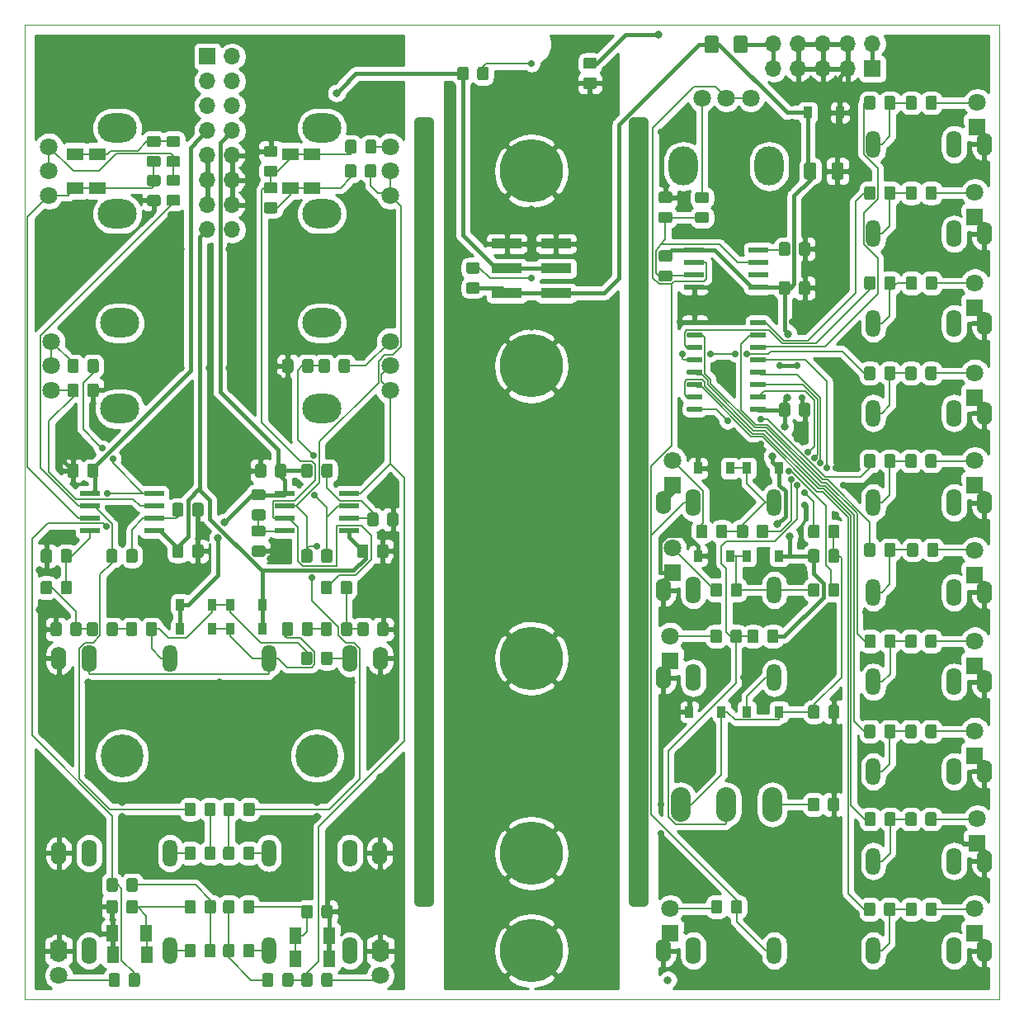
<source format=gbr>
%TF.GenerationSoftware,KiCad,Pcbnew,(5.1.5)-3*%
%TF.CreationDate,2020-05-19T22:28:50+02:00*%
%TF.ProjectId,KicadJE_Counts_PCB,4b696361-644a-4455-9f43-6f756e74735f,rev?*%
%TF.SameCoordinates,Original*%
%TF.FileFunction,Copper,L2,Bot*%
%TF.FilePolarity,Positive*%
%FSLAX46Y46*%
G04 Gerber Fmt 4.6, Leading zero omitted, Abs format (unit mm)*
G04 Created by KiCad (PCBNEW (5.1.5)-3) date 2020-05-19 22:28:50*
%MOMM*%
%LPD*%
G04 APERTURE LIST*
%ADD10C,1.000000*%
%ADD11C,0.050000*%
%ADD12C,6.500000*%
%ADD13C,0.150000*%
%ADD14C,1.800000*%
%ADD15R,1.800000X1.800000*%
%ADD16O,1.500000X2.800000*%
%ADD17O,1.600000X2.400000*%
%ADD18O,1.600000X2.800000*%
%ADD19R,1.700000X1.700000*%
%ADD20O,1.700000X1.700000*%
%ADD21O,3.000000X4.000000*%
%ADD22O,4.000000X3.000000*%
%ADD23O,2.032000X3.556000*%
%ADD24R,2.000000X0.550000*%
%ADD25R,0.900000X1.200000*%
%ADD26R,1.700000X1.300000*%
%ADD27R,1.300000X1.700000*%
%ADD28C,4.400000*%
%ADD29C,0.700000*%
%ADD30R,3.150000X1.000000*%
%ADD31C,0.800000*%
%ADD32C,0.400000*%
%ADD33C,0.254000*%
G04 APERTURE END LIST*
D10*
X112500000Y-60000000D02*
X112500000Y-140000000D01*
X113500000Y-60000000D02*
X113500000Y-140000000D01*
X112500000Y-140000000D02*
X113500000Y-140000000D01*
X112500000Y-60000000D02*
X113500000Y-60000000D01*
X90500000Y-60000000D02*
X91500000Y-60000000D01*
X90500000Y-140000000D02*
X91500000Y-140000000D01*
X91500000Y-60000000D02*
X91500000Y-140000000D01*
X90500000Y-60000000D02*
X90500000Y-140000000D01*
D11*
X50000000Y-150000000D02*
X50000000Y-50000000D01*
X150000000Y-150000000D02*
X50000000Y-150000000D01*
X150000000Y-50000000D02*
X150000000Y-150000000D01*
X50000000Y-50000000D02*
X150000000Y-50000000D01*
D12*
X102000000Y-135000000D03*
X102000000Y-65000000D03*
X102000000Y-145000000D03*
X102000000Y-85000000D03*
X102000000Y-115000000D03*
%TA.AperFunction,SMDPad,CuDef*%
D13*
G36*
X131324505Y-119801204D02*
G01*
X131348773Y-119804804D01*
X131372572Y-119810765D01*
X131395671Y-119819030D01*
X131417850Y-119829520D01*
X131438893Y-119842132D01*
X131458599Y-119856747D01*
X131476777Y-119873223D01*
X131493253Y-119891401D01*
X131507868Y-119911107D01*
X131520480Y-119932150D01*
X131530970Y-119954329D01*
X131539235Y-119977428D01*
X131545196Y-120001227D01*
X131548796Y-120025495D01*
X131550000Y-120049999D01*
X131550000Y-120950001D01*
X131548796Y-120974505D01*
X131545196Y-120998773D01*
X131539235Y-121022572D01*
X131530970Y-121045671D01*
X131520480Y-121067850D01*
X131507868Y-121088893D01*
X131493253Y-121108599D01*
X131476777Y-121126777D01*
X131458599Y-121143253D01*
X131438893Y-121157868D01*
X131417850Y-121170480D01*
X131395671Y-121180970D01*
X131372572Y-121189235D01*
X131348773Y-121195196D01*
X131324505Y-121198796D01*
X131300001Y-121200000D01*
X130649999Y-121200000D01*
X130625495Y-121198796D01*
X130601227Y-121195196D01*
X130577428Y-121189235D01*
X130554329Y-121180970D01*
X130532150Y-121170480D01*
X130511107Y-121157868D01*
X130491401Y-121143253D01*
X130473223Y-121126777D01*
X130456747Y-121108599D01*
X130442132Y-121088893D01*
X130429520Y-121067850D01*
X130419030Y-121045671D01*
X130410765Y-121022572D01*
X130404804Y-120998773D01*
X130401204Y-120974505D01*
X130400000Y-120950001D01*
X130400000Y-120049999D01*
X130401204Y-120025495D01*
X130404804Y-120001227D01*
X130410765Y-119977428D01*
X130419030Y-119954329D01*
X130429520Y-119932150D01*
X130442132Y-119911107D01*
X130456747Y-119891401D01*
X130473223Y-119873223D01*
X130491401Y-119856747D01*
X130511107Y-119842132D01*
X130532150Y-119829520D01*
X130554329Y-119819030D01*
X130577428Y-119810765D01*
X130601227Y-119804804D01*
X130625495Y-119801204D01*
X130649999Y-119800000D01*
X131300001Y-119800000D01*
X131324505Y-119801204D01*
G37*
%TD.AperFunction*%
%TA.AperFunction,SMDPad,CuDef*%
G36*
X133374505Y-119801204D02*
G01*
X133398773Y-119804804D01*
X133422572Y-119810765D01*
X133445671Y-119819030D01*
X133467850Y-119829520D01*
X133488893Y-119842132D01*
X133508599Y-119856747D01*
X133526777Y-119873223D01*
X133543253Y-119891401D01*
X133557868Y-119911107D01*
X133570480Y-119932150D01*
X133580970Y-119954329D01*
X133589235Y-119977428D01*
X133595196Y-120001227D01*
X133598796Y-120025495D01*
X133600000Y-120049999D01*
X133600000Y-120950001D01*
X133598796Y-120974505D01*
X133595196Y-120998773D01*
X133589235Y-121022572D01*
X133580970Y-121045671D01*
X133570480Y-121067850D01*
X133557868Y-121088893D01*
X133543253Y-121108599D01*
X133526777Y-121126777D01*
X133508599Y-121143253D01*
X133488893Y-121157868D01*
X133467850Y-121170480D01*
X133445671Y-121180970D01*
X133422572Y-121189235D01*
X133398773Y-121195196D01*
X133374505Y-121198796D01*
X133350001Y-121200000D01*
X132699999Y-121200000D01*
X132675495Y-121198796D01*
X132651227Y-121195196D01*
X132627428Y-121189235D01*
X132604329Y-121180970D01*
X132582150Y-121170480D01*
X132561107Y-121157868D01*
X132541401Y-121143253D01*
X132523223Y-121126777D01*
X132506747Y-121108599D01*
X132492132Y-121088893D01*
X132479520Y-121067850D01*
X132469030Y-121045671D01*
X132460765Y-121022572D01*
X132454804Y-120998773D01*
X132451204Y-120974505D01*
X132450000Y-120950001D01*
X132450000Y-120049999D01*
X132451204Y-120025495D01*
X132454804Y-120001227D01*
X132460765Y-119977428D01*
X132469030Y-119954329D01*
X132479520Y-119932150D01*
X132492132Y-119911107D01*
X132506747Y-119891401D01*
X132523223Y-119873223D01*
X132541401Y-119856747D01*
X132561107Y-119842132D01*
X132582150Y-119829520D01*
X132604329Y-119819030D01*
X132627428Y-119810765D01*
X132651227Y-119804804D01*
X132675495Y-119801204D01*
X132699999Y-119800000D01*
X133350001Y-119800000D01*
X133374505Y-119801204D01*
G37*
%TD.AperFunction*%
D14*
X116500000Y-94710000D03*
D15*
X116500000Y-97250000D03*
X147500000Y-143250000D03*
D14*
X147500000Y-140710000D03*
D15*
X147750000Y-134000000D03*
D14*
X147750000Y-131460000D03*
X147500000Y-122460000D03*
D15*
X147500000Y-125000000D03*
D14*
X147500000Y-113210000D03*
D15*
X147500000Y-115750000D03*
D14*
X147500000Y-103960000D03*
D15*
X147500000Y-106500000D03*
D14*
X147500000Y-94710000D03*
D15*
X147500000Y-97250000D03*
X147500000Y-88250000D03*
D14*
X147500000Y-85710000D03*
D15*
X147500000Y-79000000D03*
D14*
X147500000Y-76460000D03*
X147500000Y-67210000D03*
D15*
X147500000Y-69750000D03*
X147750000Y-60500000D03*
D14*
X147750000Y-57960000D03*
X116500000Y-103710000D03*
D15*
X116500000Y-106250000D03*
X116250000Y-115250000D03*
D14*
X116250000Y-112710000D03*
%TA.AperFunction,SMDPad,CuDef*%
D13*
G36*
X123962004Y-51126204D02*
G01*
X123986273Y-51129804D01*
X124010071Y-51135765D01*
X124033171Y-51144030D01*
X124055349Y-51154520D01*
X124076393Y-51167133D01*
X124096098Y-51181747D01*
X124114277Y-51198223D01*
X124130753Y-51216402D01*
X124145367Y-51236107D01*
X124157980Y-51257151D01*
X124168470Y-51279329D01*
X124176735Y-51302429D01*
X124182696Y-51326227D01*
X124186296Y-51350496D01*
X124187500Y-51375000D01*
X124187500Y-52625000D01*
X124186296Y-52649504D01*
X124182696Y-52673773D01*
X124176735Y-52697571D01*
X124168470Y-52720671D01*
X124157980Y-52742849D01*
X124145367Y-52763893D01*
X124130753Y-52783598D01*
X124114277Y-52801777D01*
X124096098Y-52818253D01*
X124076393Y-52832867D01*
X124055349Y-52845480D01*
X124033171Y-52855970D01*
X124010071Y-52864235D01*
X123986273Y-52870196D01*
X123962004Y-52873796D01*
X123937500Y-52875000D01*
X123012500Y-52875000D01*
X122987996Y-52873796D01*
X122963727Y-52870196D01*
X122939929Y-52864235D01*
X122916829Y-52855970D01*
X122894651Y-52845480D01*
X122873607Y-52832867D01*
X122853902Y-52818253D01*
X122835723Y-52801777D01*
X122819247Y-52783598D01*
X122804633Y-52763893D01*
X122792020Y-52742849D01*
X122781530Y-52720671D01*
X122773265Y-52697571D01*
X122767304Y-52673773D01*
X122763704Y-52649504D01*
X122762500Y-52625000D01*
X122762500Y-51375000D01*
X122763704Y-51350496D01*
X122767304Y-51326227D01*
X122773265Y-51302429D01*
X122781530Y-51279329D01*
X122792020Y-51257151D01*
X122804633Y-51236107D01*
X122819247Y-51216402D01*
X122835723Y-51198223D01*
X122853902Y-51181747D01*
X122873607Y-51167133D01*
X122894651Y-51154520D01*
X122916829Y-51144030D01*
X122939929Y-51135765D01*
X122963727Y-51129804D01*
X122987996Y-51126204D01*
X123012500Y-51125000D01*
X123937500Y-51125000D01*
X123962004Y-51126204D01*
G37*
%TD.AperFunction*%
%TA.AperFunction,SMDPad,CuDef*%
G36*
X120987004Y-51126204D02*
G01*
X121011273Y-51129804D01*
X121035071Y-51135765D01*
X121058171Y-51144030D01*
X121080349Y-51154520D01*
X121101393Y-51167133D01*
X121121098Y-51181747D01*
X121139277Y-51198223D01*
X121155753Y-51216402D01*
X121170367Y-51236107D01*
X121182980Y-51257151D01*
X121193470Y-51279329D01*
X121201735Y-51302429D01*
X121207696Y-51326227D01*
X121211296Y-51350496D01*
X121212500Y-51375000D01*
X121212500Y-52625000D01*
X121211296Y-52649504D01*
X121207696Y-52673773D01*
X121201735Y-52697571D01*
X121193470Y-52720671D01*
X121182980Y-52742849D01*
X121170367Y-52763893D01*
X121155753Y-52783598D01*
X121139277Y-52801777D01*
X121121098Y-52818253D01*
X121101393Y-52832867D01*
X121080349Y-52845480D01*
X121058171Y-52855970D01*
X121035071Y-52864235D01*
X121011273Y-52870196D01*
X120987004Y-52873796D01*
X120962500Y-52875000D01*
X120037500Y-52875000D01*
X120012996Y-52873796D01*
X119988727Y-52870196D01*
X119964929Y-52864235D01*
X119941829Y-52855970D01*
X119919651Y-52845480D01*
X119898607Y-52832867D01*
X119878902Y-52818253D01*
X119860723Y-52801777D01*
X119844247Y-52783598D01*
X119829633Y-52763893D01*
X119817020Y-52742849D01*
X119806530Y-52720671D01*
X119798265Y-52697571D01*
X119792304Y-52673773D01*
X119788704Y-52649504D01*
X119787500Y-52625000D01*
X119787500Y-51375000D01*
X119788704Y-51350496D01*
X119792304Y-51326227D01*
X119798265Y-51302429D01*
X119806530Y-51279329D01*
X119817020Y-51257151D01*
X119829633Y-51236107D01*
X119844247Y-51216402D01*
X119860723Y-51198223D01*
X119878902Y-51181747D01*
X119898607Y-51167133D01*
X119919651Y-51154520D01*
X119941829Y-51144030D01*
X119964929Y-51135765D01*
X119988727Y-51129804D01*
X120012996Y-51126204D01*
X120037500Y-51125000D01*
X120962500Y-51125000D01*
X120987004Y-51126204D01*
G37*
%TD.AperFunction*%
D16*
X126920000Y-145000000D03*
D17*
X115520000Y-145000000D03*
D18*
X118620000Y-145000000D03*
X118620000Y-99000000D03*
D17*
X115520000Y-99000000D03*
D16*
X126920000Y-99000000D03*
X137080000Y-145000000D03*
D17*
X148480000Y-145000000D03*
D18*
X145380000Y-145000000D03*
X145380000Y-135805552D03*
D17*
X148480000Y-135805552D03*
D16*
X137080000Y-135805552D03*
X137080000Y-126611108D03*
D17*
X148480000Y-126611108D03*
D18*
X145380000Y-126611108D03*
X145380000Y-117416664D03*
D17*
X148480000Y-117416664D03*
D16*
X137080000Y-117416664D03*
X137080000Y-108222220D03*
D17*
X148480000Y-108222220D03*
D18*
X145380000Y-108222220D03*
X145380000Y-99027776D03*
D17*
X148480000Y-99027776D03*
D16*
X137080000Y-99027776D03*
D18*
X145380000Y-89833332D03*
D17*
X148480000Y-89833332D03*
D16*
X137080000Y-89833332D03*
X137080000Y-80638888D03*
D17*
X148480000Y-80638888D03*
D18*
X145380000Y-80638888D03*
D16*
X137080000Y-71444444D03*
D17*
X148480000Y-71444444D03*
D18*
X145380000Y-71444444D03*
X145380000Y-62250000D03*
D17*
X148480000Y-62250000D03*
D16*
X137080000Y-62250000D03*
X126920000Y-108000000D03*
D17*
X115520000Y-108000000D03*
D18*
X118620000Y-108000000D03*
D19*
X68750000Y-53250000D03*
D20*
X71290000Y-53250000D03*
X68750000Y-55790000D03*
X71290000Y-55790000D03*
X68750000Y-58330000D03*
X71290000Y-58330000D03*
X68750000Y-60870000D03*
X71290000Y-60870000D03*
X68750000Y-63410000D03*
X71290000Y-63410000D03*
X68750000Y-65950000D03*
X71290000Y-65950000D03*
X68750000Y-68490000D03*
X71290000Y-68490000D03*
X68750000Y-71030000D03*
X71290000Y-71030000D03*
D18*
X56620000Y-115000000D03*
D17*
X53520000Y-115000000D03*
D16*
X64920000Y-115000000D03*
X75080000Y-115000000D03*
D17*
X86480000Y-115000000D03*
D18*
X83380000Y-115000000D03*
X56620000Y-135000000D03*
D17*
X53520000Y-135000000D03*
D16*
X64920000Y-135000000D03*
X75055001Y-134974999D03*
D17*
X86455001Y-134974999D03*
D18*
X83355001Y-134974999D03*
X56620000Y-145000000D03*
D17*
X53520000Y-145000000D03*
D16*
X64920000Y-145000000D03*
D18*
X83380000Y-145000000D03*
D17*
X86480000Y-145000000D03*
D16*
X75080000Y-145000000D03*
D19*
X137000000Y-54500000D03*
D20*
X137000000Y-51960000D03*
X134460000Y-54500000D03*
X134460000Y-51960000D03*
X131920000Y-54500000D03*
X131920000Y-51960000D03*
X129380000Y-54500000D03*
X129380000Y-51960000D03*
X126840000Y-54500000D03*
X126840000Y-51960000D03*
%TA.AperFunction,SMDPad,CuDef*%
D13*
G36*
X133374505Y-101301204D02*
G01*
X133398773Y-101304804D01*
X133422572Y-101310765D01*
X133445671Y-101319030D01*
X133467850Y-101329520D01*
X133488893Y-101342132D01*
X133508599Y-101356747D01*
X133526777Y-101373223D01*
X133543253Y-101391401D01*
X133557868Y-101411107D01*
X133570480Y-101432150D01*
X133580970Y-101454329D01*
X133589235Y-101477428D01*
X133595196Y-101501227D01*
X133598796Y-101525495D01*
X133600000Y-101549999D01*
X133600000Y-102450001D01*
X133598796Y-102474505D01*
X133595196Y-102498773D01*
X133589235Y-102522572D01*
X133580970Y-102545671D01*
X133570480Y-102567850D01*
X133557868Y-102588893D01*
X133543253Y-102608599D01*
X133526777Y-102626777D01*
X133508599Y-102643253D01*
X133488893Y-102657868D01*
X133467850Y-102670480D01*
X133445671Y-102680970D01*
X133422572Y-102689235D01*
X133398773Y-102695196D01*
X133374505Y-102698796D01*
X133350001Y-102700000D01*
X132699999Y-102700000D01*
X132675495Y-102698796D01*
X132651227Y-102695196D01*
X132627428Y-102689235D01*
X132604329Y-102680970D01*
X132582150Y-102670480D01*
X132561107Y-102657868D01*
X132541401Y-102643253D01*
X132523223Y-102626777D01*
X132506747Y-102608599D01*
X132492132Y-102588893D01*
X132479520Y-102567850D01*
X132469030Y-102545671D01*
X132460765Y-102522572D01*
X132454804Y-102498773D01*
X132451204Y-102474505D01*
X132450000Y-102450001D01*
X132450000Y-101549999D01*
X132451204Y-101525495D01*
X132454804Y-101501227D01*
X132460765Y-101477428D01*
X132469030Y-101454329D01*
X132479520Y-101432150D01*
X132492132Y-101411107D01*
X132506747Y-101391401D01*
X132523223Y-101373223D01*
X132541401Y-101356747D01*
X132561107Y-101342132D01*
X132582150Y-101329520D01*
X132604329Y-101319030D01*
X132627428Y-101310765D01*
X132651227Y-101304804D01*
X132675495Y-101301204D01*
X132699999Y-101300000D01*
X133350001Y-101300000D01*
X133374505Y-101301204D01*
G37*
%TD.AperFunction*%
%TA.AperFunction,SMDPad,CuDef*%
G36*
X131324505Y-101301204D02*
G01*
X131348773Y-101304804D01*
X131372572Y-101310765D01*
X131395671Y-101319030D01*
X131417850Y-101329520D01*
X131438893Y-101342132D01*
X131458599Y-101356747D01*
X131476777Y-101373223D01*
X131493253Y-101391401D01*
X131507868Y-101411107D01*
X131520480Y-101432150D01*
X131530970Y-101454329D01*
X131539235Y-101477428D01*
X131545196Y-101501227D01*
X131548796Y-101525495D01*
X131550000Y-101549999D01*
X131550000Y-102450001D01*
X131548796Y-102474505D01*
X131545196Y-102498773D01*
X131539235Y-102522572D01*
X131530970Y-102545671D01*
X131520480Y-102567850D01*
X131507868Y-102588893D01*
X131493253Y-102608599D01*
X131476777Y-102626777D01*
X131458599Y-102643253D01*
X131438893Y-102657868D01*
X131417850Y-102670480D01*
X131395671Y-102680970D01*
X131372572Y-102689235D01*
X131348773Y-102695196D01*
X131324505Y-102698796D01*
X131300001Y-102700000D01*
X130649999Y-102700000D01*
X130625495Y-102698796D01*
X130601227Y-102695196D01*
X130577428Y-102689235D01*
X130554329Y-102680970D01*
X130532150Y-102670480D01*
X130511107Y-102657868D01*
X130491401Y-102643253D01*
X130473223Y-102626777D01*
X130456747Y-102608599D01*
X130442132Y-102588893D01*
X130429520Y-102567850D01*
X130419030Y-102545671D01*
X130410765Y-102522572D01*
X130404804Y-102498773D01*
X130401204Y-102474505D01*
X130400000Y-102450001D01*
X130400000Y-101549999D01*
X130401204Y-101525495D01*
X130404804Y-101501227D01*
X130410765Y-101477428D01*
X130419030Y-101454329D01*
X130429520Y-101432150D01*
X130442132Y-101411107D01*
X130456747Y-101391401D01*
X130473223Y-101373223D01*
X130491401Y-101356747D01*
X130511107Y-101342132D01*
X130532150Y-101329520D01*
X130554329Y-101319030D01*
X130577428Y-101310765D01*
X130601227Y-101304804D01*
X130625495Y-101301204D01*
X130649999Y-101300000D01*
X131300001Y-101300000D01*
X131324505Y-101301204D01*
G37*
%TD.AperFunction*%
%TA.AperFunction,SMDPad,CuDef*%
G36*
X131324505Y-103801204D02*
G01*
X131348773Y-103804804D01*
X131372572Y-103810765D01*
X131395671Y-103819030D01*
X131417850Y-103829520D01*
X131438893Y-103842132D01*
X131458599Y-103856747D01*
X131476777Y-103873223D01*
X131493253Y-103891401D01*
X131507868Y-103911107D01*
X131520480Y-103932150D01*
X131530970Y-103954329D01*
X131539235Y-103977428D01*
X131545196Y-104001227D01*
X131548796Y-104025495D01*
X131550000Y-104049999D01*
X131550000Y-104950001D01*
X131548796Y-104974505D01*
X131545196Y-104998773D01*
X131539235Y-105022572D01*
X131530970Y-105045671D01*
X131520480Y-105067850D01*
X131507868Y-105088893D01*
X131493253Y-105108599D01*
X131476777Y-105126777D01*
X131458599Y-105143253D01*
X131438893Y-105157868D01*
X131417850Y-105170480D01*
X131395671Y-105180970D01*
X131372572Y-105189235D01*
X131348773Y-105195196D01*
X131324505Y-105198796D01*
X131300001Y-105200000D01*
X130649999Y-105200000D01*
X130625495Y-105198796D01*
X130601227Y-105195196D01*
X130577428Y-105189235D01*
X130554329Y-105180970D01*
X130532150Y-105170480D01*
X130511107Y-105157868D01*
X130491401Y-105143253D01*
X130473223Y-105126777D01*
X130456747Y-105108599D01*
X130442132Y-105088893D01*
X130429520Y-105067850D01*
X130419030Y-105045671D01*
X130410765Y-105022572D01*
X130404804Y-104998773D01*
X130401204Y-104974505D01*
X130400000Y-104950001D01*
X130400000Y-104049999D01*
X130401204Y-104025495D01*
X130404804Y-104001227D01*
X130410765Y-103977428D01*
X130419030Y-103954329D01*
X130429520Y-103932150D01*
X130442132Y-103911107D01*
X130456747Y-103891401D01*
X130473223Y-103873223D01*
X130491401Y-103856747D01*
X130511107Y-103842132D01*
X130532150Y-103829520D01*
X130554329Y-103819030D01*
X130577428Y-103810765D01*
X130601227Y-103804804D01*
X130625495Y-103801204D01*
X130649999Y-103800000D01*
X131300001Y-103800000D01*
X131324505Y-103801204D01*
G37*
%TD.AperFunction*%
%TA.AperFunction,SMDPad,CuDef*%
G36*
X133374505Y-103801204D02*
G01*
X133398773Y-103804804D01*
X133422572Y-103810765D01*
X133445671Y-103819030D01*
X133467850Y-103829520D01*
X133488893Y-103842132D01*
X133508599Y-103856747D01*
X133526777Y-103873223D01*
X133543253Y-103891401D01*
X133557868Y-103911107D01*
X133570480Y-103932150D01*
X133580970Y-103954329D01*
X133589235Y-103977428D01*
X133595196Y-104001227D01*
X133598796Y-104025495D01*
X133600000Y-104049999D01*
X133600000Y-104950001D01*
X133598796Y-104974505D01*
X133595196Y-104998773D01*
X133589235Y-105022572D01*
X133580970Y-105045671D01*
X133570480Y-105067850D01*
X133557868Y-105088893D01*
X133543253Y-105108599D01*
X133526777Y-105126777D01*
X133508599Y-105143253D01*
X133488893Y-105157868D01*
X133467850Y-105170480D01*
X133445671Y-105180970D01*
X133422572Y-105189235D01*
X133398773Y-105195196D01*
X133374505Y-105198796D01*
X133350001Y-105200000D01*
X132699999Y-105200000D01*
X132675495Y-105198796D01*
X132651227Y-105195196D01*
X132627428Y-105189235D01*
X132604329Y-105180970D01*
X132582150Y-105170480D01*
X132561107Y-105157868D01*
X132541401Y-105143253D01*
X132523223Y-105126777D01*
X132506747Y-105108599D01*
X132492132Y-105088893D01*
X132479520Y-105067850D01*
X132469030Y-105045671D01*
X132460765Y-105022572D01*
X132454804Y-104998773D01*
X132451204Y-104974505D01*
X132450000Y-104950001D01*
X132450000Y-104049999D01*
X132451204Y-104025495D01*
X132454804Y-104001227D01*
X132460765Y-103977428D01*
X132469030Y-103954329D01*
X132479520Y-103932150D01*
X132492132Y-103911107D01*
X132506747Y-103891401D01*
X132523223Y-103873223D01*
X132541401Y-103856747D01*
X132561107Y-103842132D01*
X132582150Y-103829520D01*
X132604329Y-103819030D01*
X132627428Y-103810765D01*
X132651227Y-103804804D01*
X132675495Y-103801204D01*
X132699999Y-103800000D01*
X133350001Y-103800000D01*
X133374505Y-103801204D01*
G37*
%TD.AperFunction*%
D14*
X124500000Y-57500000D03*
X122000000Y-57500000D03*
X119500000Y-57500000D03*
D21*
X126400000Y-64500000D03*
X117600000Y-64500000D03*
D22*
X59500000Y-69400000D03*
X59500000Y-60600000D03*
D14*
X52500000Y-67500000D03*
X52500000Y-65000000D03*
X52500000Y-62500000D03*
X52750000Y-82500000D03*
X52750000Y-85000000D03*
X52750000Y-87500000D03*
D22*
X59750000Y-80600000D03*
X59750000Y-89400000D03*
X80500000Y-60600000D03*
X80500000Y-69400000D03*
D14*
X87500000Y-62500000D03*
X87500000Y-65000000D03*
X87500000Y-67500000D03*
X87500000Y-87500000D03*
X87500000Y-85000000D03*
X87500000Y-82500000D03*
D22*
X80500000Y-89400000D03*
X80500000Y-80600000D03*
D23*
X117300000Y-130000000D03*
X122000000Y-130000000D03*
X126700000Y-130000000D03*
D24*
X125300000Y-76905000D03*
X125300000Y-75635000D03*
X125300000Y-74365000D03*
X125300000Y-73095000D03*
X118700000Y-73095000D03*
X118700000Y-74365000D03*
X118700000Y-75635000D03*
X118700000Y-76905000D03*
%TA.AperFunction,SMDPad,CuDef*%
D13*
G36*
X119425977Y-89170662D02*
G01*
X119439325Y-89172642D01*
X119452414Y-89175921D01*
X119465119Y-89180467D01*
X119477317Y-89186236D01*
X119488891Y-89193173D01*
X119499729Y-89201211D01*
X119509727Y-89210273D01*
X119518789Y-89220271D01*
X119526827Y-89231109D01*
X119533764Y-89242683D01*
X119539533Y-89254881D01*
X119544079Y-89267586D01*
X119547358Y-89280675D01*
X119549338Y-89294023D01*
X119550000Y-89307500D01*
X119550000Y-89582500D01*
X119549338Y-89595977D01*
X119547358Y-89609325D01*
X119544079Y-89622414D01*
X119539533Y-89635119D01*
X119533764Y-89647317D01*
X119526827Y-89658891D01*
X119518789Y-89669729D01*
X119509727Y-89679727D01*
X119499729Y-89688789D01*
X119488891Y-89696827D01*
X119477317Y-89703764D01*
X119465119Y-89709533D01*
X119452414Y-89714079D01*
X119439325Y-89717358D01*
X119425977Y-89719338D01*
X119412500Y-89720000D01*
X118087500Y-89720000D01*
X118074023Y-89719338D01*
X118060675Y-89717358D01*
X118047586Y-89714079D01*
X118034881Y-89709533D01*
X118022683Y-89703764D01*
X118011109Y-89696827D01*
X118000271Y-89688789D01*
X117990273Y-89679727D01*
X117981211Y-89669729D01*
X117973173Y-89658891D01*
X117966236Y-89647317D01*
X117960467Y-89635119D01*
X117955921Y-89622414D01*
X117952642Y-89609325D01*
X117950662Y-89595977D01*
X117950000Y-89582500D01*
X117950000Y-89307500D01*
X117950662Y-89294023D01*
X117952642Y-89280675D01*
X117955921Y-89267586D01*
X117960467Y-89254881D01*
X117966236Y-89242683D01*
X117973173Y-89231109D01*
X117981211Y-89220271D01*
X117990273Y-89210273D01*
X118000271Y-89201211D01*
X118011109Y-89193173D01*
X118022683Y-89186236D01*
X118034881Y-89180467D01*
X118047586Y-89175921D01*
X118060675Y-89172642D01*
X118074023Y-89170662D01*
X118087500Y-89170000D01*
X119412500Y-89170000D01*
X119425977Y-89170662D01*
G37*
%TD.AperFunction*%
%TA.AperFunction,SMDPad,CuDef*%
G36*
X119425977Y-87900662D02*
G01*
X119439325Y-87902642D01*
X119452414Y-87905921D01*
X119465119Y-87910467D01*
X119477317Y-87916236D01*
X119488891Y-87923173D01*
X119499729Y-87931211D01*
X119509727Y-87940273D01*
X119518789Y-87950271D01*
X119526827Y-87961109D01*
X119533764Y-87972683D01*
X119539533Y-87984881D01*
X119544079Y-87997586D01*
X119547358Y-88010675D01*
X119549338Y-88024023D01*
X119550000Y-88037500D01*
X119550000Y-88312500D01*
X119549338Y-88325977D01*
X119547358Y-88339325D01*
X119544079Y-88352414D01*
X119539533Y-88365119D01*
X119533764Y-88377317D01*
X119526827Y-88388891D01*
X119518789Y-88399729D01*
X119509727Y-88409727D01*
X119499729Y-88418789D01*
X119488891Y-88426827D01*
X119477317Y-88433764D01*
X119465119Y-88439533D01*
X119452414Y-88444079D01*
X119439325Y-88447358D01*
X119425977Y-88449338D01*
X119412500Y-88450000D01*
X118087500Y-88450000D01*
X118074023Y-88449338D01*
X118060675Y-88447358D01*
X118047586Y-88444079D01*
X118034881Y-88439533D01*
X118022683Y-88433764D01*
X118011109Y-88426827D01*
X118000271Y-88418789D01*
X117990273Y-88409727D01*
X117981211Y-88399729D01*
X117973173Y-88388891D01*
X117966236Y-88377317D01*
X117960467Y-88365119D01*
X117955921Y-88352414D01*
X117952642Y-88339325D01*
X117950662Y-88325977D01*
X117950000Y-88312500D01*
X117950000Y-88037500D01*
X117950662Y-88024023D01*
X117952642Y-88010675D01*
X117955921Y-87997586D01*
X117960467Y-87984881D01*
X117966236Y-87972683D01*
X117973173Y-87961109D01*
X117981211Y-87950271D01*
X117990273Y-87940273D01*
X118000271Y-87931211D01*
X118011109Y-87923173D01*
X118022683Y-87916236D01*
X118034881Y-87910467D01*
X118047586Y-87905921D01*
X118060675Y-87902642D01*
X118074023Y-87900662D01*
X118087500Y-87900000D01*
X119412500Y-87900000D01*
X119425977Y-87900662D01*
G37*
%TD.AperFunction*%
%TA.AperFunction,SMDPad,CuDef*%
G36*
X119425977Y-86630662D02*
G01*
X119439325Y-86632642D01*
X119452414Y-86635921D01*
X119465119Y-86640467D01*
X119477317Y-86646236D01*
X119488891Y-86653173D01*
X119499729Y-86661211D01*
X119509727Y-86670273D01*
X119518789Y-86680271D01*
X119526827Y-86691109D01*
X119533764Y-86702683D01*
X119539533Y-86714881D01*
X119544079Y-86727586D01*
X119547358Y-86740675D01*
X119549338Y-86754023D01*
X119550000Y-86767500D01*
X119550000Y-87042500D01*
X119549338Y-87055977D01*
X119547358Y-87069325D01*
X119544079Y-87082414D01*
X119539533Y-87095119D01*
X119533764Y-87107317D01*
X119526827Y-87118891D01*
X119518789Y-87129729D01*
X119509727Y-87139727D01*
X119499729Y-87148789D01*
X119488891Y-87156827D01*
X119477317Y-87163764D01*
X119465119Y-87169533D01*
X119452414Y-87174079D01*
X119439325Y-87177358D01*
X119425977Y-87179338D01*
X119412500Y-87180000D01*
X118087500Y-87180000D01*
X118074023Y-87179338D01*
X118060675Y-87177358D01*
X118047586Y-87174079D01*
X118034881Y-87169533D01*
X118022683Y-87163764D01*
X118011109Y-87156827D01*
X118000271Y-87148789D01*
X117990273Y-87139727D01*
X117981211Y-87129729D01*
X117973173Y-87118891D01*
X117966236Y-87107317D01*
X117960467Y-87095119D01*
X117955921Y-87082414D01*
X117952642Y-87069325D01*
X117950662Y-87055977D01*
X117950000Y-87042500D01*
X117950000Y-86767500D01*
X117950662Y-86754023D01*
X117952642Y-86740675D01*
X117955921Y-86727586D01*
X117960467Y-86714881D01*
X117966236Y-86702683D01*
X117973173Y-86691109D01*
X117981211Y-86680271D01*
X117990273Y-86670273D01*
X118000271Y-86661211D01*
X118011109Y-86653173D01*
X118022683Y-86646236D01*
X118034881Y-86640467D01*
X118047586Y-86635921D01*
X118060675Y-86632642D01*
X118074023Y-86630662D01*
X118087500Y-86630000D01*
X119412500Y-86630000D01*
X119425977Y-86630662D01*
G37*
%TD.AperFunction*%
%TA.AperFunction,SMDPad,CuDef*%
G36*
X119425977Y-85360662D02*
G01*
X119439325Y-85362642D01*
X119452414Y-85365921D01*
X119465119Y-85370467D01*
X119477317Y-85376236D01*
X119488891Y-85383173D01*
X119499729Y-85391211D01*
X119509727Y-85400273D01*
X119518789Y-85410271D01*
X119526827Y-85421109D01*
X119533764Y-85432683D01*
X119539533Y-85444881D01*
X119544079Y-85457586D01*
X119547358Y-85470675D01*
X119549338Y-85484023D01*
X119550000Y-85497500D01*
X119550000Y-85772500D01*
X119549338Y-85785977D01*
X119547358Y-85799325D01*
X119544079Y-85812414D01*
X119539533Y-85825119D01*
X119533764Y-85837317D01*
X119526827Y-85848891D01*
X119518789Y-85859729D01*
X119509727Y-85869727D01*
X119499729Y-85878789D01*
X119488891Y-85886827D01*
X119477317Y-85893764D01*
X119465119Y-85899533D01*
X119452414Y-85904079D01*
X119439325Y-85907358D01*
X119425977Y-85909338D01*
X119412500Y-85910000D01*
X118087500Y-85910000D01*
X118074023Y-85909338D01*
X118060675Y-85907358D01*
X118047586Y-85904079D01*
X118034881Y-85899533D01*
X118022683Y-85893764D01*
X118011109Y-85886827D01*
X118000271Y-85878789D01*
X117990273Y-85869727D01*
X117981211Y-85859729D01*
X117973173Y-85848891D01*
X117966236Y-85837317D01*
X117960467Y-85825119D01*
X117955921Y-85812414D01*
X117952642Y-85799325D01*
X117950662Y-85785977D01*
X117950000Y-85772500D01*
X117950000Y-85497500D01*
X117950662Y-85484023D01*
X117952642Y-85470675D01*
X117955921Y-85457586D01*
X117960467Y-85444881D01*
X117966236Y-85432683D01*
X117973173Y-85421109D01*
X117981211Y-85410271D01*
X117990273Y-85400273D01*
X118000271Y-85391211D01*
X118011109Y-85383173D01*
X118022683Y-85376236D01*
X118034881Y-85370467D01*
X118047586Y-85365921D01*
X118060675Y-85362642D01*
X118074023Y-85360662D01*
X118087500Y-85360000D01*
X119412500Y-85360000D01*
X119425977Y-85360662D01*
G37*
%TD.AperFunction*%
%TA.AperFunction,SMDPad,CuDef*%
G36*
X119425977Y-84090662D02*
G01*
X119439325Y-84092642D01*
X119452414Y-84095921D01*
X119465119Y-84100467D01*
X119477317Y-84106236D01*
X119488891Y-84113173D01*
X119499729Y-84121211D01*
X119509727Y-84130273D01*
X119518789Y-84140271D01*
X119526827Y-84151109D01*
X119533764Y-84162683D01*
X119539533Y-84174881D01*
X119544079Y-84187586D01*
X119547358Y-84200675D01*
X119549338Y-84214023D01*
X119550000Y-84227500D01*
X119550000Y-84502500D01*
X119549338Y-84515977D01*
X119547358Y-84529325D01*
X119544079Y-84542414D01*
X119539533Y-84555119D01*
X119533764Y-84567317D01*
X119526827Y-84578891D01*
X119518789Y-84589729D01*
X119509727Y-84599727D01*
X119499729Y-84608789D01*
X119488891Y-84616827D01*
X119477317Y-84623764D01*
X119465119Y-84629533D01*
X119452414Y-84634079D01*
X119439325Y-84637358D01*
X119425977Y-84639338D01*
X119412500Y-84640000D01*
X118087500Y-84640000D01*
X118074023Y-84639338D01*
X118060675Y-84637358D01*
X118047586Y-84634079D01*
X118034881Y-84629533D01*
X118022683Y-84623764D01*
X118011109Y-84616827D01*
X118000271Y-84608789D01*
X117990273Y-84599727D01*
X117981211Y-84589729D01*
X117973173Y-84578891D01*
X117966236Y-84567317D01*
X117960467Y-84555119D01*
X117955921Y-84542414D01*
X117952642Y-84529325D01*
X117950662Y-84515977D01*
X117950000Y-84502500D01*
X117950000Y-84227500D01*
X117950662Y-84214023D01*
X117952642Y-84200675D01*
X117955921Y-84187586D01*
X117960467Y-84174881D01*
X117966236Y-84162683D01*
X117973173Y-84151109D01*
X117981211Y-84140271D01*
X117990273Y-84130273D01*
X118000271Y-84121211D01*
X118011109Y-84113173D01*
X118022683Y-84106236D01*
X118034881Y-84100467D01*
X118047586Y-84095921D01*
X118060675Y-84092642D01*
X118074023Y-84090662D01*
X118087500Y-84090000D01*
X119412500Y-84090000D01*
X119425977Y-84090662D01*
G37*
%TD.AperFunction*%
%TA.AperFunction,SMDPad,CuDef*%
G36*
X119425977Y-82820662D02*
G01*
X119439325Y-82822642D01*
X119452414Y-82825921D01*
X119465119Y-82830467D01*
X119477317Y-82836236D01*
X119488891Y-82843173D01*
X119499729Y-82851211D01*
X119509727Y-82860273D01*
X119518789Y-82870271D01*
X119526827Y-82881109D01*
X119533764Y-82892683D01*
X119539533Y-82904881D01*
X119544079Y-82917586D01*
X119547358Y-82930675D01*
X119549338Y-82944023D01*
X119550000Y-82957500D01*
X119550000Y-83232500D01*
X119549338Y-83245977D01*
X119547358Y-83259325D01*
X119544079Y-83272414D01*
X119539533Y-83285119D01*
X119533764Y-83297317D01*
X119526827Y-83308891D01*
X119518789Y-83319729D01*
X119509727Y-83329727D01*
X119499729Y-83338789D01*
X119488891Y-83346827D01*
X119477317Y-83353764D01*
X119465119Y-83359533D01*
X119452414Y-83364079D01*
X119439325Y-83367358D01*
X119425977Y-83369338D01*
X119412500Y-83370000D01*
X118087500Y-83370000D01*
X118074023Y-83369338D01*
X118060675Y-83367358D01*
X118047586Y-83364079D01*
X118034881Y-83359533D01*
X118022683Y-83353764D01*
X118011109Y-83346827D01*
X118000271Y-83338789D01*
X117990273Y-83329727D01*
X117981211Y-83319729D01*
X117973173Y-83308891D01*
X117966236Y-83297317D01*
X117960467Y-83285119D01*
X117955921Y-83272414D01*
X117952642Y-83259325D01*
X117950662Y-83245977D01*
X117950000Y-83232500D01*
X117950000Y-82957500D01*
X117950662Y-82944023D01*
X117952642Y-82930675D01*
X117955921Y-82917586D01*
X117960467Y-82904881D01*
X117966236Y-82892683D01*
X117973173Y-82881109D01*
X117981211Y-82870271D01*
X117990273Y-82860273D01*
X118000271Y-82851211D01*
X118011109Y-82843173D01*
X118022683Y-82836236D01*
X118034881Y-82830467D01*
X118047586Y-82825921D01*
X118060675Y-82822642D01*
X118074023Y-82820662D01*
X118087500Y-82820000D01*
X119412500Y-82820000D01*
X119425977Y-82820662D01*
G37*
%TD.AperFunction*%
%TA.AperFunction,SMDPad,CuDef*%
G36*
X119425977Y-81550662D02*
G01*
X119439325Y-81552642D01*
X119452414Y-81555921D01*
X119465119Y-81560467D01*
X119477317Y-81566236D01*
X119488891Y-81573173D01*
X119499729Y-81581211D01*
X119509727Y-81590273D01*
X119518789Y-81600271D01*
X119526827Y-81611109D01*
X119533764Y-81622683D01*
X119539533Y-81634881D01*
X119544079Y-81647586D01*
X119547358Y-81660675D01*
X119549338Y-81674023D01*
X119550000Y-81687500D01*
X119550000Y-81962500D01*
X119549338Y-81975977D01*
X119547358Y-81989325D01*
X119544079Y-82002414D01*
X119539533Y-82015119D01*
X119533764Y-82027317D01*
X119526827Y-82038891D01*
X119518789Y-82049729D01*
X119509727Y-82059727D01*
X119499729Y-82068789D01*
X119488891Y-82076827D01*
X119477317Y-82083764D01*
X119465119Y-82089533D01*
X119452414Y-82094079D01*
X119439325Y-82097358D01*
X119425977Y-82099338D01*
X119412500Y-82100000D01*
X118087500Y-82100000D01*
X118074023Y-82099338D01*
X118060675Y-82097358D01*
X118047586Y-82094079D01*
X118034881Y-82089533D01*
X118022683Y-82083764D01*
X118011109Y-82076827D01*
X118000271Y-82068789D01*
X117990273Y-82059727D01*
X117981211Y-82049729D01*
X117973173Y-82038891D01*
X117966236Y-82027317D01*
X117960467Y-82015119D01*
X117955921Y-82002414D01*
X117952642Y-81989325D01*
X117950662Y-81975977D01*
X117950000Y-81962500D01*
X117950000Y-81687500D01*
X117950662Y-81674023D01*
X117952642Y-81660675D01*
X117955921Y-81647586D01*
X117960467Y-81634881D01*
X117966236Y-81622683D01*
X117973173Y-81611109D01*
X117981211Y-81600271D01*
X117990273Y-81590273D01*
X118000271Y-81581211D01*
X118011109Y-81573173D01*
X118022683Y-81566236D01*
X118034881Y-81560467D01*
X118047586Y-81555921D01*
X118060675Y-81552642D01*
X118074023Y-81550662D01*
X118087500Y-81550000D01*
X119412500Y-81550000D01*
X119425977Y-81550662D01*
G37*
%TD.AperFunction*%
%TA.AperFunction,SMDPad,CuDef*%
G36*
X119425977Y-80280662D02*
G01*
X119439325Y-80282642D01*
X119452414Y-80285921D01*
X119465119Y-80290467D01*
X119477317Y-80296236D01*
X119488891Y-80303173D01*
X119499729Y-80311211D01*
X119509727Y-80320273D01*
X119518789Y-80330271D01*
X119526827Y-80341109D01*
X119533764Y-80352683D01*
X119539533Y-80364881D01*
X119544079Y-80377586D01*
X119547358Y-80390675D01*
X119549338Y-80404023D01*
X119550000Y-80417500D01*
X119550000Y-80692500D01*
X119549338Y-80705977D01*
X119547358Y-80719325D01*
X119544079Y-80732414D01*
X119539533Y-80745119D01*
X119533764Y-80757317D01*
X119526827Y-80768891D01*
X119518789Y-80779729D01*
X119509727Y-80789727D01*
X119499729Y-80798789D01*
X119488891Y-80806827D01*
X119477317Y-80813764D01*
X119465119Y-80819533D01*
X119452414Y-80824079D01*
X119439325Y-80827358D01*
X119425977Y-80829338D01*
X119412500Y-80830000D01*
X118087500Y-80830000D01*
X118074023Y-80829338D01*
X118060675Y-80827358D01*
X118047586Y-80824079D01*
X118034881Y-80819533D01*
X118022683Y-80813764D01*
X118011109Y-80806827D01*
X118000271Y-80798789D01*
X117990273Y-80789727D01*
X117981211Y-80779729D01*
X117973173Y-80768891D01*
X117966236Y-80757317D01*
X117960467Y-80745119D01*
X117955921Y-80732414D01*
X117952642Y-80719325D01*
X117950662Y-80705977D01*
X117950000Y-80692500D01*
X117950000Y-80417500D01*
X117950662Y-80404023D01*
X117952642Y-80390675D01*
X117955921Y-80377586D01*
X117960467Y-80364881D01*
X117966236Y-80352683D01*
X117973173Y-80341109D01*
X117981211Y-80330271D01*
X117990273Y-80320273D01*
X118000271Y-80311211D01*
X118011109Y-80303173D01*
X118022683Y-80296236D01*
X118034881Y-80290467D01*
X118047586Y-80285921D01*
X118060675Y-80282642D01*
X118074023Y-80280662D01*
X118087500Y-80280000D01*
X119412500Y-80280000D01*
X119425977Y-80280662D01*
G37*
%TD.AperFunction*%
%TA.AperFunction,SMDPad,CuDef*%
G36*
X125925977Y-80280662D02*
G01*
X125939325Y-80282642D01*
X125952414Y-80285921D01*
X125965119Y-80290467D01*
X125977317Y-80296236D01*
X125988891Y-80303173D01*
X125999729Y-80311211D01*
X126009727Y-80320273D01*
X126018789Y-80330271D01*
X126026827Y-80341109D01*
X126033764Y-80352683D01*
X126039533Y-80364881D01*
X126044079Y-80377586D01*
X126047358Y-80390675D01*
X126049338Y-80404023D01*
X126050000Y-80417500D01*
X126050000Y-80692500D01*
X126049338Y-80705977D01*
X126047358Y-80719325D01*
X126044079Y-80732414D01*
X126039533Y-80745119D01*
X126033764Y-80757317D01*
X126026827Y-80768891D01*
X126018789Y-80779729D01*
X126009727Y-80789727D01*
X125999729Y-80798789D01*
X125988891Y-80806827D01*
X125977317Y-80813764D01*
X125965119Y-80819533D01*
X125952414Y-80824079D01*
X125939325Y-80827358D01*
X125925977Y-80829338D01*
X125912500Y-80830000D01*
X124587500Y-80830000D01*
X124574023Y-80829338D01*
X124560675Y-80827358D01*
X124547586Y-80824079D01*
X124534881Y-80819533D01*
X124522683Y-80813764D01*
X124511109Y-80806827D01*
X124500271Y-80798789D01*
X124490273Y-80789727D01*
X124481211Y-80779729D01*
X124473173Y-80768891D01*
X124466236Y-80757317D01*
X124460467Y-80745119D01*
X124455921Y-80732414D01*
X124452642Y-80719325D01*
X124450662Y-80705977D01*
X124450000Y-80692500D01*
X124450000Y-80417500D01*
X124450662Y-80404023D01*
X124452642Y-80390675D01*
X124455921Y-80377586D01*
X124460467Y-80364881D01*
X124466236Y-80352683D01*
X124473173Y-80341109D01*
X124481211Y-80330271D01*
X124490273Y-80320273D01*
X124500271Y-80311211D01*
X124511109Y-80303173D01*
X124522683Y-80296236D01*
X124534881Y-80290467D01*
X124547586Y-80285921D01*
X124560675Y-80282642D01*
X124574023Y-80280662D01*
X124587500Y-80280000D01*
X125912500Y-80280000D01*
X125925977Y-80280662D01*
G37*
%TD.AperFunction*%
%TA.AperFunction,SMDPad,CuDef*%
G36*
X125925977Y-81550662D02*
G01*
X125939325Y-81552642D01*
X125952414Y-81555921D01*
X125965119Y-81560467D01*
X125977317Y-81566236D01*
X125988891Y-81573173D01*
X125999729Y-81581211D01*
X126009727Y-81590273D01*
X126018789Y-81600271D01*
X126026827Y-81611109D01*
X126033764Y-81622683D01*
X126039533Y-81634881D01*
X126044079Y-81647586D01*
X126047358Y-81660675D01*
X126049338Y-81674023D01*
X126050000Y-81687500D01*
X126050000Y-81962500D01*
X126049338Y-81975977D01*
X126047358Y-81989325D01*
X126044079Y-82002414D01*
X126039533Y-82015119D01*
X126033764Y-82027317D01*
X126026827Y-82038891D01*
X126018789Y-82049729D01*
X126009727Y-82059727D01*
X125999729Y-82068789D01*
X125988891Y-82076827D01*
X125977317Y-82083764D01*
X125965119Y-82089533D01*
X125952414Y-82094079D01*
X125939325Y-82097358D01*
X125925977Y-82099338D01*
X125912500Y-82100000D01*
X124587500Y-82100000D01*
X124574023Y-82099338D01*
X124560675Y-82097358D01*
X124547586Y-82094079D01*
X124534881Y-82089533D01*
X124522683Y-82083764D01*
X124511109Y-82076827D01*
X124500271Y-82068789D01*
X124490273Y-82059727D01*
X124481211Y-82049729D01*
X124473173Y-82038891D01*
X124466236Y-82027317D01*
X124460467Y-82015119D01*
X124455921Y-82002414D01*
X124452642Y-81989325D01*
X124450662Y-81975977D01*
X124450000Y-81962500D01*
X124450000Y-81687500D01*
X124450662Y-81674023D01*
X124452642Y-81660675D01*
X124455921Y-81647586D01*
X124460467Y-81634881D01*
X124466236Y-81622683D01*
X124473173Y-81611109D01*
X124481211Y-81600271D01*
X124490273Y-81590273D01*
X124500271Y-81581211D01*
X124511109Y-81573173D01*
X124522683Y-81566236D01*
X124534881Y-81560467D01*
X124547586Y-81555921D01*
X124560675Y-81552642D01*
X124574023Y-81550662D01*
X124587500Y-81550000D01*
X125912500Y-81550000D01*
X125925977Y-81550662D01*
G37*
%TD.AperFunction*%
%TA.AperFunction,SMDPad,CuDef*%
G36*
X125925977Y-82820662D02*
G01*
X125939325Y-82822642D01*
X125952414Y-82825921D01*
X125965119Y-82830467D01*
X125977317Y-82836236D01*
X125988891Y-82843173D01*
X125999729Y-82851211D01*
X126009727Y-82860273D01*
X126018789Y-82870271D01*
X126026827Y-82881109D01*
X126033764Y-82892683D01*
X126039533Y-82904881D01*
X126044079Y-82917586D01*
X126047358Y-82930675D01*
X126049338Y-82944023D01*
X126050000Y-82957500D01*
X126050000Y-83232500D01*
X126049338Y-83245977D01*
X126047358Y-83259325D01*
X126044079Y-83272414D01*
X126039533Y-83285119D01*
X126033764Y-83297317D01*
X126026827Y-83308891D01*
X126018789Y-83319729D01*
X126009727Y-83329727D01*
X125999729Y-83338789D01*
X125988891Y-83346827D01*
X125977317Y-83353764D01*
X125965119Y-83359533D01*
X125952414Y-83364079D01*
X125939325Y-83367358D01*
X125925977Y-83369338D01*
X125912500Y-83370000D01*
X124587500Y-83370000D01*
X124574023Y-83369338D01*
X124560675Y-83367358D01*
X124547586Y-83364079D01*
X124534881Y-83359533D01*
X124522683Y-83353764D01*
X124511109Y-83346827D01*
X124500271Y-83338789D01*
X124490273Y-83329727D01*
X124481211Y-83319729D01*
X124473173Y-83308891D01*
X124466236Y-83297317D01*
X124460467Y-83285119D01*
X124455921Y-83272414D01*
X124452642Y-83259325D01*
X124450662Y-83245977D01*
X124450000Y-83232500D01*
X124450000Y-82957500D01*
X124450662Y-82944023D01*
X124452642Y-82930675D01*
X124455921Y-82917586D01*
X124460467Y-82904881D01*
X124466236Y-82892683D01*
X124473173Y-82881109D01*
X124481211Y-82870271D01*
X124490273Y-82860273D01*
X124500271Y-82851211D01*
X124511109Y-82843173D01*
X124522683Y-82836236D01*
X124534881Y-82830467D01*
X124547586Y-82825921D01*
X124560675Y-82822642D01*
X124574023Y-82820662D01*
X124587500Y-82820000D01*
X125912500Y-82820000D01*
X125925977Y-82820662D01*
G37*
%TD.AperFunction*%
%TA.AperFunction,SMDPad,CuDef*%
G36*
X125925977Y-84090662D02*
G01*
X125939325Y-84092642D01*
X125952414Y-84095921D01*
X125965119Y-84100467D01*
X125977317Y-84106236D01*
X125988891Y-84113173D01*
X125999729Y-84121211D01*
X126009727Y-84130273D01*
X126018789Y-84140271D01*
X126026827Y-84151109D01*
X126033764Y-84162683D01*
X126039533Y-84174881D01*
X126044079Y-84187586D01*
X126047358Y-84200675D01*
X126049338Y-84214023D01*
X126050000Y-84227500D01*
X126050000Y-84502500D01*
X126049338Y-84515977D01*
X126047358Y-84529325D01*
X126044079Y-84542414D01*
X126039533Y-84555119D01*
X126033764Y-84567317D01*
X126026827Y-84578891D01*
X126018789Y-84589729D01*
X126009727Y-84599727D01*
X125999729Y-84608789D01*
X125988891Y-84616827D01*
X125977317Y-84623764D01*
X125965119Y-84629533D01*
X125952414Y-84634079D01*
X125939325Y-84637358D01*
X125925977Y-84639338D01*
X125912500Y-84640000D01*
X124587500Y-84640000D01*
X124574023Y-84639338D01*
X124560675Y-84637358D01*
X124547586Y-84634079D01*
X124534881Y-84629533D01*
X124522683Y-84623764D01*
X124511109Y-84616827D01*
X124500271Y-84608789D01*
X124490273Y-84599727D01*
X124481211Y-84589729D01*
X124473173Y-84578891D01*
X124466236Y-84567317D01*
X124460467Y-84555119D01*
X124455921Y-84542414D01*
X124452642Y-84529325D01*
X124450662Y-84515977D01*
X124450000Y-84502500D01*
X124450000Y-84227500D01*
X124450662Y-84214023D01*
X124452642Y-84200675D01*
X124455921Y-84187586D01*
X124460467Y-84174881D01*
X124466236Y-84162683D01*
X124473173Y-84151109D01*
X124481211Y-84140271D01*
X124490273Y-84130273D01*
X124500271Y-84121211D01*
X124511109Y-84113173D01*
X124522683Y-84106236D01*
X124534881Y-84100467D01*
X124547586Y-84095921D01*
X124560675Y-84092642D01*
X124574023Y-84090662D01*
X124587500Y-84090000D01*
X125912500Y-84090000D01*
X125925977Y-84090662D01*
G37*
%TD.AperFunction*%
%TA.AperFunction,SMDPad,CuDef*%
G36*
X125925977Y-85360662D02*
G01*
X125939325Y-85362642D01*
X125952414Y-85365921D01*
X125965119Y-85370467D01*
X125977317Y-85376236D01*
X125988891Y-85383173D01*
X125999729Y-85391211D01*
X126009727Y-85400273D01*
X126018789Y-85410271D01*
X126026827Y-85421109D01*
X126033764Y-85432683D01*
X126039533Y-85444881D01*
X126044079Y-85457586D01*
X126047358Y-85470675D01*
X126049338Y-85484023D01*
X126050000Y-85497500D01*
X126050000Y-85772500D01*
X126049338Y-85785977D01*
X126047358Y-85799325D01*
X126044079Y-85812414D01*
X126039533Y-85825119D01*
X126033764Y-85837317D01*
X126026827Y-85848891D01*
X126018789Y-85859729D01*
X126009727Y-85869727D01*
X125999729Y-85878789D01*
X125988891Y-85886827D01*
X125977317Y-85893764D01*
X125965119Y-85899533D01*
X125952414Y-85904079D01*
X125939325Y-85907358D01*
X125925977Y-85909338D01*
X125912500Y-85910000D01*
X124587500Y-85910000D01*
X124574023Y-85909338D01*
X124560675Y-85907358D01*
X124547586Y-85904079D01*
X124534881Y-85899533D01*
X124522683Y-85893764D01*
X124511109Y-85886827D01*
X124500271Y-85878789D01*
X124490273Y-85869727D01*
X124481211Y-85859729D01*
X124473173Y-85848891D01*
X124466236Y-85837317D01*
X124460467Y-85825119D01*
X124455921Y-85812414D01*
X124452642Y-85799325D01*
X124450662Y-85785977D01*
X124450000Y-85772500D01*
X124450000Y-85497500D01*
X124450662Y-85484023D01*
X124452642Y-85470675D01*
X124455921Y-85457586D01*
X124460467Y-85444881D01*
X124466236Y-85432683D01*
X124473173Y-85421109D01*
X124481211Y-85410271D01*
X124490273Y-85400273D01*
X124500271Y-85391211D01*
X124511109Y-85383173D01*
X124522683Y-85376236D01*
X124534881Y-85370467D01*
X124547586Y-85365921D01*
X124560675Y-85362642D01*
X124574023Y-85360662D01*
X124587500Y-85360000D01*
X125912500Y-85360000D01*
X125925977Y-85360662D01*
G37*
%TD.AperFunction*%
%TA.AperFunction,SMDPad,CuDef*%
G36*
X125925977Y-86630662D02*
G01*
X125939325Y-86632642D01*
X125952414Y-86635921D01*
X125965119Y-86640467D01*
X125977317Y-86646236D01*
X125988891Y-86653173D01*
X125999729Y-86661211D01*
X126009727Y-86670273D01*
X126018789Y-86680271D01*
X126026827Y-86691109D01*
X126033764Y-86702683D01*
X126039533Y-86714881D01*
X126044079Y-86727586D01*
X126047358Y-86740675D01*
X126049338Y-86754023D01*
X126050000Y-86767500D01*
X126050000Y-87042500D01*
X126049338Y-87055977D01*
X126047358Y-87069325D01*
X126044079Y-87082414D01*
X126039533Y-87095119D01*
X126033764Y-87107317D01*
X126026827Y-87118891D01*
X126018789Y-87129729D01*
X126009727Y-87139727D01*
X125999729Y-87148789D01*
X125988891Y-87156827D01*
X125977317Y-87163764D01*
X125965119Y-87169533D01*
X125952414Y-87174079D01*
X125939325Y-87177358D01*
X125925977Y-87179338D01*
X125912500Y-87180000D01*
X124587500Y-87180000D01*
X124574023Y-87179338D01*
X124560675Y-87177358D01*
X124547586Y-87174079D01*
X124534881Y-87169533D01*
X124522683Y-87163764D01*
X124511109Y-87156827D01*
X124500271Y-87148789D01*
X124490273Y-87139727D01*
X124481211Y-87129729D01*
X124473173Y-87118891D01*
X124466236Y-87107317D01*
X124460467Y-87095119D01*
X124455921Y-87082414D01*
X124452642Y-87069325D01*
X124450662Y-87055977D01*
X124450000Y-87042500D01*
X124450000Y-86767500D01*
X124450662Y-86754023D01*
X124452642Y-86740675D01*
X124455921Y-86727586D01*
X124460467Y-86714881D01*
X124466236Y-86702683D01*
X124473173Y-86691109D01*
X124481211Y-86680271D01*
X124490273Y-86670273D01*
X124500271Y-86661211D01*
X124511109Y-86653173D01*
X124522683Y-86646236D01*
X124534881Y-86640467D01*
X124547586Y-86635921D01*
X124560675Y-86632642D01*
X124574023Y-86630662D01*
X124587500Y-86630000D01*
X125912500Y-86630000D01*
X125925977Y-86630662D01*
G37*
%TD.AperFunction*%
%TA.AperFunction,SMDPad,CuDef*%
G36*
X125925977Y-87900662D02*
G01*
X125939325Y-87902642D01*
X125952414Y-87905921D01*
X125965119Y-87910467D01*
X125977317Y-87916236D01*
X125988891Y-87923173D01*
X125999729Y-87931211D01*
X126009727Y-87940273D01*
X126018789Y-87950271D01*
X126026827Y-87961109D01*
X126033764Y-87972683D01*
X126039533Y-87984881D01*
X126044079Y-87997586D01*
X126047358Y-88010675D01*
X126049338Y-88024023D01*
X126050000Y-88037500D01*
X126050000Y-88312500D01*
X126049338Y-88325977D01*
X126047358Y-88339325D01*
X126044079Y-88352414D01*
X126039533Y-88365119D01*
X126033764Y-88377317D01*
X126026827Y-88388891D01*
X126018789Y-88399729D01*
X126009727Y-88409727D01*
X125999729Y-88418789D01*
X125988891Y-88426827D01*
X125977317Y-88433764D01*
X125965119Y-88439533D01*
X125952414Y-88444079D01*
X125939325Y-88447358D01*
X125925977Y-88449338D01*
X125912500Y-88450000D01*
X124587500Y-88450000D01*
X124574023Y-88449338D01*
X124560675Y-88447358D01*
X124547586Y-88444079D01*
X124534881Y-88439533D01*
X124522683Y-88433764D01*
X124511109Y-88426827D01*
X124500271Y-88418789D01*
X124490273Y-88409727D01*
X124481211Y-88399729D01*
X124473173Y-88388891D01*
X124466236Y-88377317D01*
X124460467Y-88365119D01*
X124455921Y-88352414D01*
X124452642Y-88339325D01*
X124450662Y-88325977D01*
X124450000Y-88312500D01*
X124450000Y-88037500D01*
X124450662Y-88024023D01*
X124452642Y-88010675D01*
X124455921Y-87997586D01*
X124460467Y-87984881D01*
X124466236Y-87972683D01*
X124473173Y-87961109D01*
X124481211Y-87950271D01*
X124490273Y-87940273D01*
X124500271Y-87931211D01*
X124511109Y-87923173D01*
X124522683Y-87916236D01*
X124534881Y-87910467D01*
X124547586Y-87905921D01*
X124560675Y-87902642D01*
X124574023Y-87900662D01*
X124587500Y-87900000D01*
X125912500Y-87900000D01*
X125925977Y-87900662D01*
G37*
%TD.AperFunction*%
%TA.AperFunction,SMDPad,CuDef*%
G36*
X125925977Y-89170662D02*
G01*
X125939325Y-89172642D01*
X125952414Y-89175921D01*
X125965119Y-89180467D01*
X125977317Y-89186236D01*
X125988891Y-89193173D01*
X125999729Y-89201211D01*
X126009727Y-89210273D01*
X126018789Y-89220271D01*
X126026827Y-89231109D01*
X126033764Y-89242683D01*
X126039533Y-89254881D01*
X126044079Y-89267586D01*
X126047358Y-89280675D01*
X126049338Y-89294023D01*
X126050000Y-89307500D01*
X126050000Y-89582500D01*
X126049338Y-89595977D01*
X126047358Y-89609325D01*
X126044079Y-89622414D01*
X126039533Y-89635119D01*
X126033764Y-89647317D01*
X126026827Y-89658891D01*
X126018789Y-89669729D01*
X126009727Y-89679727D01*
X125999729Y-89688789D01*
X125988891Y-89696827D01*
X125977317Y-89703764D01*
X125965119Y-89709533D01*
X125952414Y-89714079D01*
X125939325Y-89717358D01*
X125925977Y-89719338D01*
X125912500Y-89720000D01*
X124587500Y-89720000D01*
X124574023Y-89719338D01*
X124560675Y-89717358D01*
X124547586Y-89714079D01*
X124534881Y-89709533D01*
X124522683Y-89703764D01*
X124511109Y-89696827D01*
X124500271Y-89688789D01*
X124490273Y-89679727D01*
X124481211Y-89669729D01*
X124473173Y-89658891D01*
X124466236Y-89647317D01*
X124460467Y-89635119D01*
X124455921Y-89622414D01*
X124452642Y-89609325D01*
X124450662Y-89595977D01*
X124450000Y-89582500D01*
X124450000Y-89307500D01*
X124450662Y-89294023D01*
X124452642Y-89280675D01*
X124455921Y-89267586D01*
X124460467Y-89254881D01*
X124466236Y-89242683D01*
X124473173Y-89231109D01*
X124481211Y-89220271D01*
X124490273Y-89210273D01*
X124500271Y-89201211D01*
X124511109Y-89193173D01*
X124522683Y-89186236D01*
X124534881Y-89180467D01*
X124547586Y-89175921D01*
X124560675Y-89172642D01*
X124574023Y-89170662D01*
X124587500Y-89170000D01*
X125912500Y-89170000D01*
X125925977Y-89170662D01*
G37*
%TD.AperFunction*%
D16*
X126920000Y-117000000D03*
D17*
X115520000Y-117000000D03*
D18*
X118620000Y-117000000D03*
D15*
X116250000Y-143250000D03*
D14*
X116250000Y-140710000D03*
%TA.AperFunction,SMDPad,CuDef*%
D13*
G36*
X128324505Y-72301204D02*
G01*
X128348773Y-72304804D01*
X128372572Y-72310765D01*
X128395671Y-72319030D01*
X128417850Y-72329520D01*
X128438893Y-72342132D01*
X128458599Y-72356747D01*
X128476777Y-72373223D01*
X128493253Y-72391401D01*
X128507868Y-72411107D01*
X128520480Y-72432150D01*
X128530970Y-72454329D01*
X128539235Y-72477428D01*
X128545196Y-72501227D01*
X128548796Y-72525495D01*
X128550000Y-72549999D01*
X128550000Y-73450001D01*
X128548796Y-73474505D01*
X128545196Y-73498773D01*
X128539235Y-73522572D01*
X128530970Y-73545671D01*
X128520480Y-73567850D01*
X128507868Y-73588893D01*
X128493253Y-73608599D01*
X128476777Y-73626777D01*
X128458599Y-73643253D01*
X128438893Y-73657868D01*
X128417850Y-73670480D01*
X128395671Y-73680970D01*
X128372572Y-73689235D01*
X128348773Y-73695196D01*
X128324505Y-73698796D01*
X128300001Y-73700000D01*
X127649999Y-73700000D01*
X127625495Y-73698796D01*
X127601227Y-73695196D01*
X127577428Y-73689235D01*
X127554329Y-73680970D01*
X127532150Y-73670480D01*
X127511107Y-73657868D01*
X127491401Y-73643253D01*
X127473223Y-73626777D01*
X127456747Y-73608599D01*
X127442132Y-73588893D01*
X127429520Y-73567850D01*
X127419030Y-73545671D01*
X127410765Y-73522572D01*
X127404804Y-73498773D01*
X127401204Y-73474505D01*
X127400000Y-73450001D01*
X127400000Y-72549999D01*
X127401204Y-72525495D01*
X127404804Y-72501227D01*
X127410765Y-72477428D01*
X127419030Y-72454329D01*
X127429520Y-72432150D01*
X127442132Y-72411107D01*
X127456747Y-72391401D01*
X127473223Y-72373223D01*
X127491401Y-72356747D01*
X127511107Y-72342132D01*
X127532150Y-72329520D01*
X127554329Y-72319030D01*
X127577428Y-72310765D01*
X127601227Y-72304804D01*
X127625495Y-72301204D01*
X127649999Y-72300000D01*
X128300001Y-72300000D01*
X128324505Y-72301204D01*
G37*
%TD.AperFunction*%
%TA.AperFunction,SMDPad,CuDef*%
G36*
X130374505Y-72301204D02*
G01*
X130398773Y-72304804D01*
X130422572Y-72310765D01*
X130445671Y-72319030D01*
X130467850Y-72329520D01*
X130488893Y-72342132D01*
X130508599Y-72356747D01*
X130526777Y-72373223D01*
X130543253Y-72391401D01*
X130557868Y-72411107D01*
X130570480Y-72432150D01*
X130580970Y-72454329D01*
X130589235Y-72477428D01*
X130595196Y-72501227D01*
X130598796Y-72525495D01*
X130600000Y-72549999D01*
X130600000Y-73450001D01*
X130598796Y-73474505D01*
X130595196Y-73498773D01*
X130589235Y-73522572D01*
X130580970Y-73545671D01*
X130570480Y-73567850D01*
X130557868Y-73588893D01*
X130543253Y-73608599D01*
X130526777Y-73626777D01*
X130508599Y-73643253D01*
X130488893Y-73657868D01*
X130467850Y-73670480D01*
X130445671Y-73680970D01*
X130422572Y-73689235D01*
X130398773Y-73695196D01*
X130374505Y-73698796D01*
X130350001Y-73700000D01*
X129699999Y-73700000D01*
X129675495Y-73698796D01*
X129651227Y-73695196D01*
X129627428Y-73689235D01*
X129604329Y-73680970D01*
X129582150Y-73670480D01*
X129561107Y-73657868D01*
X129541401Y-73643253D01*
X129523223Y-73626777D01*
X129506747Y-73608599D01*
X129492132Y-73588893D01*
X129479520Y-73567850D01*
X129469030Y-73545671D01*
X129460765Y-73522572D01*
X129454804Y-73498773D01*
X129451204Y-73474505D01*
X129450000Y-73450001D01*
X129450000Y-72549999D01*
X129451204Y-72525495D01*
X129454804Y-72501227D01*
X129460765Y-72477428D01*
X129469030Y-72454329D01*
X129479520Y-72432150D01*
X129492132Y-72411107D01*
X129506747Y-72391401D01*
X129523223Y-72373223D01*
X129541401Y-72356747D01*
X129561107Y-72342132D01*
X129582150Y-72329520D01*
X129604329Y-72319030D01*
X129627428Y-72310765D01*
X129651227Y-72304804D01*
X129675495Y-72301204D01*
X129699999Y-72300000D01*
X130350001Y-72300000D01*
X130374505Y-72301204D01*
G37*
%TD.AperFunction*%
%TA.AperFunction,SMDPad,CuDef*%
G36*
X116224505Y-67126204D02*
G01*
X116248773Y-67129804D01*
X116272572Y-67135765D01*
X116295671Y-67144030D01*
X116317850Y-67154520D01*
X116338893Y-67167132D01*
X116358599Y-67181747D01*
X116376777Y-67198223D01*
X116393253Y-67216401D01*
X116407868Y-67236107D01*
X116420480Y-67257150D01*
X116430970Y-67279329D01*
X116439235Y-67302428D01*
X116445196Y-67326227D01*
X116448796Y-67350495D01*
X116450000Y-67374999D01*
X116450000Y-68025001D01*
X116448796Y-68049505D01*
X116445196Y-68073773D01*
X116439235Y-68097572D01*
X116430970Y-68120671D01*
X116420480Y-68142850D01*
X116407868Y-68163893D01*
X116393253Y-68183599D01*
X116376777Y-68201777D01*
X116358599Y-68218253D01*
X116338893Y-68232868D01*
X116317850Y-68245480D01*
X116295671Y-68255970D01*
X116272572Y-68264235D01*
X116248773Y-68270196D01*
X116224505Y-68273796D01*
X116200001Y-68275000D01*
X115299999Y-68275000D01*
X115275495Y-68273796D01*
X115251227Y-68270196D01*
X115227428Y-68264235D01*
X115204329Y-68255970D01*
X115182150Y-68245480D01*
X115161107Y-68232868D01*
X115141401Y-68218253D01*
X115123223Y-68201777D01*
X115106747Y-68183599D01*
X115092132Y-68163893D01*
X115079520Y-68142850D01*
X115069030Y-68120671D01*
X115060765Y-68097572D01*
X115054804Y-68073773D01*
X115051204Y-68049505D01*
X115050000Y-68025001D01*
X115050000Y-67374999D01*
X115051204Y-67350495D01*
X115054804Y-67326227D01*
X115060765Y-67302428D01*
X115069030Y-67279329D01*
X115079520Y-67257150D01*
X115092132Y-67236107D01*
X115106747Y-67216401D01*
X115123223Y-67198223D01*
X115141401Y-67181747D01*
X115161107Y-67167132D01*
X115182150Y-67154520D01*
X115204329Y-67144030D01*
X115227428Y-67135765D01*
X115251227Y-67129804D01*
X115275495Y-67126204D01*
X115299999Y-67125000D01*
X116200001Y-67125000D01*
X116224505Y-67126204D01*
G37*
%TD.AperFunction*%
%TA.AperFunction,SMDPad,CuDef*%
G36*
X116224505Y-69176204D02*
G01*
X116248773Y-69179804D01*
X116272572Y-69185765D01*
X116295671Y-69194030D01*
X116317850Y-69204520D01*
X116338893Y-69217132D01*
X116358599Y-69231747D01*
X116376777Y-69248223D01*
X116393253Y-69266401D01*
X116407868Y-69286107D01*
X116420480Y-69307150D01*
X116430970Y-69329329D01*
X116439235Y-69352428D01*
X116445196Y-69376227D01*
X116448796Y-69400495D01*
X116450000Y-69424999D01*
X116450000Y-70075001D01*
X116448796Y-70099505D01*
X116445196Y-70123773D01*
X116439235Y-70147572D01*
X116430970Y-70170671D01*
X116420480Y-70192850D01*
X116407868Y-70213893D01*
X116393253Y-70233599D01*
X116376777Y-70251777D01*
X116358599Y-70268253D01*
X116338893Y-70282868D01*
X116317850Y-70295480D01*
X116295671Y-70305970D01*
X116272572Y-70314235D01*
X116248773Y-70320196D01*
X116224505Y-70323796D01*
X116200001Y-70325000D01*
X115299999Y-70325000D01*
X115275495Y-70323796D01*
X115251227Y-70320196D01*
X115227428Y-70314235D01*
X115204329Y-70305970D01*
X115182150Y-70295480D01*
X115161107Y-70282868D01*
X115141401Y-70268253D01*
X115123223Y-70251777D01*
X115106747Y-70233599D01*
X115092132Y-70213893D01*
X115079520Y-70192850D01*
X115069030Y-70170671D01*
X115060765Y-70147572D01*
X115054804Y-70123773D01*
X115051204Y-70099505D01*
X115050000Y-70075001D01*
X115050000Y-69424999D01*
X115051204Y-69400495D01*
X115054804Y-69376227D01*
X115060765Y-69352428D01*
X115069030Y-69329329D01*
X115079520Y-69307150D01*
X115092132Y-69286107D01*
X115106747Y-69266401D01*
X115123223Y-69248223D01*
X115141401Y-69231747D01*
X115161107Y-69217132D01*
X115182150Y-69204520D01*
X115204329Y-69194030D01*
X115227428Y-69185765D01*
X115251227Y-69179804D01*
X115275495Y-69176204D01*
X115299999Y-69175000D01*
X116200001Y-69175000D01*
X116224505Y-69176204D01*
G37*
%TD.AperFunction*%
%TA.AperFunction,SMDPad,CuDef*%
G36*
X133799504Y-64126204D02*
G01*
X133823773Y-64129804D01*
X133847571Y-64135765D01*
X133870671Y-64144030D01*
X133892849Y-64154520D01*
X133913893Y-64167133D01*
X133933598Y-64181747D01*
X133951777Y-64198223D01*
X133968253Y-64216402D01*
X133982867Y-64236107D01*
X133995480Y-64257151D01*
X134005970Y-64279329D01*
X134014235Y-64302429D01*
X134020196Y-64326227D01*
X134023796Y-64350496D01*
X134025000Y-64375000D01*
X134025000Y-65625000D01*
X134023796Y-65649504D01*
X134020196Y-65673773D01*
X134014235Y-65697571D01*
X134005970Y-65720671D01*
X133995480Y-65742849D01*
X133982867Y-65763893D01*
X133968253Y-65783598D01*
X133951777Y-65801777D01*
X133933598Y-65818253D01*
X133913893Y-65832867D01*
X133892849Y-65845480D01*
X133870671Y-65855970D01*
X133847571Y-65864235D01*
X133823773Y-65870196D01*
X133799504Y-65873796D01*
X133775000Y-65875000D01*
X133025000Y-65875000D01*
X133000496Y-65873796D01*
X132976227Y-65870196D01*
X132952429Y-65864235D01*
X132929329Y-65855970D01*
X132907151Y-65845480D01*
X132886107Y-65832867D01*
X132866402Y-65818253D01*
X132848223Y-65801777D01*
X132831747Y-65783598D01*
X132817133Y-65763893D01*
X132804520Y-65742849D01*
X132794030Y-65720671D01*
X132785765Y-65697571D01*
X132779804Y-65673773D01*
X132776204Y-65649504D01*
X132775000Y-65625000D01*
X132775000Y-64375000D01*
X132776204Y-64350496D01*
X132779804Y-64326227D01*
X132785765Y-64302429D01*
X132794030Y-64279329D01*
X132804520Y-64257151D01*
X132817133Y-64236107D01*
X132831747Y-64216402D01*
X132848223Y-64198223D01*
X132866402Y-64181747D01*
X132886107Y-64167133D01*
X132907151Y-64154520D01*
X132929329Y-64144030D01*
X132952429Y-64135765D01*
X132976227Y-64129804D01*
X133000496Y-64126204D01*
X133025000Y-64125000D01*
X133775000Y-64125000D01*
X133799504Y-64126204D01*
G37*
%TD.AperFunction*%
%TA.AperFunction,SMDPad,CuDef*%
G36*
X130999504Y-64126204D02*
G01*
X131023773Y-64129804D01*
X131047571Y-64135765D01*
X131070671Y-64144030D01*
X131092849Y-64154520D01*
X131113893Y-64167133D01*
X131133598Y-64181747D01*
X131151777Y-64198223D01*
X131168253Y-64216402D01*
X131182867Y-64236107D01*
X131195480Y-64257151D01*
X131205970Y-64279329D01*
X131214235Y-64302429D01*
X131220196Y-64326227D01*
X131223796Y-64350496D01*
X131225000Y-64375000D01*
X131225000Y-65625000D01*
X131223796Y-65649504D01*
X131220196Y-65673773D01*
X131214235Y-65697571D01*
X131205970Y-65720671D01*
X131195480Y-65742849D01*
X131182867Y-65763893D01*
X131168253Y-65783598D01*
X131151777Y-65801777D01*
X131133598Y-65818253D01*
X131113893Y-65832867D01*
X131092849Y-65845480D01*
X131070671Y-65855970D01*
X131047571Y-65864235D01*
X131023773Y-65870196D01*
X130999504Y-65873796D01*
X130975000Y-65875000D01*
X130225000Y-65875000D01*
X130200496Y-65873796D01*
X130176227Y-65870196D01*
X130152429Y-65864235D01*
X130129329Y-65855970D01*
X130107151Y-65845480D01*
X130086107Y-65832867D01*
X130066402Y-65818253D01*
X130048223Y-65801777D01*
X130031747Y-65783598D01*
X130017133Y-65763893D01*
X130004520Y-65742849D01*
X129994030Y-65720671D01*
X129985765Y-65697571D01*
X129979804Y-65673773D01*
X129976204Y-65649504D01*
X129975000Y-65625000D01*
X129975000Y-64375000D01*
X129976204Y-64350496D01*
X129979804Y-64326227D01*
X129985765Y-64302429D01*
X129994030Y-64279329D01*
X130004520Y-64257151D01*
X130017133Y-64236107D01*
X130031747Y-64216402D01*
X130048223Y-64198223D01*
X130066402Y-64181747D01*
X130086107Y-64167133D01*
X130107151Y-64154520D01*
X130129329Y-64144030D01*
X130152429Y-64135765D01*
X130176227Y-64129804D01*
X130200496Y-64126204D01*
X130225000Y-64125000D01*
X130975000Y-64125000D01*
X130999504Y-64126204D01*
G37*
%TD.AperFunction*%
%TA.AperFunction,SMDPad,CuDef*%
G36*
X130374505Y-76301204D02*
G01*
X130398773Y-76304804D01*
X130422572Y-76310765D01*
X130445671Y-76319030D01*
X130467850Y-76329520D01*
X130488893Y-76342132D01*
X130508599Y-76356747D01*
X130526777Y-76373223D01*
X130543253Y-76391401D01*
X130557868Y-76411107D01*
X130570480Y-76432150D01*
X130580970Y-76454329D01*
X130589235Y-76477428D01*
X130595196Y-76501227D01*
X130598796Y-76525495D01*
X130600000Y-76549999D01*
X130600000Y-77450001D01*
X130598796Y-77474505D01*
X130595196Y-77498773D01*
X130589235Y-77522572D01*
X130580970Y-77545671D01*
X130570480Y-77567850D01*
X130557868Y-77588893D01*
X130543253Y-77608599D01*
X130526777Y-77626777D01*
X130508599Y-77643253D01*
X130488893Y-77657868D01*
X130467850Y-77670480D01*
X130445671Y-77680970D01*
X130422572Y-77689235D01*
X130398773Y-77695196D01*
X130374505Y-77698796D01*
X130350001Y-77700000D01*
X129699999Y-77700000D01*
X129675495Y-77698796D01*
X129651227Y-77695196D01*
X129627428Y-77689235D01*
X129604329Y-77680970D01*
X129582150Y-77670480D01*
X129561107Y-77657868D01*
X129541401Y-77643253D01*
X129523223Y-77626777D01*
X129506747Y-77608599D01*
X129492132Y-77588893D01*
X129479520Y-77567850D01*
X129469030Y-77545671D01*
X129460765Y-77522572D01*
X129454804Y-77498773D01*
X129451204Y-77474505D01*
X129450000Y-77450001D01*
X129450000Y-76549999D01*
X129451204Y-76525495D01*
X129454804Y-76501227D01*
X129460765Y-76477428D01*
X129469030Y-76454329D01*
X129479520Y-76432150D01*
X129492132Y-76411107D01*
X129506747Y-76391401D01*
X129523223Y-76373223D01*
X129541401Y-76356747D01*
X129561107Y-76342132D01*
X129582150Y-76329520D01*
X129604329Y-76319030D01*
X129627428Y-76310765D01*
X129651227Y-76304804D01*
X129675495Y-76301204D01*
X129699999Y-76300000D01*
X130350001Y-76300000D01*
X130374505Y-76301204D01*
G37*
%TD.AperFunction*%
%TA.AperFunction,SMDPad,CuDef*%
G36*
X128324505Y-76301204D02*
G01*
X128348773Y-76304804D01*
X128372572Y-76310765D01*
X128395671Y-76319030D01*
X128417850Y-76329520D01*
X128438893Y-76342132D01*
X128458599Y-76356747D01*
X128476777Y-76373223D01*
X128493253Y-76391401D01*
X128507868Y-76411107D01*
X128520480Y-76432150D01*
X128530970Y-76454329D01*
X128539235Y-76477428D01*
X128545196Y-76501227D01*
X128548796Y-76525495D01*
X128550000Y-76549999D01*
X128550000Y-77450001D01*
X128548796Y-77474505D01*
X128545196Y-77498773D01*
X128539235Y-77522572D01*
X128530970Y-77545671D01*
X128520480Y-77567850D01*
X128507868Y-77588893D01*
X128493253Y-77608599D01*
X128476777Y-77626777D01*
X128458599Y-77643253D01*
X128438893Y-77657868D01*
X128417850Y-77670480D01*
X128395671Y-77680970D01*
X128372572Y-77689235D01*
X128348773Y-77695196D01*
X128324505Y-77698796D01*
X128300001Y-77700000D01*
X127649999Y-77700000D01*
X127625495Y-77698796D01*
X127601227Y-77695196D01*
X127577428Y-77689235D01*
X127554329Y-77680970D01*
X127532150Y-77670480D01*
X127511107Y-77657868D01*
X127491401Y-77643253D01*
X127473223Y-77626777D01*
X127456747Y-77608599D01*
X127442132Y-77588893D01*
X127429520Y-77567850D01*
X127419030Y-77545671D01*
X127410765Y-77522572D01*
X127404804Y-77498773D01*
X127401204Y-77474505D01*
X127400000Y-77450001D01*
X127400000Y-76549999D01*
X127401204Y-76525495D01*
X127404804Y-76501227D01*
X127410765Y-76477428D01*
X127419030Y-76454329D01*
X127429520Y-76432150D01*
X127442132Y-76411107D01*
X127456747Y-76391401D01*
X127473223Y-76373223D01*
X127491401Y-76356747D01*
X127511107Y-76342132D01*
X127532150Y-76329520D01*
X127554329Y-76319030D01*
X127577428Y-76310765D01*
X127601227Y-76304804D01*
X127625495Y-76301204D01*
X127649999Y-76300000D01*
X128300001Y-76300000D01*
X128324505Y-76301204D01*
G37*
%TD.AperFunction*%
%TA.AperFunction,SMDPad,CuDef*%
G36*
X128324505Y-88801204D02*
G01*
X128348773Y-88804804D01*
X128372572Y-88810765D01*
X128395671Y-88819030D01*
X128417850Y-88829520D01*
X128438893Y-88842132D01*
X128458599Y-88856747D01*
X128476777Y-88873223D01*
X128493253Y-88891401D01*
X128507868Y-88911107D01*
X128520480Y-88932150D01*
X128530970Y-88954329D01*
X128539235Y-88977428D01*
X128545196Y-89001227D01*
X128548796Y-89025495D01*
X128550000Y-89049999D01*
X128550000Y-89950001D01*
X128548796Y-89974505D01*
X128545196Y-89998773D01*
X128539235Y-90022572D01*
X128530970Y-90045671D01*
X128520480Y-90067850D01*
X128507868Y-90088893D01*
X128493253Y-90108599D01*
X128476777Y-90126777D01*
X128458599Y-90143253D01*
X128438893Y-90157868D01*
X128417850Y-90170480D01*
X128395671Y-90180970D01*
X128372572Y-90189235D01*
X128348773Y-90195196D01*
X128324505Y-90198796D01*
X128300001Y-90200000D01*
X127649999Y-90200000D01*
X127625495Y-90198796D01*
X127601227Y-90195196D01*
X127577428Y-90189235D01*
X127554329Y-90180970D01*
X127532150Y-90170480D01*
X127511107Y-90157868D01*
X127491401Y-90143253D01*
X127473223Y-90126777D01*
X127456747Y-90108599D01*
X127442132Y-90088893D01*
X127429520Y-90067850D01*
X127419030Y-90045671D01*
X127410765Y-90022572D01*
X127404804Y-89998773D01*
X127401204Y-89974505D01*
X127400000Y-89950001D01*
X127400000Y-89049999D01*
X127401204Y-89025495D01*
X127404804Y-89001227D01*
X127410765Y-88977428D01*
X127419030Y-88954329D01*
X127429520Y-88932150D01*
X127442132Y-88911107D01*
X127456747Y-88891401D01*
X127473223Y-88873223D01*
X127491401Y-88856747D01*
X127511107Y-88842132D01*
X127532150Y-88829520D01*
X127554329Y-88819030D01*
X127577428Y-88810765D01*
X127601227Y-88804804D01*
X127625495Y-88801204D01*
X127649999Y-88800000D01*
X128300001Y-88800000D01*
X128324505Y-88801204D01*
G37*
%TD.AperFunction*%
%TA.AperFunction,SMDPad,CuDef*%
G36*
X130374505Y-88801204D02*
G01*
X130398773Y-88804804D01*
X130422572Y-88810765D01*
X130445671Y-88819030D01*
X130467850Y-88829520D01*
X130488893Y-88842132D01*
X130508599Y-88856747D01*
X130526777Y-88873223D01*
X130543253Y-88891401D01*
X130557868Y-88911107D01*
X130570480Y-88932150D01*
X130580970Y-88954329D01*
X130589235Y-88977428D01*
X130595196Y-89001227D01*
X130598796Y-89025495D01*
X130600000Y-89049999D01*
X130600000Y-89950001D01*
X130598796Y-89974505D01*
X130595196Y-89998773D01*
X130589235Y-90022572D01*
X130580970Y-90045671D01*
X130570480Y-90067850D01*
X130557868Y-90088893D01*
X130543253Y-90108599D01*
X130526777Y-90126777D01*
X130508599Y-90143253D01*
X130488893Y-90157868D01*
X130467850Y-90170480D01*
X130445671Y-90180970D01*
X130422572Y-90189235D01*
X130398773Y-90195196D01*
X130374505Y-90198796D01*
X130350001Y-90200000D01*
X129699999Y-90200000D01*
X129675495Y-90198796D01*
X129651227Y-90195196D01*
X129627428Y-90189235D01*
X129604329Y-90180970D01*
X129582150Y-90170480D01*
X129561107Y-90157868D01*
X129541401Y-90143253D01*
X129523223Y-90126777D01*
X129506747Y-90108599D01*
X129492132Y-90088893D01*
X129479520Y-90067850D01*
X129469030Y-90045671D01*
X129460765Y-90022572D01*
X129454804Y-89998773D01*
X129451204Y-89974505D01*
X129450000Y-89950001D01*
X129450000Y-89049999D01*
X129451204Y-89025495D01*
X129454804Y-89001227D01*
X129460765Y-88977428D01*
X129469030Y-88954329D01*
X129479520Y-88932150D01*
X129492132Y-88911107D01*
X129506747Y-88891401D01*
X129523223Y-88873223D01*
X129541401Y-88856747D01*
X129561107Y-88842132D01*
X129582150Y-88829520D01*
X129604329Y-88819030D01*
X129627428Y-88810765D01*
X129651227Y-88804804D01*
X129675495Y-88801204D01*
X129699999Y-88800000D01*
X130350001Y-88800000D01*
X130374505Y-88801204D01*
G37*
%TD.AperFunction*%
D25*
X133650000Y-59000000D03*
X130350000Y-59000000D03*
X124100000Y-95500000D03*
X127400000Y-95500000D03*
X122400000Y-95500000D03*
X119100000Y-95500000D03*
X124100000Y-104500000D03*
X127400000Y-104500000D03*
X122400000Y-104500000D03*
X119100000Y-104500000D03*
X118200000Y-120500000D03*
X121500000Y-120500000D03*
X127400000Y-120500000D03*
X124100000Y-120500000D03*
%TA.AperFunction,SMDPad,CuDef*%
D13*
G36*
X119974505Y-67151204D02*
G01*
X119998773Y-67154804D01*
X120022572Y-67160765D01*
X120045671Y-67169030D01*
X120067850Y-67179520D01*
X120088893Y-67192132D01*
X120108599Y-67206747D01*
X120126777Y-67223223D01*
X120143253Y-67241401D01*
X120157868Y-67261107D01*
X120170480Y-67282150D01*
X120180970Y-67304329D01*
X120189235Y-67327428D01*
X120195196Y-67351227D01*
X120198796Y-67375495D01*
X120200000Y-67399999D01*
X120200000Y-68050001D01*
X120198796Y-68074505D01*
X120195196Y-68098773D01*
X120189235Y-68122572D01*
X120180970Y-68145671D01*
X120170480Y-68167850D01*
X120157868Y-68188893D01*
X120143253Y-68208599D01*
X120126777Y-68226777D01*
X120108599Y-68243253D01*
X120088893Y-68257868D01*
X120067850Y-68270480D01*
X120045671Y-68280970D01*
X120022572Y-68289235D01*
X119998773Y-68295196D01*
X119974505Y-68298796D01*
X119950001Y-68300000D01*
X119049999Y-68300000D01*
X119025495Y-68298796D01*
X119001227Y-68295196D01*
X118977428Y-68289235D01*
X118954329Y-68280970D01*
X118932150Y-68270480D01*
X118911107Y-68257868D01*
X118891401Y-68243253D01*
X118873223Y-68226777D01*
X118856747Y-68208599D01*
X118842132Y-68188893D01*
X118829520Y-68167850D01*
X118819030Y-68145671D01*
X118810765Y-68122572D01*
X118804804Y-68098773D01*
X118801204Y-68074505D01*
X118800000Y-68050001D01*
X118800000Y-67399999D01*
X118801204Y-67375495D01*
X118804804Y-67351227D01*
X118810765Y-67327428D01*
X118819030Y-67304329D01*
X118829520Y-67282150D01*
X118842132Y-67261107D01*
X118856747Y-67241401D01*
X118873223Y-67223223D01*
X118891401Y-67206747D01*
X118911107Y-67192132D01*
X118932150Y-67179520D01*
X118954329Y-67169030D01*
X118977428Y-67160765D01*
X119001227Y-67154804D01*
X119025495Y-67151204D01*
X119049999Y-67150000D01*
X119950001Y-67150000D01*
X119974505Y-67151204D01*
G37*
%TD.AperFunction*%
%TA.AperFunction,SMDPad,CuDef*%
G36*
X119974505Y-69201204D02*
G01*
X119998773Y-69204804D01*
X120022572Y-69210765D01*
X120045671Y-69219030D01*
X120067850Y-69229520D01*
X120088893Y-69242132D01*
X120108599Y-69256747D01*
X120126777Y-69273223D01*
X120143253Y-69291401D01*
X120157868Y-69311107D01*
X120170480Y-69332150D01*
X120180970Y-69354329D01*
X120189235Y-69377428D01*
X120195196Y-69401227D01*
X120198796Y-69425495D01*
X120200000Y-69449999D01*
X120200000Y-70100001D01*
X120198796Y-70124505D01*
X120195196Y-70148773D01*
X120189235Y-70172572D01*
X120180970Y-70195671D01*
X120170480Y-70217850D01*
X120157868Y-70238893D01*
X120143253Y-70258599D01*
X120126777Y-70276777D01*
X120108599Y-70293253D01*
X120088893Y-70307868D01*
X120067850Y-70320480D01*
X120045671Y-70330970D01*
X120022572Y-70339235D01*
X119998773Y-70345196D01*
X119974505Y-70348796D01*
X119950001Y-70350000D01*
X119049999Y-70350000D01*
X119025495Y-70348796D01*
X119001227Y-70345196D01*
X118977428Y-70339235D01*
X118954329Y-70330970D01*
X118932150Y-70320480D01*
X118911107Y-70307868D01*
X118891401Y-70293253D01*
X118873223Y-70276777D01*
X118856747Y-70258599D01*
X118842132Y-70238893D01*
X118829520Y-70217850D01*
X118819030Y-70195671D01*
X118810765Y-70172572D01*
X118804804Y-70148773D01*
X118801204Y-70124505D01*
X118800000Y-70100001D01*
X118800000Y-69449999D01*
X118801204Y-69425495D01*
X118804804Y-69401227D01*
X118810765Y-69377428D01*
X118819030Y-69354329D01*
X118829520Y-69332150D01*
X118842132Y-69311107D01*
X118856747Y-69291401D01*
X118873223Y-69273223D01*
X118891401Y-69256747D01*
X118911107Y-69242132D01*
X118932150Y-69229520D01*
X118954329Y-69219030D01*
X118977428Y-69210765D01*
X119001227Y-69204804D01*
X119025495Y-69201204D01*
X119049999Y-69200000D01*
X119950001Y-69200000D01*
X119974505Y-69201204D01*
G37*
%TD.AperFunction*%
%TA.AperFunction,SMDPad,CuDef*%
G36*
X116224505Y-73151204D02*
G01*
X116248773Y-73154804D01*
X116272572Y-73160765D01*
X116295671Y-73169030D01*
X116317850Y-73179520D01*
X116338893Y-73192132D01*
X116358599Y-73206747D01*
X116376777Y-73223223D01*
X116393253Y-73241401D01*
X116407868Y-73261107D01*
X116420480Y-73282150D01*
X116430970Y-73304329D01*
X116439235Y-73327428D01*
X116445196Y-73351227D01*
X116448796Y-73375495D01*
X116450000Y-73399999D01*
X116450000Y-74050001D01*
X116448796Y-74074505D01*
X116445196Y-74098773D01*
X116439235Y-74122572D01*
X116430970Y-74145671D01*
X116420480Y-74167850D01*
X116407868Y-74188893D01*
X116393253Y-74208599D01*
X116376777Y-74226777D01*
X116358599Y-74243253D01*
X116338893Y-74257868D01*
X116317850Y-74270480D01*
X116295671Y-74280970D01*
X116272572Y-74289235D01*
X116248773Y-74295196D01*
X116224505Y-74298796D01*
X116200001Y-74300000D01*
X115299999Y-74300000D01*
X115275495Y-74298796D01*
X115251227Y-74295196D01*
X115227428Y-74289235D01*
X115204329Y-74280970D01*
X115182150Y-74270480D01*
X115161107Y-74257868D01*
X115141401Y-74243253D01*
X115123223Y-74226777D01*
X115106747Y-74208599D01*
X115092132Y-74188893D01*
X115079520Y-74167850D01*
X115069030Y-74145671D01*
X115060765Y-74122572D01*
X115054804Y-74098773D01*
X115051204Y-74074505D01*
X115050000Y-74050001D01*
X115050000Y-73399999D01*
X115051204Y-73375495D01*
X115054804Y-73351227D01*
X115060765Y-73327428D01*
X115069030Y-73304329D01*
X115079520Y-73282150D01*
X115092132Y-73261107D01*
X115106747Y-73241401D01*
X115123223Y-73223223D01*
X115141401Y-73206747D01*
X115161107Y-73192132D01*
X115182150Y-73179520D01*
X115204329Y-73169030D01*
X115227428Y-73160765D01*
X115251227Y-73154804D01*
X115275495Y-73151204D01*
X115299999Y-73150000D01*
X116200001Y-73150000D01*
X116224505Y-73151204D01*
G37*
%TD.AperFunction*%
%TA.AperFunction,SMDPad,CuDef*%
G36*
X116224505Y-75201204D02*
G01*
X116248773Y-75204804D01*
X116272572Y-75210765D01*
X116295671Y-75219030D01*
X116317850Y-75229520D01*
X116338893Y-75242132D01*
X116358599Y-75256747D01*
X116376777Y-75273223D01*
X116393253Y-75291401D01*
X116407868Y-75311107D01*
X116420480Y-75332150D01*
X116430970Y-75354329D01*
X116439235Y-75377428D01*
X116445196Y-75401227D01*
X116448796Y-75425495D01*
X116450000Y-75449999D01*
X116450000Y-76100001D01*
X116448796Y-76124505D01*
X116445196Y-76148773D01*
X116439235Y-76172572D01*
X116430970Y-76195671D01*
X116420480Y-76217850D01*
X116407868Y-76238893D01*
X116393253Y-76258599D01*
X116376777Y-76276777D01*
X116358599Y-76293253D01*
X116338893Y-76307868D01*
X116317850Y-76320480D01*
X116295671Y-76330970D01*
X116272572Y-76339235D01*
X116248773Y-76345196D01*
X116224505Y-76348796D01*
X116200001Y-76350000D01*
X115299999Y-76350000D01*
X115275495Y-76348796D01*
X115251227Y-76345196D01*
X115227428Y-76339235D01*
X115204329Y-76330970D01*
X115182150Y-76320480D01*
X115161107Y-76307868D01*
X115141401Y-76293253D01*
X115123223Y-76276777D01*
X115106747Y-76258599D01*
X115092132Y-76238893D01*
X115079520Y-76217850D01*
X115069030Y-76195671D01*
X115060765Y-76172572D01*
X115054804Y-76148773D01*
X115051204Y-76124505D01*
X115050000Y-76100001D01*
X115050000Y-75449999D01*
X115051204Y-75425495D01*
X115054804Y-75401227D01*
X115060765Y-75377428D01*
X115069030Y-75354329D01*
X115079520Y-75332150D01*
X115092132Y-75311107D01*
X115106747Y-75291401D01*
X115123223Y-75273223D01*
X115141401Y-75256747D01*
X115161107Y-75242132D01*
X115182150Y-75229520D01*
X115204329Y-75219030D01*
X115227428Y-75210765D01*
X115251227Y-75204804D01*
X115275495Y-75201204D01*
X115299999Y-75200000D01*
X116200001Y-75200000D01*
X116224505Y-75201204D01*
G37*
%TD.AperFunction*%
%TA.AperFunction,SMDPad,CuDef*%
G36*
X131299505Y-129301204D02*
G01*
X131323773Y-129304804D01*
X131347572Y-129310765D01*
X131370671Y-129319030D01*
X131392850Y-129329520D01*
X131413893Y-129342132D01*
X131433599Y-129356747D01*
X131451777Y-129373223D01*
X131468253Y-129391401D01*
X131482868Y-129411107D01*
X131495480Y-129432150D01*
X131505970Y-129454329D01*
X131514235Y-129477428D01*
X131520196Y-129501227D01*
X131523796Y-129525495D01*
X131525000Y-129549999D01*
X131525000Y-130450001D01*
X131523796Y-130474505D01*
X131520196Y-130498773D01*
X131514235Y-130522572D01*
X131505970Y-130545671D01*
X131495480Y-130567850D01*
X131482868Y-130588893D01*
X131468253Y-130608599D01*
X131451777Y-130626777D01*
X131433599Y-130643253D01*
X131413893Y-130657868D01*
X131392850Y-130670480D01*
X131370671Y-130680970D01*
X131347572Y-130689235D01*
X131323773Y-130695196D01*
X131299505Y-130698796D01*
X131275001Y-130700000D01*
X130624999Y-130700000D01*
X130600495Y-130698796D01*
X130576227Y-130695196D01*
X130552428Y-130689235D01*
X130529329Y-130680970D01*
X130507150Y-130670480D01*
X130486107Y-130657868D01*
X130466401Y-130643253D01*
X130448223Y-130626777D01*
X130431747Y-130608599D01*
X130417132Y-130588893D01*
X130404520Y-130567850D01*
X130394030Y-130545671D01*
X130385765Y-130522572D01*
X130379804Y-130498773D01*
X130376204Y-130474505D01*
X130375000Y-130450001D01*
X130375000Y-129549999D01*
X130376204Y-129525495D01*
X130379804Y-129501227D01*
X130385765Y-129477428D01*
X130394030Y-129454329D01*
X130404520Y-129432150D01*
X130417132Y-129411107D01*
X130431747Y-129391401D01*
X130448223Y-129373223D01*
X130466401Y-129356747D01*
X130486107Y-129342132D01*
X130507150Y-129329520D01*
X130529329Y-129319030D01*
X130552428Y-129310765D01*
X130576227Y-129304804D01*
X130600495Y-129301204D01*
X130624999Y-129300000D01*
X131275001Y-129300000D01*
X131299505Y-129301204D01*
G37*
%TD.AperFunction*%
%TA.AperFunction,SMDPad,CuDef*%
G36*
X133349505Y-129301204D02*
G01*
X133373773Y-129304804D01*
X133397572Y-129310765D01*
X133420671Y-129319030D01*
X133442850Y-129329520D01*
X133463893Y-129342132D01*
X133483599Y-129356747D01*
X133501777Y-129373223D01*
X133518253Y-129391401D01*
X133532868Y-129411107D01*
X133545480Y-129432150D01*
X133555970Y-129454329D01*
X133564235Y-129477428D01*
X133570196Y-129501227D01*
X133573796Y-129525495D01*
X133575000Y-129549999D01*
X133575000Y-130450001D01*
X133573796Y-130474505D01*
X133570196Y-130498773D01*
X133564235Y-130522572D01*
X133555970Y-130545671D01*
X133545480Y-130567850D01*
X133532868Y-130588893D01*
X133518253Y-130608599D01*
X133501777Y-130626777D01*
X133483599Y-130643253D01*
X133463893Y-130657868D01*
X133442850Y-130670480D01*
X133420671Y-130680970D01*
X133397572Y-130689235D01*
X133373773Y-130695196D01*
X133349505Y-130698796D01*
X133325001Y-130700000D01*
X132674999Y-130700000D01*
X132650495Y-130698796D01*
X132626227Y-130695196D01*
X132602428Y-130689235D01*
X132579329Y-130680970D01*
X132557150Y-130670480D01*
X132536107Y-130657868D01*
X132516401Y-130643253D01*
X132498223Y-130626777D01*
X132481747Y-130608599D01*
X132467132Y-130588893D01*
X132454520Y-130567850D01*
X132444030Y-130545671D01*
X132435765Y-130522572D01*
X132429804Y-130498773D01*
X132426204Y-130474505D01*
X132425000Y-130450001D01*
X132425000Y-129549999D01*
X132426204Y-129525495D01*
X132429804Y-129501227D01*
X132435765Y-129477428D01*
X132444030Y-129454329D01*
X132454520Y-129432150D01*
X132467132Y-129411107D01*
X132481747Y-129391401D01*
X132498223Y-129373223D01*
X132516401Y-129356747D01*
X132536107Y-129342132D01*
X132557150Y-129329520D01*
X132579329Y-129319030D01*
X132602428Y-129310765D01*
X132626227Y-129304804D01*
X132650495Y-129301204D01*
X132674999Y-129300000D01*
X133325001Y-129300000D01*
X133349505Y-129301204D01*
G37*
%TD.AperFunction*%
%TA.AperFunction,SMDPad,CuDef*%
G36*
X125074505Y-112051204D02*
G01*
X125098773Y-112054804D01*
X125122572Y-112060765D01*
X125145671Y-112069030D01*
X125167850Y-112079520D01*
X125188893Y-112092132D01*
X125208599Y-112106747D01*
X125226777Y-112123223D01*
X125243253Y-112141401D01*
X125257868Y-112161107D01*
X125270480Y-112182150D01*
X125280970Y-112204329D01*
X125289235Y-112227428D01*
X125295196Y-112251227D01*
X125298796Y-112275495D01*
X125300000Y-112299999D01*
X125300000Y-113200001D01*
X125298796Y-113224505D01*
X125295196Y-113248773D01*
X125289235Y-113272572D01*
X125280970Y-113295671D01*
X125270480Y-113317850D01*
X125257868Y-113338893D01*
X125243253Y-113358599D01*
X125226777Y-113376777D01*
X125208599Y-113393253D01*
X125188893Y-113407868D01*
X125167850Y-113420480D01*
X125145671Y-113430970D01*
X125122572Y-113439235D01*
X125098773Y-113445196D01*
X125074505Y-113448796D01*
X125050001Y-113450000D01*
X124399999Y-113450000D01*
X124375495Y-113448796D01*
X124351227Y-113445196D01*
X124327428Y-113439235D01*
X124304329Y-113430970D01*
X124282150Y-113420480D01*
X124261107Y-113407868D01*
X124241401Y-113393253D01*
X124223223Y-113376777D01*
X124206747Y-113358599D01*
X124192132Y-113338893D01*
X124179520Y-113317850D01*
X124169030Y-113295671D01*
X124160765Y-113272572D01*
X124154804Y-113248773D01*
X124151204Y-113224505D01*
X124150000Y-113200001D01*
X124150000Y-112299999D01*
X124151204Y-112275495D01*
X124154804Y-112251227D01*
X124160765Y-112227428D01*
X124169030Y-112204329D01*
X124179520Y-112182150D01*
X124192132Y-112161107D01*
X124206747Y-112141401D01*
X124223223Y-112123223D01*
X124241401Y-112106747D01*
X124261107Y-112092132D01*
X124282150Y-112079520D01*
X124304329Y-112069030D01*
X124327428Y-112060765D01*
X124351227Y-112054804D01*
X124375495Y-112051204D01*
X124399999Y-112050000D01*
X125050001Y-112050000D01*
X125074505Y-112051204D01*
G37*
%TD.AperFunction*%
%TA.AperFunction,SMDPad,CuDef*%
G36*
X127124505Y-112051204D02*
G01*
X127148773Y-112054804D01*
X127172572Y-112060765D01*
X127195671Y-112069030D01*
X127217850Y-112079520D01*
X127238893Y-112092132D01*
X127258599Y-112106747D01*
X127276777Y-112123223D01*
X127293253Y-112141401D01*
X127307868Y-112161107D01*
X127320480Y-112182150D01*
X127330970Y-112204329D01*
X127339235Y-112227428D01*
X127345196Y-112251227D01*
X127348796Y-112275495D01*
X127350000Y-112299999D01*
X127350000Y-113200001D01*
X127348796Y-113224505D01*
X127345196Y-113248773D01*
X127339235Y-113272572D01*
X127330970Y-113295671D01*
X127320480Y-113317850D01*
X127307868Y-113338893D01*
X127293253Y-113358599D01*
X127276777Y-113376777D01*
X127258599Y-113393253D01*
X127238893Y-113407868D01*
X127217850Y-113420480D01*
X127195671Y-113430970D01*
X127172572Y-113439235D01*
X127148773Y-113445196D01*
X127124505Y-113448796D01*
X127100001Y-113450000D01*
X126449999Y-113450000D01*
X126425495Y-113448796D01*
X126401227Y-113445196D01*
X126377428Y-113439235D01*
X126354329Y-113430970D01*
X126332150Y-113420480D01*
X126311107Y-113407868D01*
X126291401Y-113393253D01*
X126273223Y-113376777D01*
X126256747Y-113358599D01*
X126242132Y-113338893D01*
X126229520Y-113317850D01*
X126219030Y-113295671D01*
X126210765Y-113272572D01*
X126204804Y-113248773D01*
X126201204Y-113224505D01*
X126200000Y-113200001D01*
X126200000Y-112299999D01*
X126201204Y-112275495D01*
X126204804Y-112251227D01*
X126210765Y-112227428D01*
X126219030Y-112204329D01*
X126229520Y-112182150D01*
X126242132Y-112161107D01*
X126256747Y-112141401D01*
X126273223Y-112123223D01*
X126291401Y-112106747D01*
X126311107Y-112092132D01*
X126332150Y-112079520D01*
X126354329Y-112069030D01*
X126377428Y-112060765D01*
X126401227Y-112054804D01*
X126425495Y-112051204D01*
X126449999Y-112050000D01*
X127100001Y-112050000D01*
X127124505Y-112051204D01*
G37*
%TD.AperFunction*%
%TA.AperFunction,SMDPad,CuDef*%
G36*
X123999504Y-101276205D02*
G01*
X124023772Y-101279805D01*
X124047571Y-101285766D01*
X124070670Y-101294031D01*
X124092849Y-101304521D01*
X124113892Y-101317133D01*
X124133598Y-101331748D01*
X124151776Y-101348224D01*
X124168252Y-101366402D01*
X124182867Y-101386108D01*
X124195479Y-101407151D01*
X124205969Y-101429330D01*
X124214234Y-101452429D01*
X124220195Y-101476228D01*
X124223795Y-101500496D01*
X124224999Y-101525000D01*
X124224999Y-102425002D01*
X124223795Y-102449506D01*
X124220195Y-102473774D01*
X124214234Y-102497573D01*
X124205969Y-102520672D01*
X124195479Y-102542851D01*
X124182867Y-102563894D01*
X124168252Y-102583600D01*
X124151776Y-102601778D01*
X124133598Y-102618254D01*
X124113892Y-102632869D01*
X124092849Y-102645481D01*
X124070670Y-102655971D01*
X124047571Y-102664236D01*
X124023772Y-102670197D01*
X123999504Y-102673797D01*
X123975000Y-102675001D01*
X123324998Y-102675001D01*
X123300494Y-102673797D01*
X123276226Y-102670197D01*
X123252427Y-102664236D01*
X123229328Y-102655971D01*
X123207149Y-102645481D01*
X123186106Y-102632869D01*
X123166400Y-102618254D01*
X123148222Y-102601778D01*
X123131746Y-102583600D01*
X123117131Y-102563894D01*
X123104519Y-102542851D01*
X123094029Y-102520672D01*
X123085764Y-102497573D01*
X123079803Y-102473774D01*
X123076203Y-102449506D01*
X123074999Y-102425002D01*
X123074999Y-101525000D01*
X123076203Y-101500496D01*
X123079803Y-101476228D01*
X123085764Y-101452429D01*
X123094029Y-101429330D01*
X123104519Y-101407151D01*
X123117131Y-101386108D01*
X123131746Y-101366402D01*
X123148222Y-101348224D01*
X123166400Y-101331748D01*
X123186106Y-101317133D01*
X123207149Y-101304521D01*
X123229328Y-101294031D01*
X123252427Y-101285766D01*
X123276226Y-101279805D01*
X123300494Y-101276205D01*
X123324998Y-101275001D01*
X123975000Y-101275001D01*
X123999504Y-101276205D01*
G37*
%TD.AperFunction*%
%TA.AperFunction,SMDPad,CuDef*%
G36*
X126049504Y-101276205D02*
G01*
X126073772Y-101279805D01*
X126097571Y-101285766D01*
X126120670Y-101294031D01*
X126142849Y-101304521D01*
X126163892Y-101317133D01*
X126183598Y-101331748D01*
X126201776Y-101348224D01*
X126218252Y-101366402D01*
X126232867Y-101386108D01*
X126245479Y-101407151D01*
X126255969Y-101429330D01*
X126264234Y-101452429D01*
X126270195Y-101476228D01*
X126273795Y-101500496D01*
X126274999Y-101525000D01*
X126274999Y-102425002D01*
X126273795Y-102449506D01*
X126270195Y-102473774D01*
X126264234Y-102497573D01*
X126255969Y-102520672D01*
X126245479Y-102542851D01*
X126232867Y-102563894D01*
X126218252Y-102583600D01*
X126201776Y-102601778D01*
X126183598Y-102618254D01*
X126163892Y-102632869D01*
X126142849Y-102645481D01*
X126120670Y-102655971D01*
X126097571Y-102664236D01*
X126073772Y-102670197D01*
X126049504Y-102673797D01*
X126025000Y-102675001D01*
X125374998Y-102675001D01*
X125350494Y-102673797D01*
X125326226Y-102670197D01*
X125302427Y-102664236D01*
X125279328Y-102655971D01*
X125257149Y-102645481D01*
X125236106Y-102632869D01*
X125216400Y-102618254D01*
X125198222Y-102601778D01*
X125181746Y-102583600D01*
X125167131Y-102563894D01*
X125154519Y-102542851D01*
X125144029Y-102520672D01*
X125135764Y-102497573D01*
X125129803Y-102473774D01*
X125126203Y-102449506D01*
X125124999Y-102425002D01*
X125124999Y-101525000D01*
X125126203Y-101500496D01*
X125129803Y-101476228D01*
X125135764Y-101452429D01*
X125144029Y-101429330D01*
X125154519Y-101407151D01*
X125167131Y-101386108D01*
X125181746Y-101366402D01*
X125198222Y-101348224D01*
X125216400Y-101331748D01*
X125236106Y-101317133D01*
X125257149Y-101304521D01*
X125279328Y-101294031D01*
X125302427Y-101285766D01*
X125326226Y-101279805D01*
X125350494Y-101276205D01*
X125374998Y-101275001D01*
X126025000Y-101275001D01*
X126049504Y-101276205D01*
G37*
%TD.AperFunction*%
%TA.AperFunction,SMDPad,CuDef*%
G36*
X131324505Y-107301204D02*
G01*
X131348773Y-107304804D01*
X131372572Y-107310765D01*
X131395671Y-107319030D01*
X131417850Y-107329520D01*
X131438893Y-107342132D01*
X131458599Y-107356747D01*
X131476777Y-107373223D01*
X131493253Y-107391401D01*
X131507868Y-107411107D01*
X131520480Y-107432150D01*
X131530970Y-107454329D01*
X131539235Y-107477428D01*
X131545196Y-107501227D01*
X131548796Y-107525495D01*
X131550000Y-107549999D01*
X131550000Y-108450001D01*
X131548796Y-108474505D01*
X131545196Y-108498773D01*
X131539235Y-108522572D01*
X131530970Y-108545671D01*
X131520480Y-108567850D01*
X131507868Y-108588893D01*
X131493253Y-108608599D01*
X131476777Y-108626777D01*
X131458599Y-108643253D01*
X131438893Y-108657868D01*
X131417850Y-108670480D01*
X131395671Y-108680970D01*
X131372572Y-108689235D01*
X131348773Y-108695196D01*
X131324505Y-108698796D01*
X131300001Y-108700000D01*
X130649999Y-108700000D01*
X130625495Y-108698796D01*
X130601227Y-108695196D01*
X130577428Y-108689235D01*
X130554329Y-108680970D01*
X130532150Y-108670480D01*
X130511107Y-108657868D01*
X130491401Y-108643253D01*
X130473223Y-108626777D01*
X130456747Y-108608599D01*
X130442132Y-108588893D01*
X130429520Y-108567850D01*
X130419030Y-108545671D01*
X130410765Y-108522572D01*
X130404804Y-108498773D01*
X130401204Y-108474505D01*
X130400000Y-108450001D01*
X130400000Y-107549999D01*
X130401204Y-107525495D01*
X130404804Y-107501227D01*
X130410765Y-107477428D01*
X130419030Y-107454329D01*
X130429520Y-107432150D01*
X130442132Y-107411107D01*
X130456747Y-107391401D01*
X130473223Y-107373223D01*
X130491401Y-107356747D01*
X130511107Y-107342132D01*
X130532150Y-107329520D01*
X130554329Y-107319030D01*
X130577428Y-107310765D01*
X130601227Y-107304804D01*
X130625495Y-107301204D01*
X130649999Y-107300000D01*
X131300001Y-107300000D01*
X131324505Y-107301204D01*
G37*
%TD.AperFunction*%
%TA.AperFunction,SMDPad,CuDef*%
G36*
X133374505Y-107301204D02*
G01*
X133398773Y-107304804D01*
X133422572Y-107310765D01*
X133445671Y-107319030D01*
X133467850Y-107329520D01*
X133488893Y-107342132D01*
X133508599Y-107356747D01*
X133526777Y-107373223D01*
X133543253Y-107391401D01*
X133557868Y-107411107D01*
X133570480Y-107432150D01*
X133580970Y-107454329D01*
X133589235Y-107477428D01*
X133595196Y-107501227D01*
X133598796Y-107525495D01*
X133600000Y-107549999D01*
X133600000Y-108450001D01*
X133598796Y-108474505D01*
X133595196Y-108498773D01*
X133589235Y-108522572D01*
X133580970Y-108545671D01*
X133570480Y-108567850D01*
X133557868Y-108588893D01*
X133543253Y-108608599D01*
X133526777Y-108626777D01*
X133508599Y-108643253D01*
X133488893Y-108657868D01*
X133467850Y-108670480D01*
X133445671Y-108680970D01*
X133422572Y-108689235D01*
X133398773Y-108695196D01*
X133374505Y-108698796D01*
X133350001Y-108700000D01*
X132699999Y-108700000D01*
X132675495Y-108698796D01*
X132651227Y-108695196D01*
X132627428Y-108689235D01*
X132604329Y-108680970D01*
X132582150Y-108670480D01*
X132561107Y-108657868D01*
X132541401Y-108643253D01*
X132523223Y-108626777D01*
X132506747Y-108608599D01*
X132492132Y-108588893D01*
X132479520Y-108567850D01*
X132469030Y-108545671D01*
X132460765Y-108522572D01*
X132454804Y-108498773D01*
X132451204Y-108474505D01*
X132450000Y-108450001D01*
X132450000Y-107549999D01*
X132451204Y-107525495D01*
X132454804Y-107501227D01*
X132460765Y-107477428D01*
X132469030Y-107454329D01*
X132479520Y-107432150D01*
X132492132Y-107411107D01*
X132506747Y-107391401D01*
X132523223Y-107373223D01*
X132541401Y-107356747D01*
X132561107Y-107342132D01*
X132582150Y-107329520D01*
X132604329Y-107319030D01*
X132627428Y-107310765D01*
X132651227Y-107304804D01*
X132675495Y-107301204D01*
X132699999Y-107300000D01*
X133350001Y-107300000D01*
X133374505Y-107301204D01*
G37*
%TD.AperFunction*%
%TA.AperFunction,SMDPad,CuDef*%
G36*
X139099505Y-140051204D02*
G01*
X139123773Y-140054804D01*
X139147572Y-140060765D01*
X139170671Y-140069030D01*
X139192850Y-140079520D01*
X139213893Y-140092132D01*
X139233599Y-140106747D01*
X139251777Y-140123223D01*
X139268253Y-140141401D01*
X139282868Y-140161107D01*
X139295480Y-140182150D01*
X139305970Y-140204329D01*
X139314235Y-140227428D01*
X139320196Y-140251227D01*
X139323796Y-140275495D01*
X139325000Y-140299999D01*
X139325000Y-141200001D01*
X139323796Y-141224505D01*
X139320196Y-141248773D01*
X139314235Y-141272572D01*
X139305970Y-141295671D01*
X139295480Y-141317850D01*
X139282868Y-141338893D01*
X139268253Y-141358599D01*
X139251777Y-141376777D01*
X139233599Y-141393253D01*
X139213893Y-141407868D01*
X139192850Y-141420480D01*
X139170671Y-141430970D01*
X139147572Y-141439235D01*
X139123773Y-141445196D01*
X139099505Y-141448796D01*
X139075001Y-141450000D01*
X138424999Y-141450000D01*
X138400495Y-141448796D01*
X138376227Y-141445196D01*
X138352428Y-141439235D01*
X138329329Y-141430970D01*
X138307150Y-141420480D01*
X138286107Y-141407868D01*
X138266401Y-141393253D01*
X138248223Y-141376777D01*
X138231747Y-141358599D01*
X138217132Y-141338893D01*
X138204520Y-141317850D01*
X138194030Y-141295671D01*
X138185765Y-141272572D01*
X138179804Y-141248773D01*
X138176204Y-141224505D01*
X138175000Y-141200001D01*
X138175000Y-140299999D01*
X138176204Y-140275495D01*
X138179804Y-140251227D01*
X138185765Y-140227428D01*
X138194030Y-140204329D01*
X138204520Y-140182150D01*
X138217132Y-140161107D01*
X138231747Y-140141401D01*
X138248223Y-140123223D01*
X138266401Y-140106747D01*
X138286107Y-140092132D01*
X138307150Y-140079520D01*
X138329329Y-140069030D01*
X138352428Y-140060765D01*
X138376227Y-140054804D01*
X138400495Y-140051204D01*
X138424999Y-140050000D01*
X139075001Y-140050000D01*
X139099505Y-140051204D01*
G37*
%TD.AperFunction*%
%TA.AperFunction,SMDPad,CuDef*%
G36*
X137049505Y-140051204D02*
G01*
X137073773Y-140054804D01*
X137097572Y-140060765D01*
X137120671Y-140069030D01*
X137142850Y-140079520D01*
X137163893Y-140092132D01*
X137183599Y-140106747D01*
X137201777Y-140123223D01*
X137218253Y-140141401D01*
X137232868Y-140161107D01*
X137245480Y-140182150D01*
X137255970Y-140204329D01*
X137264235Y-140227428D01*
X137270196Y-140251227D01*
X137273796Y-140275495D01*
X137275000Y-140299999D01*
X137275000Y-141200001D01*
X137273796Y-141224505D01*
X137270196Y-141248773D01*
X137264235Y-141272572D01*
X137255970Y-141295671D01*
X137245480Y-141317850D01*
X137232868Y-141338893D01*
X137218253Y-141358599D01*
X137201777Y-141376777D01*
X137183599Y-141393253D01*
X137163893Y-141407868D01*
X137142850Y-141420480D01*
X137120671Y-141430970D01*
X137097572Y-141439235D01*
X137073773Y-141445196D01*
X137049505Y-141448796D01*
X137025001Y-141450000D01*
X136374999Y-141450000D01*
X136350495Y-141448796D01*
X136326227Y-141445196D01*
X136302428Y-141439235D01*
X136279329Y-141430970D01*
X136257150Y-141420480D01*
X136236107Y-141407868D01*
X136216401Y-141393253D01*
X136198223Y-141376777D01*
X136181747Y-141358599D01*
X136167132Y-141338893D01*
X136154520Y-141317850D01*
X136144030Y-141295671D01*
X136135765Y-141272572D01*
X136129804Y-141248773D01*
X136126204Y-141224505D01*
X136125000Y-141200001D01*
X136125000Y-140299999D01*
X136126204Y-140275495D01*
X136129804Y-140251227D01*
X136135765Y-140227428D01*
X136144030Y-140204329D01*
X136154520Y-140182150D01*
X136167132Y-140161107D01*
X136181747Y-140141401D01*
X136198223Y-140123223D01*
X136216401Y-140106747D01*
X136236107Y-140092132D01*
X136257150Y-140079520D01*
X136279329Y-140069030D01*
X136302428Y-140060765D01*
X136326227Y-140054804D01*
X136350495Y-140051204D01*
X136374999Y-140050000D01*
X137025001Y-140050000D01*
X137049505Y-140051204D01*
G37*
%TD.AperFunction*%
%TA.AperFunction,SMDPad,CuDef*%
G36*
X139149505Y-130801204D02*
G01*
X139173773Y-130804804D01*
X139197572Y-130810765D01*
X139220671Y-130819030D01*
X139242850Y-130829520D01*
X139263893Y-130842132D01*
X139283599Y-130856747D01*
X139301777Y-130873223D01*
X139318253Y-130891401D01*
X139332868Y-130911107D01*
X139345480Y-130932150D01*
X139355970Y-130954329D01*
X139364235Y-130977428D01*
X139370196Y-131001227D01*
X139373796Y-131025495D01*
X139375000Y-131049999D01*
X139375000Y-131950001D01*
X139373796Y-131974505D01*
X139370196Y-131998773D01*
X139364235Y-132022572D01*
X139355970Y-132045671D01*
X139345480Y-132067850D01*
X139332868Y-132088893D01*
X139318253Y-132108599D01*
X139301777Y-132126777D01*
X139283599Y-132143253D01*
X139263893Y-132157868D01*
X139242850Y-132170480D01*
X139220671Y-132180970D01*
X139197572Y-132189235D01*
X139173773Y-132195196D01*
X139149505Y-132198796D01*
X139125001Y-132200000D01*
X138474999Y-132200000D01*
X138450495Y-132198796D01*
X138426227Y-132195196D01*
X138402428Y-132189235D01*
X138379329Y-132180970D01*
X138357150Y-132170480D01*
X138336107Y-132157868D01*
X138316401Y-132143253D01*
X138298223Y-132126777D01*
X138281747Y-132108599D01*
X138267132Y-132088893D01*
X138254520Y-132067850D01*
X138244030Y-132045671D01*
X138235765Y-132022572D01*
X138229804Y-131998773D01*
X138226204Y-131974505D01*
X138225000Y-131950001D01*
X138225000Y-131049999D01*
X138226204Y-131025495D01*
X138229804Y-131001227D01*
X138235765Y-130977428D01*
X138244030Y-130954329D01*
X138254520Y-130932150D01*
X138267132Y-130911107D01*
X138281747Y-130891401D01*
X138298223Y-130873223D01*
X138316401Y-130856747D01*
X138336107Y-130842132D01*
X138357150Y-130829520D01*
X138379329Y-130819030D01*
X138402428Y-130810765D01*
X138426227Y-130804804D01*
X138450495Y-130801204D01*
X138474999Y-130800000D01*
X139125001Y-130800000D01*
X139149505Y-130801204D01*
G37*
%TD.AperFunction*%
%TA.AperFunction,SMDPad,CuDef*%
G36*
X137099505Y-130801204D02*
G01*
X137123773Y-130804804D01*
X137147572Y-130810765D01*
X137170671Y-130819030D01*
X137192850Y-130829520D01*
X137213893Y-130842132D01*
X137233599Y-130856747D01*
X137251777Y-130873223D01*
X137268253Y-130891401D01*
X137282868Y-130911107D01*
X137295480Y-130932150D01*
X137305970Y-130954329D01*
X137314235Y-130977428D01*
X137320196Y-131001227D01*
X137323796Y-131025495D01*
X137325000Y-131049999D01*
X137325000Y-131950001D01*
X137323796Y-131974505D01*
X137320196Y-131998773D01*
X137314235Y-132022572D01*
X137305970Y-132045671D01*
X137295480Y-132067850D01*
X137282868Y-132088893D01*
X137268253Y-132108599D01*
X137251777Y-132126777D01*
X137233599Y-132143253D01*
X137213893Y-132157868D01*
X137192850Y-132170480D01*
X137170671Y-132180970D01*
X137147572Y-132189235D01*
X137123773Y-132195196D01*
X137099505Y-132198796D01*
X137075001Y-132200000D01*
X136424999Y-132200000D01*
X136400495Y-132198796D01*
X136376227Y-132195196D01*
X136352428Y-132189235D01*
X136329329Y-132180970D01*
X136307150Y-132170480D01*
X136286107Y-132157868D01*
X136266401Y-132143253D01*
X136248223Y-132126777D01*
X136231747Y-132108599D01*
X136217132Y-132088893D01*
X136204520Y-132067850D01*
X136194030Y-132045671D01*
X136185765Y-132022572D01*
X136179804Y-131998773D01*
X136176204Y-131974505D01*
X136175000Y-131950001D01*
X136175000Y-131049999D01*
X136176204Y-131025495D01*
X136179804Y-131001227D01*
X136185765Y-130977428D01*
X136194030Y-130954329D01*
X136204520Y-130932150D01*
X136217132Y-130911107D01*
X136231747Y-130891401D01*
X136248223Y-130873223D01*
X136266401Y-130856747D01*
X136286107Y-130842132D01*
X136307150Y-130829520D01*
X136329329Y-130819030D01*
X136352428Y-130810765D01*
X136376227Y-130804804D01*
X136400495Y-130801204D01*
X136424999Y-130800000D01*
X137075001Y-130800000D01*
X137099505Y-130801204D01*
G37*
%TD.AperFunction*%
%TA.AperFunction,SMDPad,CuDef*%
G36*
X137074505Y-121801204D02*
G01*
X137098773Y-121804804D01*
X137122572Y-121810765D01*
X137145671Y-121819030D01*
X137167850Y-121829520D01*
X137188893Y-121842132D01*
X137208599Y-121856747D01*
X137226777Y-121873223D01*
X137243253Y-121891401D01*
X137257868Y-121911107D01*
X137270480Y-121932150D01*
X137280970Y-121954329D01*
X137289235Y-121977428D01*
X137295196Y-122001227D01*
X137298796Y-122025495D01*
X137300000Y-122049999D01*
X137300000Y-122950001D01*
X137298796Y-122974505D01*
X137295196Y-122998773D01*
X137289235Y-123022572D01*
X137280970Y-123045671D01*
X137270480Y-123067850D01*
X137257868Y-123088893D01*
X137243253Y-123108599D01*
X137226777Y-123126777D01*
X137208599Y-123143253D01*
X137188893Y-123157868D01*
X137167850Y-123170480D01*
X137145671Y-123180970D01*
X137122572Y-123189235D01*
X137098773Y-123195196D01*
X137074505Y-123198796D01*
X137050001Y-123200000D01*
X136399999Y-123200000D01*
X136375495Y-123198796D01*
X136351227Y-123195196D01*
X136327428Y-123189235D01*
X136304329Y-123180970D01*
X136282150Y-123170480D01*
X136261107Y-123157868D01*
X136241401Y-123143253D01*
X136223223Y-123126777D01*
X136206747Y-123108599D01*
X136192132Y-123088893D01*
X136179520Y-123067850D01*
X136169030Y-123045671D01*
X136160765Y-123022572D01*
X136154804Y-122998773D01*
X136151204Y-122974505D01*
X136150000Y-122950001D01*
X136150000Y-122049999D01*
X136151204Y-122025495D01*
X136154804Y-122001227D01*
X136160765Y-121977428D01*
X136169030Y-121954329D01*
X136179520Y-121932150D01*
X136192132Y-121911107D01*
X136206747Y-121891401D01*
X136223223Y-121873223D01*
X136241401Y-121856747D01*
X136261107Y-121842132D01*
X136282150Y-121829520D01*
X136304329Y-121819030D01*
X136327428Y-121810765D01*
X136351227Y-121804804D01*
X136375495Y-121801204D01*
X136399999Y-121800000D01*
X137050001Y-121800000D01*
X137074505Y-121801204D01*
G37*
%TD.AperFunction*%
%TA.AperFunction,SMDPad,CuDef*%
G36*
X139124505Y-121801204D02*
G01*
X139148773Y-121804804D01*
X139172572Y-121810765D01*
X139195671Y-121819030D01*
X139217850Y-121829520D01*
X139238893Y-121842132D01*
X139258599Y-121856747D01*
X139276777Y-121873223D01*
X139293253Y-121891401D01*
X139307868Y-121911107D01*
X139320480Y-121932150D01*
X139330970Y-121954329D01*
X139339235Y-121977428D01*
X139345196Y-122001227D01*
X139348796Y-122025495D01*
X139350000Y-122049999D01*
X139350000Y-122950001D01*
X139348796Y-122974505D01*
X139345196Y-122998773D01*
X139339235Y-123022572D01*
X139330970Y-123045671D01*
X139320480Y-123067850D01*
X139307868Y-123088893D01*
X139293253Y-123108599D01*
X139276777Y-123126777D01*
X139258599Y-123143253D01*
X139238893Y-123157868D01*
X139217850Y-123170480D01*
X139195671Y-123180970D01*
X139172572Y-123189235D01*
X139148773Y-123195196D01*
X139124505Y-123198796D01*
X139100001Y-123200000D01*
X138449999Y-123200000D01*
X138425495Y-123198796D01*
X138401227Y-123195196D01*
X138377428Y-123189235D01*
X138354329Y-123180970D01*
X138332150Y-123170480D01*
X138311107Y-123157868D01*
X138291401Y-123143253D01*
X138273223Y-123126777D01*
X138256747Y-123108599D01*
X138242132Y-123088893D01*
X138229520Y-123067850D01*
X138219030Y-123045671D01*
X138210765Y-123022572D01*
X138204804Y-122998773D01*
X138201204Y-122974505D01*
X138200000Y-122950001D01*
X138200000Y-122049999D01*
X138201204Y-122025495D01*
X138204804Y-122001227D01*
X138210765Y-121977428D01*
X138219030Y-121954329D01*
X138229520Y-121932150D01*
X138242132Y-121911107D01*
X138256747Y-121891401D01*
X138273223Y-121873223D01*
X138291401Y-121856747D01*
X138311107Y-121842132D01*
X138332150Y-121829520D01*
X138354329Y-121819030D01*
X138377428Y-121810765D01*
X138401227Y-121804804D01*
X138425495Y-121801204D01*
X138449999Y-121800000D01*
X139100001Y-121800000D01*
X139124505Y-121801204D01*
G37*
%TD.AperFunction*%
%TA.AperFunction,SMDPad,CuDef*%
G36*
X137099505Y-112551204D02*
G01*
X137123773Y-112554804D01*
X137147572Y-112560765D01*
X137170671Y-112569030D01*
X137192850Y-112579520D01*
X137213893Y-112592132D01*
X137233599Y-112606747D01*
X137251777Y-112623223D01*
X137268253Y-112641401D01*
X137282868Y-112661107D01*
X137295480Y-112682150D01*
X137305970Y-112704329D01*
X137314235Y-112727428D01*
X137320196Y-112751227D01*
X137323796Y-112775495D01*
X137325000Y-112799999D01*
X137325000Y-113700001D01*
X137323796Y-113724505D01*
X137320196Y-113748773D01*
X137314235Y-113772572D01*
X137305970Y-113795671D01*
X137295480Y-113817850D01*
X137282868Y-113838893D01*
X137268253Y-113858599D01*
X137251777Y-113876777D01*
X137233599Y-113893253D01*
X137213893Y-113907868D01*
X137192850Y-113920480D01*
X137170671Y-113930970D01*
X137147572Y-113939235D01*
X137123773Y-113945196D01*
X137099505Y-113948796D01*
X137075001Y-113950000D01*
X136424999Y-113950000D01*
X136400495Y-113948796D01*
X136376227Y-113945196D01*
X136352428Y-113939235D01*
X136329329Y-113930970D01*
X136307150Y-113920480D01*
X136286107Y-113907868D01*
X136266401Y-113893253D01*
X136248223Y-113876777D01*
X136231747Y-113858599D01*
X136217132Y-113838893D01*
X136204520Y-113817850D01*
X136194030Y-113795671D01*
X136185765Y-113772572D01*
X136179804Y-113748773D01*
X136176204Y-113724505D01*
X136175000Y-113700001D01*
X136175000Y-112799999D01*
X136176204Y-112775495D01*
X136179804Y-112751227D01*
X136185765Y-112727428D01*
X136194030Y-112704329D01*
X136204520Y-112682150D01*
X136217132Y-112661107D01*
X136231747Y-112641401D01*
X136248223Y-112623223D01*
X136266401Y-112606747D01*
X136286107Y-112592132D01*
X136307150Y-112579520D01*
X136329329Y-112569030D01*
X136352428Y-112560765D01*
X136376227Y-112554804D01*
X136400495Y-112551204D01*
X136424999Y-112550000D01*
X137075001Y-112550000D01*
X137099505Y-112551204D01*
G37*
%TD.AperFunction*%
%TA.AperFunction,SMDPad,CuDef*%
G36*
X139149505Y-112551204D02*
G01*
X139173773Y-112554804D01*
X139197572Y-112560765D01*
X139220671Y-112569030D01*
X139242850Y-112579520D01*
X139263893Y-112592132D01*
X139283599Y-112606747D01*
X139301777Y-112623223D01*
X139318253Y-112641401D01*
X139332868Y-112661107D01*
X139345480Y-112682150D01*
X139355970Y-112704329D01*
X139364235Y-112727428D01*
X139370196Y-112751227D01*
X139373796Y-112775495D01*
X139375000Y-112799999D01*
X139375000Y-113700001D01*
X139373796Y-113724505D01*
X139370196Y-113748773D01*
X139364235Y-113772572D01*
X139355970Y-113795671D01*
X139345480Y-113817850D01*
X139332868Y-113838893D01*
X139318253Y-113858599D01*
X139301777Y-113876777D01*
X139283599Y-113893253D01*
X139263893Y-113907868D01*
X139242850Y-113920480D01*
X139220671Y-113930970D01*
X139197572Y-113939235D01*
X139173773Y-113945196D01*
X139149505Y-113948796D01*
X139125001Y-113950000D01*
X138474999Y-113950000D01*
X138450495Y-113948796D01*
X138426227Y-113945196D01*
X138402428Y-113939235D01*
X138379329Y-113930970D01*
X138357150Y-113920480D01*
X138336107Y-113907868D01*
X138316401Y-113893253D01*
X138298223Y-113876777D01*
X138281747Y-113858599D01*
X138267132Y-113838893D01*
X138254520Y-113817850D01*
X138244030Y-113795671D01*
X138235765Y-113772572D01*
X138229804Y-113748773D01*
X138226204Y-113724505D01*
X138225000Y-113700001D01*
X138225000Y-112799999D01*
X138226204Y-112775495D01*
X138229804Y-112751227D01*
X138235765Y-112727428D01*
X138244030Y-112704329D01*
X138254520Y-112682150D01*
X138267132Y-112661107D01*
X138281747Y-112641401D01*
X138298223Y-112623223D01*
X138316401Y-112606747D01*
X138336107Y-112592132D01*
X138357150Y-112579520D01*
X138379329Y-112569030D01*
X138402428Y-112560765D01*
X138426227Y-112554804D01*
X138450495Y-112551204D01*
X138474999Y-112550000D01*
X139125001Y-112550000D01*
X139149505Y-112551204D01*
G37*
%TD.AperFunction*%
%TA.AperFunction,SMDPad,CuDef*%
G36*
X139124505Y-103176203D02*
G01*
X139148773Y-103179803D01*
X139172572Y-103185764D01*
X139195671Y-103194029D01*
X139217850Y-103204519D01*
X139238893Y-103217131D01*
X139258599Y-103231746D01*
X139276777Y-103248222D01*
X139293253Y-103266400D01*
X139307868Y-103286106D01*
X139320480Y-103307149D01*
X139330970Y-103329328D01*
X139339235Y-103352427D01*
X139345196Y-103376226D01*
X139348796Y-103400494D01*
X139350000Y-103424998D01*
X139350000Y-104325000D01*
X139348796Y-104349504D01*
X139345196Y-104373772D01*
X139339235Y-104397571D01*
X139330970Y-104420670D01*
X139320480Y-104442849D01*
X139307868Y-104463892D01*
X139293253Y-104483598D01*
X139276777Y-104501776D01*
X139258599Y-104518252D01*
X139238893Y-104532867D01*
X139217850Y-104545479D01*
X139195671Y-104555969D01*
X139172572Y-104564234D01*
X139148773Y-104570195D01*
X139124505Y-104573795D01*
X139100001Y-104574999D01*
X138449999Y-104574999D01*
X138425495Y-104573795D01*
X138401227Y-104570195D01*
X138377428Y-104564234D01*
X138354329Y-104555969D01*
X138332150Y-104545479D01*
X138311107Y-104532867D01*
X138291401Y-104518252D01*
X138273223Y-104501776D01*
X138256747Y-104483598D01*
X138242132Y-104463892D01*
X138229520Y-104442849D01*
X138219030Y-104420670D01*
X138210765Y-104397571D01*
X138204804Y-104373772D01*
X138201204Y-104349504D01*
X138200000Y-104325000D01*
X138200000Y-103424998D01*
X138201204Y-103400494D01*
X138204804Y-103376226D01*
X138210765Y-103352427D01*
X138219030Y-103329328D01*
X138229520Y-103307149D01*
X138242132Y-103286106D01*
X138256747Y-103266400D01*
X138273223Y-103248222D01*
X138291401Y-103231746D01*
X138311107Y-103217131D01*
X138332150Y-103204519D01*
X138354329Y-103194029D01*
X138377428Y-103185764D01*
X138401227Y-103179803D01*
X138425495Y-103176203D01*
X138449999Y-103174999D01*
X139100001Y-103174999D01*
X139124505Y-103176203D01*
G37*
%TD.AperFunction*%
%TA.AperFunction,SMDPad,CuDef*%
G36*
X137074505Y-103176203D02*
G01*
X137098773Y-103179803D01*
X137122572Y-103185764D01*
X137145671Y-103194029D01*
X137167850Y-103204519D01*
X137188893Y-103217131D01*
X137208599Y-103231746D01*
X137226777Y-103248222D01*
X137243253Y-103266400D01*
X137257868Y-103286106D01*
X137270480Y-103307149D01*
X137280970Y-103329328D01*
X137289235Y-103352427D01*
X137295196Y-103376226D01*
X137298796Y-103400494D01*
X137300000Y-103424998D01*
X137300000Y-104325000D01*
X137298796Y-104349504D01*
X137295196Y-104373772D01*
X137289235Y-104397571D01*
X137280970Y-104420670D01*
X137270480Y-104442849D01*
X137257868Y-104463892D01*
X137243253Y-104483598D01*
X137226777Y-104501776D01*
X137208599Y-104518252D01*
X137188893Y-104532867D01*
X137167850Y-104545479D01*
X137145671Y-104555969D01*
X137122572Y-104564234D01*
X137098773Y-104570195D01*
X137074505Y-104573795D01*
X137050001Y-104574999D01*
X136399999Y-104574999D01*
X136375495Y-104573795D01*
X136351227Y-104570195D01*
X136327428Y-104564234D01*
X136304329Y-104555969D01*
X136282150Y-104545479D01*
X136261107Y-104532867D01*
X136241401Y-104518252D01*
X136223223Y-104501776D01*
X136206747Y-104483598D01*
X136192132Y-104463892D01*
X136179520Y-104442849D01*
X136169030Y-104420670D01*
X136160765Y-104397571D01*
X136154804Y-104373772D01*
X136151204Y-104349504D01*
X136150000Y-104325000D01*
X136150000Y-103424998D01*
X136151204Y-103400494D01*
X136154804Y-103376226D01*
X136160765Y-103352427D01*
X136169030Y-103329328D01*
X136179520Y-103307149D01*
X136192132Y-103286106D01*
X136206747Y-103266400D01*
X136223223Y-103248222D01*
X136241401Y-103231746D01*
X136261107Y-103217131D01*
X136282150Y-103204519D01*
X136304329Y-103194029D01*
X136327428Y-103185764D01*
X136351227Y-103179803D01*
X136375495Y-103176203D01*
X136399999Y-103174999D01*
X137050001Y-103174999D01*
X137074505Y-103176203D01*
G37*
%TD.AperFunction*%
%TA.AperFunction,SMDPad,CuDef*%
G36*
X139124505Y-94051204D02*
G01*
X139148773Y-94054804D01*
X139172572Y-94060765D01*
X139195671Y-94069030D01*
X139217850Y-94079520D01*
X139238893Y-94092132D01*
X139258599Y-94106747D01*
X139276777Y-94123223D01*
X139293253Y-94141401D01*
X139307868Y-94161107D01*
X139320480Y-94182150D01*
X139330970Y-94204329D01*
X139339235Y-94227428D01*
X139345196Y-94251227D01*
X139348796Y-94275495D01*
X139350000Y-94299999D01*
X139350000Y-95200001D01*
X139348796Y-95224505D01*
X139345196Y-95248773D01*
X139339235Y-95272572D01*
X139330970Y-95295671D01*
X139320480Y-95317850D01*
X139307868Y-95338893D01*
X139293253Y-95358599D01*
X139276777Y-95376777D01*
X139258599Y-95393253D01*
X139238893Y-95407868D01*
X139217850Y-95420480D01*
X139195671Y-95430970D01*
X139172572Y-95439235D01*
X139148773Y-95445196D01*
X139124505Y-95448796D01*
X139100001Y-95450000D01*
X138449999Y-95450000D01*
X138425495Y-95448796D01*
X138401227Y-95445196D01*
X138377428Y-95439235D01*
X138354329Y-95430970D01*
X138332150Y-95420480D01*
X138311107Y-95407868D01*
X138291401Y-95393253D01*
X138273223Y-95376777D01*
X138256747Y-95358599D01*
X138242132Y-95338893D01*
X138229520Y-95317850D01*
X138219030Y-95295671D01*
X138210765Y-95272572D01*
X138204804Y-95248773D01*
X138201204Y-95224505D01*
X138200000Y-95200001D01*
X138200000Y-94299999D01*
X138201204Y-94275495D01*
X138204804Y-94251227D01*
X138210765Y-94227428D01*
X138219030Y-94204329D01*
X138229520Y-94182150D01*
X138242132Y-94161107D01*
X138256747Y-94141401D01*
X138273223Y-94123223D01*
X138291401Y-94106747D01*
X138311107Y-94092132D01*
X138332150Y-94079520D01*
X138354329Y-94069030D01*
X138377428Y-94060765D01*
X138401227Y-94054804D01*
X138425495Y-94051204D01*
X138449999Y-94050000D01*
X139100001Y-94050000D01*
X139124505Y-94051204D01*
G37*
%TD.AperFunction*%
%TA.AperFunction,SMDPad,CuDef*%
G36*
X137074505Y-94051204D02*
G01*
X137098773Y-94054804D01*
X137122572Y-94060765D01*
X137145671Y-94069030D01*
X137167850Y-94079520D01*
X137188893Y-94092132D01*
X137208599Y-94106747D01*
X137226777Y-94123223D01*
X137243253Y-94141401D01*
X137257868Y-94161107D01*
X137270480Y-94182150D01*
X137280970Y-94204329D01*
X137289235Y-94227428D01*
X137295196Y-94251227D01*
X137298796Y-94275495D01*
X137300000Y-94299999D01*
X137300000Y-95200001D01*
X137298796Y-95224505D01*
X137295196Y-95248773D01*
X137289235Y-95272572D01*
X137280970Y-95295671D01*
X137270480Y-95317850D01*
X137257868Y-95338893D01*
X137243253Y-95358599D01*
X137226777Y-95376777D01*
X137208599Y-95393253D01*
X137188893Y-95407868D01*
X137167850Y-95420480D01*
X137145671Y-95430970D01*
X137122572Y-95439235D01*
X137098773Y-95445196D01*
X137074505Y-95448796D01*
X137050001Y-95450000D01*
X136399999Y-95450000D01*
X136375495Y-95448796D01*
X136351227Y-95445196D01*
X136327428Y-95439235D01*
X136304329Y-95430970D01*
X136282150Y-95420480D01*
X136261107Y-95407868D01*
X136241401Y-95393253D01*
X136223223Y-95376777D01*
X136206747Y-95358599D01*
X136192132Y-95338893D01*
X136179520Y-95317850D01*
X136169030Y-95295671D01*
X136160765Y-95272572D01*
X136154804Y-95248773D01*
X136151204Y-95224505D01*
X136150000Y-95200001D01*
X136150000Y-94299999D01*
X136151204Y-94275495D01*
X136154804Y-94251227D01*
X136160765Y-94227428D01*
X136169030Y-94204329D01*
X136179520Y-94182150D01*
X136192132Y-94161107D01*
X136206747Y-94141401D01*
X136223223Y-94123223D01*
X136241401Y-94106747D01*
X136261107Y-94092132D01*
X136282150Y-94079520D01*
X136304329Y-94069030D01*
X136327428Y-94060765D01*
X136351227Y-94054804D01*
X136375495Y-94051204D01*
X136399999Y-94050000D01*
X137050001Y-94050000D01*
X137074505Y-94051204D01*
G37*
%TD.AperFunction*%
%TA.AperFunction,SMDPad,CuDef*%
G36*
X137074505Y-85051204D02*
G01*
X137098773Y-85054804D01*
X137122572Y-85060765D01*
X137145671Y-85069030D01*
X137167850Y-85079520D01*
X137188893Y-85092132D01*
X137208599Y-85106747D01*
X137226777Y-85123223D01*
X137243253Y-85141401D01*
X137257868Y-85161107D01*
X137270480Y-85182150D01*
X137280970Y-85204329D01*
X137289235Y-85227428D01*
X137295196Y-85251227D01*
X137298796Y-85275495D01*
X137300000Y-85299999D01*
X137300000Y-86200001D01*
X137298796Y-86224505D01*
X137295196Y-86248773D01*
X137289235Y-86272572D01*
X137280970Y-86295671D01*
X137270480Y-86317850D01*
X137257868Y-86338893D01*
X137243253Y-86358599D01*
X137226777Y-86376777D01*
X137208599Y-86393253D01*
X137188893Y-86407868D01*
X137167850Y-86420480D01*
X137145671Y-86430970D01*
X137122572Y-86439235D01*
X137098773Y-86445196D01*
X137074505Y-86448796D01*
X137050001Y-86450000D01*
X136399999Y-86450000D01*
X136375495Y-86448796D01*
X136351227Y-86445196D01*
X136327428Y-86439235D01*
X136304329Y-86430970D01*
X136282150Y-86420480D01*
X136261107Y-86407868D01*
X136241401Y-86393253D01*
X136223223Y-86376777D01*
X136206747Y-86358599D01*
X136192132Y-86338893D01*
X136179520Y-86317850D01*
X136169030Y-86295671D01*
X136160765Y-86272572D01*
X136154804Y-86248773D01*
X136151204Y-86224505D01*
X136150000Y-86200001D01*
X136150000Y-85299999D01*
X136151204Y-85275495D01*
X136154804Y-85251227D01*
X136160765Y-85227428D01*
X136169030Y-85204329D01*
X136179520Y-85182150D01*
X136192132Y-85161107D01*
X136206747Y-85141401D01*
X136223223Y-85123223D01*
X136241401Y-85106747D01*
X136261107Y-85092132D01*
X136282150Y-85079520D01*
X136304329Y-85069030D01*
X136327428Y-85060765D01*
X136351227Y-85054804D01*
X136375495Y-85051204D01*
X136399999Y-85050000D01*
X137050001Y-85050000D01*
X137074505Y-85051204D01*
G37*
%TD.AperFunction*%
%TA.AperFunction,SMDPad,CuDef*%
G36*
X139124505Y-85051204D02*
G01*
X139148773Y-85054804D01*
X139172572Y-85060765D01*
X139195671Y-85069030D01*
X139217850Y-85079520D01*
X139238893Y-85092132D01*
X139258599Y-85106747D01*
X139276777Y-85123223D01*
X139293253Y-85141401D01*
X139307868Y-85161107D01*
X139320480Y-85182150D01*
X139330970Y-85204329D01*
X139339235Y-85227428D01*
X139345196Y-85251227D01*
X139348796Y-85275495D01*
X139350000Y-85299999D01*
X139350000Y-86200001D01*
X139348796Y-86224505D01*
X139345196Y-86248773D01*
X139339235Y-86272572D01*
X139330970Y-86295671D01*
X139320480Y-86317850D01*
X139307868Y-86338893D01*
X139293253Y-86358599D01*
X139276777Y-86376777D01*
X139258599Y-86393253D01*
X139238893Y-86407868D01*
X139217850Y-86420480D01*
X139195671Y-86430970D01*
X139172572Y-86439235D01*
X139148773Y-86445196D01*
X139124505Y-86448796D01*
X139100001Y-86450000D01*
X138449999Y-86450000D01*
X138425495Y-86448796D01*
X138401227Y-86445196D01*
X138377428Y-86439235D01*
X138354329Y-86430970D01*
X138332150Y-86420480D01*
X138311107Y-86407868D01*
X138291401Y-86393253D01*
X138273223Y-86376777D01*
X138256747Y-86358599D01*
X138242132Y-86338893D01*
X138229520Y-86317850D01*
X138219030Y-86295671D01*
X138210765Y-86272572D01*
X138204804Y-86248773D01*
X138201204Y-86224505D01*
X138200000Y-86200001D01*
X138200000Y-85299999D01*
X138201204Y-85275495D01*
X138204804Y-85251227D01*
X138210765Y-85227428D01*
X138219030Y-85204329D01*
X138229520Y-85182150D01*
X138242132Y-85161107D01*
X138256747Y-85141401D01*
X138273223Y-85123223D01*
X138291401Y-85106747D01*
X138311107Y-85092132D01*
X138332150Y-85079520D01*
X138354329Y-85069030D01*
X138377428Y-85060765D01*
X138401227Y-85054804D01*
X138425495Y-85051204D01*
X138449999Y-85050000D01*
X139100001Y-85050000D01*
X139124505Y-85051204D01*
G37*
%TD.AperFunction*%
%TA.AperFunction,SMDPad,CuDef*%
G36*
X139124505Y-75801204D02*
G01*
X139148773Y-75804804D01*
X139172572Y-75810765D01*
X139195671Y-75819030D01*
X139217850Y-75829520D01*
X139238893Y-75842132D01*
X139258599Y-75856747D01*
X139276777Y-75873223D01*
X139293253Y-75891401D01*
X139307868Y-75911107D01*
X139320480Y-75932150D01*
X139330970Y-75954329D01*
X139339235Y-75977428D01*
X139345196Y-76001227D01*
X139348796Y-76025495D01*
X139350000Y-76049999D01*
X139350000Y-76950001D01*
X139348796Y-76974505D01*
X139345196Y-76998773D01*
X139339235Y-77022572D01*
X139330970Y-77045671D01*
X139320480Y-77067850D01*
X139307868Y-77088893D01*
X139293253Y-77108599D01*
X139276777Y-77126777D01*
X139258599Y-77143253D01*
X139238893Y-77157868D01*
X139217850Y-77170480D01*
X139195671Y-77180970D01*
X139172572Y-77189235D01*
X139148773Y-77195196D01*
X139124505Y-77198796D01*
X139100001Y-77200000D01*
X138449999Y-77200000D01*
X138425495Y-77198796D01*
X138401227Y-77195196D01*
X138377428Y-77189235D01*
X138354329Y-77180970D01*
X138332150Y-77170480D01*
X138311107Y-77157868D01*
X138291401Y-77143253D01*
X138273223Y-77126777D01*
X138256747Y-77108599D01*
X138242132Y-77088893D01*
X138229520Y-77067850D01*
X138219030Y-77045671D01*
X138210765Y-77022572D01*
X138204804Y-76998773D01*
X138201204Y-76974505D01*
X138200000Y-76950001D01*
X138200000Y-76049999D01*
X138201204Y-76025495D01*
X138204804Y-76001227D01*
X138210765Y-75977428D01*
X138219030Y-75954329D01*
X138229520Y-75932150D01*
X138242132Y-75911107D01*
X138256747Y-75891401D01*
X138273223Y-75873223D01*
X138291401Y-75856747D01*
X138311107Y-75842132D01*
X138332150Y-75829520D01*
X138354329Y-75819030D01*
X138377428Y-75810765D01*
X138401227Y-75804804D01*
X138425495Y-75801204D01*
X138449999Y-75800000D01*
X139100001Y-75800000D01*
X139124505Y-75801204D01*
G37*
%TD.AperFunction*%
%TA.AperFunction,SMDPad,CuDef*%
G36*
X137074505Y-75801204D02*
G01*
X137098773Y-75804804D01*
X137122572Y-75810765D01*
X137145671Y-75819030D01*
X137167850Y-75829520D01*
X137188893Y-75842132D01*
X137208599Y-75856747D01*
X137226777Y-75873223D01*
X137243253Y-75891401D01*
X137257868Y-75911107D01*
X137270480Y-75932150D01*
X137280970Y-75954329D01*
X137289235Y-75977428D01*
X137295196Y-76001227D01*
X137298796Y-76025495D01*
X137300000Y-76049999D01*
X137300000Y-76950001D01*
X137298796Y-76974505D01*
X137295196Y-76998773D01*
X137289235Y-77022572D01*
X137280970Y-77045671D01*
X137270480Y-77067850D01*
X137257868Y-77088893D01*
X137243253Y-77108599D01*
X137226777Y-77126777D01*
X137208599Y-77143253D01*
X137188893Y-77157868D01*
X137167850Y-77170480D01*
X137145671Y-77180970D01*
X137122572Y-77189235D01*
X137098773Y-77195196D01*
X137074505Y-77198796D01*
X137050001Y-77200000D01*
X136399999Y-77200000D01*
X136375495Y-77198796D01*
X136351227Y-77195196D01*
X136327428Y-77189235D01*
X136304329Y-77180970D01*
X136282150Y-77170480D01*
X136261107Y-77157868D01*
X136241401Y-77143253D01*
X136223223Y-77126777D01*
X136206747Y-77108599D01*
X136192132Y-77088893D01*
X136179520Y-77067850D01*
X136169030Y-77045671D01*
X136160765Y-77022572D01*
X136154804Y-76998773D01*
X136151204Y-76974505D01*
X136150000Y-76950001D01*
X136150000Y-76049999D01*
X136151204Y-76025495D01*
X136154804Y-76001227D01*
X136160765Y-75977428D01*
X136169030Y-75954329D01*
X136179520Y-75932150D01*
X136192132Y-75911107D01*
X136206747Y-75891401D01*
X136223223Y-75873223D01*
X136241401Y-75856747D01*
X136261107Y-75842132D01*
X136282150Y-75829520D01*
X136304329Y-75819030D01*
X136327428Y-75810765D01*
X136351227Y-75804804D01*
X136375495Y-75801204D01*
X136399999Y-75800000D01*
X137050001Y-75800000D01*
X137074505Y-75801204D01*
G37*
%TD.AperFunction*%
%TA.AperFunction,SMDPad,CuDef*%
G36*
X137074505Y-66551204D02*
G01*
X137098773Y-66554804D01*
X137122572Y-66560765D01*
X137145671Y-66569030D01*
X137167850Y-66579520D01*
X137188893Y-66592132D01*
X137208599Y-66606747D01*
X137226777Y-66623223D01*
X137243253Y-66641401D01*
X137257868Y-66661107D01*
X137270480Y-66682150D01*
X137280970Y-66704329D01*
X137289235Y-66727428D01*
X137295196Y-66751227D01*
X137298796Y-66775495D01*
X137300000Y-66799999D01*
X137300000Y-67700001D01*
X137298796Y-67724505D01*
X137295196Y-67748773D01*
X137289235Y-67772572D01*
X137280970Y-67795671D01*
X137270480Y-67817850D01*
X137257868Y-67838893D01*
X137243253Y-67858599D01*
X137226777Y-67876777D01*
X137208599Y-67893253D01*
X137188893Y-67907868D01*
X137167850Y-67920480D01*
X137145671Y-67930970D01*
X137122572Y-67939235D01*
X137098773Y-67945196D01*
X137074505Y-67948796D01*
X137050001Y-67950000D01*
X136399999Y-67950000D01*
X136375495Y-67948796D01*
X136351227Y-67945196D01*
X136327428Y-67939235D01*
X136304329Y-67930970D01*
X136282150Y-67920480D01*
X136261107Y-67907868D01*
X136241401Y-67893253D01*
X136223223Y-67876777D01*
X136206747Y-67858599D01*
X136192132Y-67838893D01*
X136179520Y-67817850D01*
X136169030Y-67795671D01*
X136160765Y-67772572D01*
X136154804Y-67748773D01*
X136151204Y-67724505D01*
X136150000Y-67700001D01*
X136150000Y-66799999D01*
X136151204Y-66775495D01*
X136154804Y-66751227D01*
X136160765Y-66727428D01*
X136169030Y-66704329D01*
X136179520Y-66682150D01*
X136192132Y-66661107D01*
X136206747Y-66641401D01*
X136223223Y-66623223D01*
X136241401Y-66606747D01*
X136261107Y-66592132D01*
X136282150Y-66579520D01*
X136304329Y-66569030D01*
X136327428Y-66560765D01*
X136351227Y-66554804D01*
X136375495Y-66551204D01*
X136399999Y-66550000D01*
X137050001Y-66550000D01*
X137074505Y-66551204D01*
G37*
%TD.AperFunction*%
%TA.AperFunction,SMDPad,CuDef*%
G36*
X139124505Y-66551204D02*
G01*
X139148773Y-66554804D01*
X139172572Y-66560765D01*
X139195671Y-66569030D01*
X139217850Y-66579520D01*
X139238893Y-66592132D01*
X139258599Y-66606747D01*
X139276777Y-66623223D01*
X139293253Y-66641401D01*
X139307868Y-66661107D01*
X139320480Y-66682150D01*
X139330970Y-66704329D01*
X139339235Y-66727428D01*
X139345196Y-66751227D01*
X139348796Y-66775495D01*
X139350000Y-66799999D01*
X139350000Y-67700001D01*
X139348796Y-67724505D01*
X139345196Y-67748773D01*
X139339235Y-67772572D01*
X139330970Y-67795671D01*
X139320480Y-67817850D01*
X139307868Y-67838893D01*
X139293253Y-67858599D01*
X139276777Y-67876777D01*
X139258599Y-67893253D01*
X139238893Y-67907868D01*
X139217850Y-67920480D01*
X139195671Y-67930970D01*
X139172572Y-67939235D01*
X139148773Y-67945196D01*
X139124505Y-67948796D01*
X139100001Y-67950000D01*
X138449999Y-67950000D01*
X138425495Y-67948796D01*
X138401227Y-67945196D01*
X138377428Y-67939235D01*
X138354329Y-67930970D01*
X138332150Y-67920480D01*
X138311107Y-67907868D01*
X138291401Y-67893253D01*
X138273223Y-67876777D01*
X138256747Y-67858599D01*
X138242132Y-67838893D01*
X138229520Y-67817850D01*
X138219030Y-67795671D01*
X138210765Y-67772572D01*
X138204804Y-67748773D01*
X138201204Y-67724505D01*
X138200000Y-67700001D01*
X138200000Y-66799999D01*
X138201204Y-66775495D01*
X138204804Y-66751227D01*
X138210765Y-66727428D01*
X138219030Y-66704329D01*
X138229520Y-66682150D01*
X138242132Y-66661107D01*
X138256747Y-66641401D01*
X138273223Y-66623223D01*
X138291401Y-66606747D01*
X138311107Y-66592132D01*
X138332150Y-66579520D01*
X138354329Y-66569030D01*
X138377428Y-66560765D01*
X138401227Y-66554804D01*
X138425495Y-66551204D01*
X138449999Y-66550000D01*
X139100001Y-66550000D01*
X139124505Y-66551204D01*
G37*
%TD.AperFunction*%
%TA.AperFunction,SMDPad,CuDef*%
G36*
X139124505Y-57301204D02*
G01*
X139148773Y-57304804D01*
X139172572Y-57310765D01*
X139195671Y-57319030D01*
X139217850Y-57329520D01*
X139238893Y-57342132D01*
X139258599Y-57356747D01*
X139276777Y-57373223D01*
X139293253Y-57391401D01*
X139307868Y-57411107D01*
X139320480Y-57432150D01*
X139330970Y-57454329D01*
X139339235Y-57477428D01*
X139345196Y-57501227D01*
X139348796Y-57525495D01*
X139350000Y-57549999D01*
X139350000Y-58450001D01*
X139348796Y-58474505D01*
X139345196Y-58498773D01*
X139339235Y-58522572D01*
X139330970Y-58545671D01*
X139320480Y-58567850D01*
X139307868Y-58588893D01*
X139293253Y-58608599D01*
X139276777Y-58626777D01*
X139258599Y-58643253D01*
X139238893Y-58657868D01*
X139217850Y-58670480D01*
X139195671Y-58680970D01*
X139172572Y-58689235D01*
X139148773Y-58695196D01*
X139124505Y-58698796D01*
X139100001Y-58700000D01*
X138449999Y-58700000D01*
X138425495Y-58698796D01*
X138401227Y-58695196D01*
X138377428Y-58689235D01*
X138354329Y-58680970D01*
X138332150Y-58670480D01*
X138311107Y-58657868D01*
X138291401Y-58643253D01*
X138273223Y-58626777D01*
X138256747Y-58608599D01*
X138242132Y-58588893D01*
X138229520Y-58567850D01*
X138219030Y-58545671D01*
X138210765Y-58522572D01*
X138204804Y-58498773D01*
X138201204Y-58474505D01*
X138200000Y-58450001D01*
X138200000Y-57549999D01*
X138201204Y-57525495D01*
X138204804Y-57501227D01*
X138210765Y-57477428D01*
X138219030Y-57454329D01*
X138229520Y-57432150D01*
X138242132Y-57411107D01*
X138256747Y-57391401D01*
X138273223Y-57373223D01*
X138291401Y-57356747D01*
X138311107Y-57342132D01*
X138332150Y-57329520D01*
X138354329Y-57319030D01*
X138377428Y-57310765D01*
X138401227Y-57304804D01*
X138425495Y-57301204D01*
X138449999Y-57300000D01*
X139100001Y-57300000D01*
X139124505Y-57301204D01*
G37*
%TD.AperFunction*%
%TA.AperFunction,SMDPad,CuDef*%
G36*
X137074505Y-57301204D02*
G01*
X137098773Y-57304804D01*
X137122572Y-57310765D01*
X137145671Y-57319030D01*
X137167850Y-57329520D01*
X137188893Y-57342132D01*
X137208599Y-57356747D01*
X137226777Y-57373223D01*
X137243253Y-57391401D01*
X137257868Y-57411107D01*
X137270480Y-57432150D01*
X137280970Y-57454329D01*
X137289235Y-57477428D01*
X137295196Y-57501227D01*
X137298796Y-57525495D01*
X137300000Y-57549999D01*
X137300000Y-58450001D01*
X137298796Y-58474505D01*
X137295196Y-58498773D01*
X137289235Y-58522572D01*
X137280970Y-58545671D01*
X137270480Y-58567850D01*
X137257868Y-58588893D01*
X137243253Y-58608599D01*
X137226777Y-58626777D01*
X137208599Y-58643253D01*
X137188893Y-58657868D01*
X137167850Y-58670480D01*
X137145671Y-58680970D01*
X137122572Y-58689235D01*
X137098773Y-58695196D01*
X137074505Y-58698796D01*
X137050001Y-58700000D01*
X136399999Y-58700000D01*
X136375495Y-58698796D01*
X136351227Y-58695196D01*
X136327428Y-58689235D01*
X136304329Y-58680970D01*
X136282150Y-58670480D01*
X136261107Y-58657868D01*
X136241401Y-58643253D01*
X136223223Y-58626777D01*
X136206747Y-58608599D01*
X136192132Y-58588893D01*
X136179520Y-58567850D01*
X136169030Y-58545671D01*
X136160765Y-58522572D01*
X136154804Y-58498773D01*
X136151204Y-58474505D01*
X136150000Y-58450001D01*
X136150000Y-57549999D01*
X136151204Y-57525495D01*
X136154804Y-57501227D01*
X136160765Y-57477428D01*
X136169030Y-57454329D01*
X136179520Y-57432150D01*
X136192132Y-57411107D01*
X136206747Y-57391401D01*
X136223223Y-57373223D01*
X136241401Y-57356747D01*
X136261107Y-57342132D01*
X136282150Y-57329520D01*
X136304329Y-57319030D01*
X136327428Y-57310765D01*
X136351227Y-57304804D01*
X136375495Y-57301204D01*
X136399999Y-57300000D01*
X137050001Y-57300000D01*
X137074505Y-57301204D01*
G37*
%TD.AperFunction*%
%TA.AperFunction,SMDPad,CuDef*%
G36*
X123399505Y-139801204D02*
G01*
X123423773Y-139804804D01*
X123447572Y-139810765D01*
X123470671Y-139819030D01*
X123492850Y-139829520D01*
X123513893Y-139842132D01*
X123533599Y-139856747D01*
X123551777Y-139873223D01*
X123568253Y-139891401D01*
X123582868Y-139911107D01*
X123595480Y-139932150D01*
X123605970Y-139954329D01*
X123614235Y-139977428D01*
X123620196Y-140001227D01*
X123623796Y-140025495D01*
X123625000Y-140049999D01*
X123625000Y-140950001D01*
X123623796Y-140974505D01*
X123620196Y-140998773D01*
X123614235Y-141022572D01*
X123605970Y-141045671D01*
X123595480Y-141067850D01*
X123582868Y-141088893D01*
X123568253Y-141108599D01*
X123551777Y-141126777D01*
X123533599Y-141143253D01*
X123513893Y-141157868D01*
X123492850Y-141170480D01*
X123470671Y-141180970D01*
X123447572Y-141189235D01*
X123423773Y-141195196D01*
X123399505Y-141198796D01*
X123375001Y-141200000D01*
X122724999Y-141200000D01*
X122700495Y-141198796D01*
X122676227Y-141195196D01*
X122652428Y-141189235D01*
X122629329Y-141180970D01*
X122607150Y-141170480D01*
X122586107Y-141157868D01*
X122566401Y-141143253D01*
X122548223Y-141126777D01*
X122531747Y-141108599D01*
X122517132Y-141088893D01*
X122504520Y-141067850D01*
X122494030Y-141045671D01*
X122485765Y-141022572D01*
X122479804Y-140998773D01*
X122476204Y-140974505D01*
X122475000Y-140950001D01*
X122475000Y-140049999D01*
X122476204Y-140025495D01*
X122479804Y-140001227D01*
X122485765Y-139977428D01*
X122494030Y-139954329D01*
X122504520Y-139932150D01*
X122517132Y-139911107D01*
X122531747Y-139891401D01*
X122548223Y-139873223D01*
X122566401Y-139856747D01*
X122586107Y-139842132D01*
X122607150Y-139829520D01*
X122629329Y-139819030D01*
X122652428Y-139810765D01*
X122676227Y-139804804D01*
X122700495Y-139801204D01*
X122724999Y-139800000D01*
X123375001Y-139800000D01*
X123399505Y-139801204D01*
G37*
%TD.AperFunction*%
%TA.AperFunction,SMDPad,CuDef*%
G36*
X121349505Y-139801204D02*
G01*
X121373773Y-139804804D01*
X121397572Y-139810765D01*
X121420671Y-139819030D01*
X121442850Y-139829520D01*
X121463893Y-139842132D01*
X121483599Y-139856747D01*
X121501777Y-139873223D01*
X121518253Y-139891401D01*
X121532868Y-139911107D01*
X121545480Y-139932150D01*
X121555970Y-139954329D01*
X121564235Y-139977428D01*
X121570196Y-140001227D01*
X121573796Y-140025495D01*
X121575000Y-140049999D01*
X121575000Y-140950001D01*
X121573796Y-140974505D01*
X121570196Y-140998773D01*
X121564235Y-141022572D01*
X121555970Y-141045671D01*
X121545480Y-141067850D01*
X121532868Y-141088893D01*
X121518253Y-141108599D01*
X121501777Y-141126777D01*
X121483599Y-141143253D01*
X121463893Y-141157868D01*
X121442850Y-141170480D01*
X121420671Y-141180970D01*
X121397572Y-141189235D01*
X121373773Y-141195196D01*
X121349505Y-141198796D01*
X121325001Y-141200000D01*
X120674999Y-141200000D01*
X120650495Y-141198796D01*
X120626227Y-141195196D01*
X120602428Y-141189235D01*
X120579329Y-141180970D01*
X120557150Y-141170480D01*
X120536107Y-141157868D01*
X120516401Y-141143253D01*
X120498223Y-141126777D01*
X120481747Y-141108599D01*
X120467132Y-141088893D01*
X120454520Y-141067850D01*
X120444030Y-141045671D01*
X120435765Y-141022572D01*
X120429804Y-140998773D01*
X120426204Y-140974505D01*
X120425000Y-140950001D01*
X120425000Y-140049999D01*
X120426204Y-140025495D01*
X120429804Y-140001227D01*
X120435765Y-139977428D01*
X120444030Y-139954329D01*
X120454520Y-139932150D01*
X120467132Y-139911107D01*
X120481747Y-139891401D01*
X120498223Y-139873223D01*
X120516401Y-139856747D01*
X120536107Y-139842132D01*
X120557150Y-139829520D01*
X120579329Y-139819030D01*
X120602428Y-139810765D01*
X120626227Y-139804804D01*
X120650495Y-139801204D01*
X120674999Y-139800000D01*
X121325001Y-139800000D01*
X121349505Y-139801204D01*
G37*
%TD.AperFunction*%
%TA.AperFunction,SMDPad,CuDef*%
G36*
X121874505Y-101301204D02*
G01*
X121898773Y-101304804D01*
X121922572Y-101310765D01*
X121945671Y-101319030D01*
X121967850Y-101329520D01*
X121988893Y-101342132D01*
X122008599Y-101356747D01*
X122026777Y-101373223D01*
X122043253Y-101391401D01*
X122057868Y-101411107D01*
X122070480Y-101432150D01*
X122080970Y-101454329D01*
X122089235Y-101477428D01*
X122095196Y-101501227D01*
X122098796Y-101525495D01*
X122100000Y-101549999D01*
X122100000Y-102450001D01*
X122098796Y-102474505D01*
X122095196Y-102498773D01*
X122089235Y-102522572D01*
X122080970Y-102545671D01*
X122070480Y-102567850D01*
X122057868Y-102588893D01*
X122043253Y-102608599D01*
X122026777Y-102626777D01*
X122008599Y-102643253D01*
X121988893Y-102657868D01*
X121967850Y-102670480D01*
X121945671Y-102680970D01*
X121922572Y-102689235D01*
X121898773Y-102695196D01*
X121874505Y-102698796D01*
X121850001Y-102700000D01*
X121199999Y-102700000D01*
X121175495Y-102698796D01*
X121151227Y-102695196D01*
X121127428Y-102689235D01*
X121104329Y-102680970D01*
X121082150Y-102670480D01*
X121061107Y-102657868D01*
X121041401Y-102643253D01*
X121023223Y-102626777D01*
X121006747Y-102608599D01*
X120992132Y-102588893D01*
X120979520Y-102567850D01*
X120969030Y-102545671D01*
X120960765Y-102522572D01*
X120954804Y-102498773D01*
X120951204Y-102474505D01*
X120950000Y-102450001D01*
X120950000Y-101549999D01*
X120951204Y-101525495D01*
X120954804Y-101501227D01*
X120960765Y-101477428D01*
X120969030Y-101454329D01*
X120979520Y-101432150D01*
X120992132Y-101411107D01*
X121006747Y-101391401D01*
X121023223Y-101373223D01*
X121041401Y-101356747D01*
X121061107Y-101342132D01*
X121082150Y-101329520D01*
X121104329Y-101319030D01*
X121127428Y-101310765D01*
X121151227Y-101304804D01*
X121175495Y-101301204D01*
X121199999Y-101300000D01*
X121850001Y-101300000D01*
X121874505Y-101301204D01*
G37*
%TD.AperFunction*%
%TA.AperFunction,SMDPad,CuDef*%
G36*
X119824505Y-101301204D02*
G01*
X119848773Y-101304804D01*
X119872572Y-101310765D01*
X119895671Y-101319030D01*
X119917850Y-101329520D01*
X119938893Y-101342132D01*
X119958599Y-101356747D01*
X119976777Y-101373223D01*
X119993253Y-101391401D01*
X120007868Y-101411107D01*
X120020480Y-101432150D01*
X120030970Y-101454329D01*
X120039235Y-101477428D01*
X120045196Y-101501227D01*
X120048796Y-101525495D01*
X120050000Y-101549999D01*
X120050000Y-102450001D01*
X120048796Y-102474505D01*
X120045196Y-102498773D01*
X120039235Y-102522572D01*
X120030970Y-102545671D01*
X120020480Y-102567850D01*
X120007868Y-102588893D01*
X119993253Y-102608599D01*
X119976777Y-102626777D01*
X119958599Y-102643253D01*
X119938893Y-102657868D01*
X119917850Y-102670480D01*
X119895671Y-102680970D01*
X119872572Y-102689235D01*
X119848773Y-102695196D01*
X119824505Y-102698796D01*
X119800001Y-102700000D01*
X119149999Y-102700000D01*
X119125495Y-102698796D01*
X119101227Y-102695196D01*
X119077428Y-102689235D01*
X119054329Y-102680970D01*
X119032150Y-102670480D01*
X119011107Y-102657868D01*
X118991401Y-102643253D01*
X118973223Y-102626777D01*
X118956747Y-102608599D01*
X118942132Y-102588893D01*
X118929520Y-102567850D01*
X118919030Y-102545671D01*
X118910765Y-102522572D01*
X118904804Y-102498773D01*
X118901204Y-102474505D01*
X118900000Y-102450001D01*
X118900000Y-101549999D01*
X118901204Y-101525495D01*
X118904804Y-101501227D01*
X118910765Y-101477428D01*
X118919030Y-101454329D01*
X118929520Y-101432150D01*
X118942132Y-101411107D01*
X118956747Y-101391401D01*
X118973223Y-101373223D01*
X118991401Y-101356747D01*
X119011107Y-101342132D01*
X119032150Y-101329520D01*
X119054329Y-101319030D01*
X119077428Y-101310765D01*
X119101227Y-101304804D01*
X119125495Y-101301204D01*
X119149999Y-101300000D01*
X119800001Y-101300000D01*
X119824505Y-101301204D01*
G37*
%TD.AperFunction*%
%TA.AperFunction,SMDPad,CuDef*%
G36*
X143374505Y-140051204D02*
G01*
X143398773Y-140054804D01*
X143422572Y-140060765D01*
X143445671Y-140069030D01*
X143467850Y-140079520D01*
X143488893Y-140092132D01*
X143508599Y-140106747D01*
X143526777Y-140123223D01*
X143543253Y-140141401D01*
X143557868Y-140161107D01*
X143570480Y-140182150D01*
X143580970Y-140204329D01*
X143589235Y-140227428D01*
X143595196Y-140251227D01*
X143598796Y-140275495D01*
X143600000Y-140299999D01*
X143600000Y-141200001D01*
X143598796Y-141224505D01*
X143595196Y-141248773D01*
X143589235Y-141272572D01*
X143580970Y-141295671D01*
X143570480Y-141317850D01*
X143557868Y-141338893D01*
X143543253Y-141358599D01*
X143526777Y-141376777D01*
X143508599Y-141393253D01*
X143488893Y-141407868D01*
X143467850Y-141420480D01*
X143445671Y-141430970D01*
X143422572Y-141439235D01*
X143398773Y-141445196D01*
X143374505Y-141448796D01*
X143350001Y-141450000D01*
X142699999Y-141450000D01*
X142675495Y-141448796D01*
X142651227Y-141445196D01*
X142627428Y-141439235D01*
X142604329Y-141430970D01*
X142582150Y-141420480D01*
X142561107Y-141407868D01*
X142541401Y-141393253D01*
X142523223Y-141376777D01*
X142506747Y-141358599D01*
X142492132Y-141338893D01*
X142479520Y-141317850D01*
X142469030Y-141295671D01*
X142460765Y-141272572D01*
X142454804Y-141248773D01*
X142451204Y-141224505D01*
X142450000Y-141200001D01*
X142450000Y-140299999D01*
X142451204Y-140275495D01*
X142454804Y-140251227D01*
X142460765Y-140227428D01*
X142469030Y-140204329D01*
X142479520Y-140182150D01*
X142492132Y-140161107D01*
X142506747Y-140141401D01*
X142523223Y-140123223D01*
X142541401Y-140106747D01*
X142561107Y-140092132D01*
X142582150Y-140079520D01*
X142604329Y-140069030D01*
X142627428Y-140060765D01*
X142651227Y-140054804D01*
X142675495Y-140051204D01*
X142699999Y-140050000D01*
X143350001Y-140050000D01*
X143374505Y-140051204D01*
G37*
%TD.AperFunction*%
%TA.AperFunction,SMDPad,CuDef*%
G36*
X141324505Y-140051204D02*
G01*
X141348773Y-140054804D01*
X141372572Y-140060765D01*
X141395671Y-140069030D01*
X141417850Y-140079520D01*
X141438893Y-140092132D01*
X141458599Y-140106747D01*
X141476777Y-140123223D01*
X141493253Y-140141401D01*
X141507868Y-140161107D01*
X141520480Y-140182150D01*
X141530970Y-140204329D01*
X141539235Y-140227428D01*
X141545196Y-140251227D01*
X141548796Y-140275495D01*
X141550000Y-140299999D01*
X141550000Y-141200001D01*
X141548796Y-141224505D01*
X141545196Y-141248773D01*
X141539235Y-141272572D01*
X141530970Y-141295671D01*
X141520480Y-141317850D01*
X141507868Y-141338893D01*
X141493253Y-141358599D01*
X141476777Y-141376777D01*
X141458599Y-141393253D01*
X141438893Y-141407868D01*
X141417850Y-141420480D01*
X141395671Y-141430970D01*
X141372572Y-141439235D01*
X141348773Y-141445196D01*
X141324505Y-141448796D01*
X141300001Y-141450000D01*
X140649999Y-141450000D01*
X140625495Y-141448796D01*
X140601227Y-141445196D01*
X140577428Y-141439235D01*
X140554329Y-141430970D01*
X140532150Y-141420480D01*
X140511107Y-141407868D01*
X140491401Y-141393253D01*
X140473223Y-141376777D01*
X140456747Y-141358599D01*
X140442132Y-141338893D01*
X140429520Y-141317850D01*
X140419030Y-141295671D01*
X140410765Y-141272572D01*
X140404804Y-141248773D01*
X140401204Y-141224505D01*
X140400000Y-141200001D01*
X140400000Y-140299999D01*
X140401204Y-140275495D01*
X140404804Y-140251227D01*
X140410765Y-140227428D01*
X140419030Y-140204329D01*
X140429520Y-140182150D01*
X140442132Y-140161107D01*
X140456747Y-140141401D01*
X140473223Y-140123223D01*
X140491401Y-140106747D01*
X140511107Y-140092132D01*
X140532150Y-140079520D01*
X140554329Y-140069030D01*
X140577428Y-140060765D01*
X140601227Y-140054804D01*
X140625495Y-140051204D01*
X140649999Y-140050000D01*
X141300001Y-140050000D01*
X141324505Y-140051204D01*
G37*
%TD.AperFunction*%
%TA.AperFunction,SMDPad,CuDef*%
G36*
X141299505Y-130801204D02*
G01*
X141323773Y-130804804D01*
X141347572Y-130810765D01*
X141370671Y-130819030D01*
X141392850Y-130829520D01*
X141413893Y-130842132D01*
X141433599Y-130856747D01*
X141451777Y-130873223D01*
X141468253Y-130891401D01*
X141482868Y-130911107D01*
X141495480Y-130932150D01*
X141505970Y-130954329D01*
X141514235Y-130977428D01*
X141520196Y-131001227D01*
X141523796Y-131025495D01*
X141525000Y-131049999D01*
X141525000Y-131950001D01*
X141523796Y-131974505D01*
X141520196Y-131998773D01*
X141514235Y-132022572D01*
X141505970Y-132045671D01*
X141495480Y-132067850D01*
X141482868Y-132088893D01*
X141468253Y-132108599D01*
X141451777Y-132126777D01*
X141433599Y-132143253D01*
X141413893Y-132157868D01*
X141392850Y-132170480D01*
X141370671Y-132180970D01*
X141347572Y-132189235D01*
X141323773Y-132195196D01*
X141299505Y-132198796D01*
X141275001Y-132200000D01*
X140624999Y-132200000D01*
X140600495Y-132198796D01*
X140576227Y-132195196D01*
X140552428Y-132189235D01*
X140529329Y-132180970D01*
X140507150Y-132170480D01*
X140486107Y-132157868D01*
X140466401Y-132143253D01*
X140448223Y-132126777D01*
X140431747Y-132108599D01*
X140417132Y-132088893D01*
X140404520Y-132067850D01*
X140394030Y-132045671D01*
X140385765Y-132022572D01*
X140379804Y-131998773D01*
X140376204Y-131974505D01*
X140375000Y-131950001D01*
X140375000Y-131049999D01*
X140376204Y-131025495D01*
X140379804Y-131001227D01*
X140385765Y-130977428D01*
X140394030Y-130954329D01*
X140404520Y-130932150D01*
X140417132Y-130911107D01*
X140431747Y-130891401D01*
X140448223Y-130873223D01*
X140466401Y-130856747D01*
X140486107Y-130842132D01*
X140507150Y-130829520D01*
X140529329Y-130819030D01*
X140552428Y-130810765D01*
X140576227Y-130804804D01*
X140600495Y-130801204D01*
X140624999Y-130800000D01*
X141275001Y-130800000D01*
X141299505Y-130801204D01*
G37*
%TD.AperFunction*%
%TA.AperFunction,SMDPad,CuDef*%
G36*
X143349505Y-130801204D02*
G01*
X143373773Y-130804804D01*
X143397572Y-130810765D01*
X143420671Y-130819030D01*
X143442850Y-130829520D01*
X143463893Y-130842132D01*
X143483599Y-130856747D01*
X143501777Y-130873223D01*
X143518253Y-130891401D01*
X143532868Y-130911107D01*
X143545480Y-130932150D01*
X143555970Y-130954329D01*
X143564235Y-130977428D01*
X143570196Y-131001227D01*
X143573796Y-131025495D01*
X143575000Y-131049999D01*
X143575000Y-131950001D01*
X143573796Y-131974505D01*
X143570196Y-131998773D01*
X143564235Y-132022572D01*
X143555970Y-132045671D01*
X143545480Y-132067850D01*
X143532868Y-132088893D01*
X143518253Y-132108599D01*
X143501777Y-132126777D01*
X143483599Y-132143253D01*
X143463893Y-132157868D01*
X143442850Y-132170480D01*
X143420671Y-132180970D01*
X143397572Y-132189235D01*
X143373773Y-132195196D01*
X143349505Y-132198796D01*
X143325001Y-132200000D01*
X142674999Y-132200000D01*
X142650495Y-132198796D01*
X142626227Y-132195196D01*
X142602428Y-132189235D01*
X142579329Y-132180970D01*
X142557150Y-132170480D01*
X142536107Y-132157868D01*
X142516401Y-132143253D01*
X142498223Y-132126777D01*
X142481747Y-132108599D01*
X142467132Y-132088893D01*
X142454520Y-132067850D01*
X142444030Y-132045671D01*
X142435765Y-132022572D01*
X142429804Y-131998773D01*
X142426204Y-131974505D01*
X142425000Y-131950001D01*
X142425000Y-131049999D01*
X142426204Y-131025495D01*
X142429804Y-131001227D01*
X142435765Y-130977428D01*
X142444030Y-130954329D01*
X142454520Y-130932150D01*
X142467132Y-130911107D01*
X142481747Y-130891401D01*
X142498223Y-130873223D01*
X142516401Y-130856747D01*
X142536107Y-130842132D01*
X142557150Y-130829520D01*
X142579329Y-130819030D01*
X142602428Y-130810765D01*
X142626227Y-130804804D01*
X142650495Y-130801204D01*
X142674999Y-130800000D01*
X143325001Y-130800000D01*
X143349505Y-130801204D01*
G37*
%TD.AperFunction*%
%TA.AperFunction,SMDPad,CuDef*%
G36*
X143349505Y-121801204D02*
G01*
X143373773Y-121804804D01*
X143397572Y-121810765D01*
X143420671Y-121819030D01*
X143442850Y-121829520D01*
X143463893Y-121842132D01*
X143483599Y-121856747D01*
X143501777Y-121873223D01*
X143518253Y-121891401D01*
X143532868Y-121911107D01*
X143545480Y-121932150D01*
X143555970Y-121954329D01*
X143564235Y-121977428D01*
X143570196Y-122001227D01*
X143573796Y-122025495D01*
X143575000Y-122049999D01*
X143575000Y-122950001D01*
X143573796Y-122974505D01*
X143570196Y-122998773D01*
X143564235Y-123022572D01*
X143555970Y-123045671D01*
X143545480Y-123067850D01*
X143532868Y-123088893D01*
X143518253Y-123108599D01*
X143501777Y-123126777D01*
X143483599Y-123143253D01*
X143463893Y-123157868D01*
X143442850Y-123170480D01*
X143420671Y-123180970D01*
X143397572Y-123189235D01*
X143373773Y-123195196D01*
X143349505Y-123198796D01*
X143325001Y-123200000D01*
X142674999Y-123200000D01*
X142650495Y-123198796D01*
X142626227Y-123195196D01*
X142602428Y-123189235D01*
X142579329Y-123180970D01*
X142557150Y-123170480D01*
X142536107Y-123157868D01*
X142516401Y-123143253D01*
X142498223Y-123126777D01*
X142481747Y-123108599D01*
X142467132Y-123088893D01*
X142454520Y-123067850D01*
X142444030Y-123045671D01*
X142435765Y-123022572D01*
X142429804Y-122998773D01*
X142426204Y-122974505D01*
X142425000Y-122950001D01*
X142425000Y-122049999D01*
X142426204Y-122025495D01*
X142429804Y-122001227D01*
X142435765Y-121977428D01*
X142444030Y-121954329D01*
X142454520Y-121932150D01*
X142467132Y-121911107D01*
X142481747Y-121891401D01*
X142498223Y-121873223D01*
X142516401Y-121856747D01*
X142536107Y-121842132D01*
X142557150Y-121829520D01*
X142579329Y-121819030D01*
X142602428Y-121810765D01*
X142626227Y-121804804D01*
X142650495Y-121801204D01*
X142674999Y-121800000D01*
X143325001Y-121800000D01*
X143349505Y-121801204D01*
G37*
%TD.AperFunction*%
%TA.AperFunction,SMDPad,CuDef*%
G36*
X141299505Y-121801204D02*
G01*
X141323773Y-121804804D01*
X141347572Y-121810765D01*
X141370671Y-121819030D01*
X141392850Y-121829520D01*
X141413893Y-121842132D01*
X141433599Y-121856747D01*
X141451777Y-121873223D01*
X141468253Y-121891401D01*
X141482868Y-121911107D01*
X141495480Y-121932150D01*
X141505970Y-121954329D01*
X141514235Y-121977428D01*
X141520196Y-122001227D01*
X141523796Y-122025495D01*
X141525000Y-122049999D01*
X141525000Y-122950001D01*
X141523796Y-122974505D01*
X141520196Y-122998773D01*
X141514235Y-123022572D01*
X141505970Y-123045671D01*
X141495480Y-123067850D01*
X141482868Y-123088893D01*
X141468253Y-123108599D01*
X141451777Y-123126777D01*
X141433599Y-123143253D01*
X141413893Y-123157868D01*
X141392850Y-123170480D01*
X141370671Y-123180970D01*
X141347572Y-123189235D01*
X141323773Y-123195196D01*
X141299505Y-123198796D01*
X141275001Y-123200000D01*
X140624999Y-123200000D01*
X140600495Y-123198796D01*
X140576227Y-123195196D01*
X140552428Y-123189235D01*
X140529329Y-123180970D01*
X140507150Y-123170480D01*
X140486107Y-123157868D01*
X140466401Y-123143253D01*
X140448223Y-123126777D01*
X140431747Y-123108599D01*
X140417132Y-123088893D01*
X140404520Y-123067850D01*
X140394030Y-123045671D01*
X140385765Y-123022572D01*
X140379804Y-122998773D01*
X140376204Y-122974505D01*
X140375000Y-122950001D01*
X140375000Y-122049999D01*
X140376204Y-122025495D01*
X140379804Y-122001227D01*
X140385765Y-121977428D01*
X140394030Y-121954329D01*
X140404520Y-121932150D01*
X140417132Y-121911107D01*
X140431747Y-121891401D01*
X140448223Y-121873223D01*
X140466401Y-121856747D01*
X140486107Y-121842132D01*
X140507150Y-121829520D01*
X140529329Y-121819030D01*
X140552428Y-121810765D01*
X140576227Y-121804804D01*
X140600495Y-121801204D01*
X140624999Y-121800000D01*
X141275001Y-121800000D01*
X141299505Y-121801204D01*
G37*
%TD.AperFunction*%
%TA.AperFunction,SMDPad,CuDef*%
G36*
X141299505Y-112551204D02*
G01*
X141323773Y-112554804D01*
X141347572Y-112560765D01*
X141370671Y-112569030D01*
X141392850Y-112579520D01*
X141413893Y-112592132D01*
X141433599Y-112606747D01*
X141451777Y-112623223D01*
X141468253Y-112641401D01*
X141482868Y-112661107D01*
X141495480Y-112682150D01*
X141505970Y-112704329D01*
X141514235Y-112727428D01*
X141520196Y-112751227D01*
X141523796Y-112775495D01*
X141525000Y-112799999D01*
X141525000Y-113700001D01*
X141523796Y-113724505D01*
X141520196Y-113748773D01*
X141514235Y-113772572D01*
X141505970Y-113795671D01*
X141495480Y-113817850D01*
X141482868Y-113838893D01*
X141468253Y-113858599D01*
X141451777Y-113876777D01*
X141433599Y-113893253D01*
X141413893Y-113907868D01*
X141392850Y-113920480D01*
X141370671Y-113930970D01*
X141347572Y-113939235D01*
X141323773Y-113945196D01*
X141299505Y-113948796D01*
X141275001Y-113950000D01*
X140624999Y-113950000D01*
X140600495Y-113948796D01*
X140576227Y-113945196D01*
X140552428Y-113939235D01*
X140529329Y-113930970D01*
X140507150Y-113920480D01*
X140486107Y-113907868D01*
X140466401Y-113893253D01*
X140448223Y-113876777D01*
X140431747Y-113858599D01*
X140417132Y-113838893D01*
X140404520Y-113817850D01*
X140394030Y-113795671D01*
X140385765Y-113772572D01*
X140379804Y-113748773D01*
X140376204Y-113724505D01*
X140375000Y-113700001D01*
X140375000Y-112799999D01*
X140376204Y-112775495D01*
X140379804Y-112751227D01*
X140385765Y-112727428D01*
X140394030Y-112704329D01*
X140404520Y-112682150D01*
X140417132Y-112661107D01*
X140431747Y-112641401D01*
X140448223Y-112623223D01*
X140466401Y-112606747D01*
X140486107Y-112592132D01*
X140507150Y-112579520D01*
X140529329Y-112569030D01*
X140552428Y-112560765D01*
X140576227Y-112554804D01*
X140600495Y-112551204D01*
X140624999Y-112550000D01*
X141275001Y-112550000D01*
X141299505Y-112551204D01*
G37*
%TD.AperFunction*%
%TA.AperFunction,SMDPad,CuDef*%
G36*
X143349505Y-112551204D02*
G01*
X143373773Y-112554804D01*
X143397572Y-112560765D01*
X143420671Y-112569030D01*
X143442850Y-112579520D01*
X143463893Y-112592132D01*
X143483599Y-112606747D01*
X143501777Y-112623223D01*
X143518253Y-112641401D01*
X143532868Y-112661107D01*
X143545480Y-112682150D01*
X143555970Y-112704329D01*
X143564235Y-112727428D01*
X143570196Y-112751227D01*
X143573796Y-112775495D01*
X143575000Y-112799999D01*
X143575000Y-113700001D01*
X143573796Y-113724505D01*
X143570196Y-113748773D01*
X143564235Y-113772572D01*
X143555970Y-113795671D01*
X143545480Y-113817850D01*
X143532868Y-113838893D01*
X143518253Y-113858599D01*
X143501777Y-113876777D01*
X143483599Y-113893253D01*
X143463893Y-113907868D01*
X143442850Y-113920480D01*
X143420671Y-113930970D01*
X143397572Y-113939235D01*
X143373773Y-113945196D01*
X143349505Y-113948796D01*
X143325001Y-113950000D01*
X142674999Y-113950000D01*
X142650495Y-113948796D01*
X142626227Y-113945196D01*
X142602428Y-113939235D01*
X142579329Y-113930970D01*
X142557150Y-113920480D01*
X142536107Y-113907868D01*
X142516401Y-113893253D01*
X142498223Y-113876777D01*
X142481747Y-113858599D01*
X142467132Y-113838893D01*
X142454520Y-113817850D01*
X142444030Y-113795671D01*
X142435765Y-113772572D01*
X142429804Y-113748773D01*
X142426204Y-113724505D01*
X142425000Y-113700001D01*
X142425000Y-112799999D01*
X142426204Y-112775495D01*
X142429804Y-112751227D01*
X142435765Y-112727428D01*
X142444030Y-112704329D01*
X142454520Y-112682150D01*
X142467132Y-112661107D01*
X142481747Y-112641401D01*
X142498223Y-112623223D01*
X142516401Y-112606747D01*
X142536107Y-112592132D01*
X142557150Y-112579520D01*
X142579329Y-112569030D01*
X142602428Y-112560765D01*
X142626227Y-112554804D01*
X142650495Y-112551204D01*
X142674999Y-112550000D01*
X143325001Y-112550000D01*
X143349505Y-112551204D01*
G37*
%TD.AperFunction*%
%TA.AperFunction,SMDPad,CuDef*%
G36*
X143529506Y-103176203D02*
G01*
X143553774Y-103179803D01*
X143577573Y-103185764D01*
X143600672Y-103194029D01*
X143622851Y-103204519D01*
X143643894Y-103217131D01*
X143663600Y-103231746D01*
X143681778Y-103248222D01*
X143698254Y-103266400D01*
X143712869Y-103286106D01*
X143725481Y-103307149D01*
X143735971Y-103329328D01*
X143744236Y-103352427D01*
X143750197Y-103376226D01*
X143753797Y-103400494D01*
X143755001Y-103424998D01*
X143755001Y-104325000D01*
X143753797Y-104349504D01*
X143750197Y-104373772D01*
X143744236Y-104397571D01*
X143735971Y-104420670D01*
X143725481Y-104442849D01*
X143712869Y-104463892D01*
X143698254Y-104483598D01*
X143681778Y-104501776D01*
X143663600Y-104518252D01*
X143643894Y-104532867D01*
X143622851Y-104545479D01*
X143600672Y-104555969D01*
X143577573Y-104564234D01*
X143553774Y-104570195D01*
X143529506Y-104573795D01*
X143505002Y-104574999D01*
X142855000Y-104574999D01*
X142830496Y-104573795D01*
X142806228Y-104570195D01*
X142782429Y-104564234D01*
X142759330Y-104555969D01*
X142737151Y-104545479D01*
X142716108Y-104532867D01*
X142696402Y-104518252D01*
X142678224Y-104501776D01*
X142661748Y-104483598D01*
X142647133Y-104463892D01*
X142634521Y-104442849D01*
X142624031Y-104420670D01*
X142615766Y-104397571D01*
X142609805Y-104373772D01*
X142606205Y-104349504D01*
X142605001Y-104325000D01*
X142605001Y-103424998D01*
X142606205Y-103400494D01*
X142609805Y-103376226D01*
X142615766Y-103352427D01*
X142624031Y-103329328D01*
X142634521Y-103307149D01*
X142647133Y-103286106D01*
X142661748Y-103266400D01*
X142678224Y-103248222D01*
X142696402Y-103231746D01*
X142716108Y-103217131D01*
X142737151Y-103204519D01*
X142759330Y-103194029D01*
X142782429Y-103185764D01*
X142806228Y-103179803D01*
X142830496Y-103176203D01*
X142855000Y-103174999D01*
X143505002Y-103174999D01*
X143529506Y-103176203D01*
G37*
%TD.AperFunction*%
%TA.AperFunction,SMDPad,CuDef*%
G36*
X141479506Y-103176203D02*
G01*
X141503774Y-103179803D01*
X141527573Y-103185764D01*
X141550672Y-103194029D01*
X141572851Y-103204519D01*
X141593894Y-103217131D01*
X141613600Y-103231746D01*
X141631778Y-103248222D01*
X141648254Y-103266400D01*
X141662869Y-103286106D01*
X141675481Y-103307149D01*
X141685971Y-103329328D01*
X141694236Y-103352427D01*
X141700197Y-103376226D01*
X141703797Y-103400494D01*
X141705001Y-103424998D01*
X141705001Y-104325000D01*
X141703797Y-104349504D01*
X141700197Y-104373772D01*
X141694236Y-104397571D01*
X141685971Y-104420670D01*
X141675481Y-104442849D01*
X141662869Y-104463892D01*
X141648254Y-104483598D01*
X141631778Y-104501776D01*
X141613600Y-104518252D01*
X141593894Y-104532867D01*
X141572851Y-104545479D01*
X141550672Y-104555969D01*
X141527573Y-104564234D01*
X141503774Y-104570195D01*
X141479506Y-104573795D01*
X141455002Y-104574999D01*
X140805000Y-104574999D01*
X140780496Y-104573795D01*
X140756228Y-104570195D01*
X140732429Y-104564234D01*
X140709330Y-104555969D01*
X140687151Y-104545479D01*
X140666108Y-104532867D01*
X140646402Y-104518252D01*
X140628224Y-104501776D01*
X140611748Y-104483598D01*
X140597133Y-104463892D01*
X140584521Y-104442849D01*
X140574031Y-104420670D01*
X140565766Y-104397571D01*
X140559805Y-104373772D01*
X140556205Y-104349504D01*
X140555001Y-104325000D01*
X140555001Y-103424998D01*
X140556205Y-103400494D01*
X140559805Y-103376226D01*
X140565766Y-103352427D01*
X140574031Y-103329328D01*
X140584521Y-103307149D01*
X140597133Y-103286106D01*
X140611748Y-103266400D01*
X140628224Y-103248222D01*
X140646402Y-103231746D01*
X140666108Y-103217131D01*
X140687151Y-103204519D01*
X140709330Y-103194029D01*
X140732429Y-103185764D01*
X140756228Y-103179803D01*
X140780496Y-103176203D01*
X140805000Y-103174999D01*
X141455002Y-103174999D01*
X141479506Y-103176203D01*
G37*
%TD.AperFunction*%
%TA.AperFunction,SMDPad,CuDef*%
G36*
X141299505Y-94051204D02*
G01*
X141323773Y-94054804D01*
X141347572Y-94060765D01*
X141370671Y-94069030D01*
X141392850Y-94079520D01*
X141413893Y-94092132D01*
X141433599Y-94106747D01*
X141451777Y-94123223D01*
X141468253Y-94141401D01*
X141482868Y-94161107D01*
X141495480Y-94182150D01*
X141505970Y-94204329D01*
X141514235Y-94227428D01*
X141520196Y-94251227D01*
X141523796Y-94275495D01*
X141525000Y-94299999D01*
X141525000Y-95200001D01*
X141523796Y-95224505D01*
X141520196Y-95248773D01*
X141514235Y-95272572D01*
X141505970Y-95295671D01*
X141495480Y-95317850D01*
X141482868Y-95338893D01*
X141468253Y-95358599D01*
X141451777Y-95376777D01*
X141433599Y-95393253D01*
X141413893Y-95407868D01*
X141392850Y-95420480D01*
X141370671Y-95430970D01*
X141347572Y-95439235D01*
X141323773Y-95445196D01*
X141299505Y-95448796D01*
X141275001Y-95450000D01*
X140624999Y-95450000D01*
X140600495Y-95448796D01*
X140576227Y-95445196D01*
X140552428Y-95439235D01*
X140529329Y-95430970D01*
X140507150Y-95420480D01*
X140486107Y-95407868D01*
X140466401Y-95393253D01*
X140448223Y-95376777D01*
X140431747Y-95358599D01*
X140417132Y-95338893D01*
X140404520Y-95317850D01*
X140394030Y-95295671D01*
X140385765Y-95272572D01*
X140379804Y-95248773D01*
X140376204Y-95224505D01*
X140375000Y-95200001D01*
X140375000Y-94299999D01*
X140376204Y-94275495D01*
X140379804Y-94251227D01*
X140385765Y-94227428D01*
X140394030Y-94204329D01*
X140404520Y-94182150D01*
X140417132Y-94161107D01*
X140431747Y-94141401D01*
X140448223Y-94123223D01*
X140466401Y-94106747D01*
X140486107Y-94092132D01*
X140507150Y-94079520D01*
X140529329Y-94069030D01*
X140552428Y-94060765D01*
X140576227Y-94054804D01*
X140600495Y-94051204D01*
X140624999Y-94050000D01*
X141275001Y-94050000D01*
X141299505Y-94051204D01*
G37*
%TD.AperFunction*%
%TA.AperFunction,SMDPad,CuDef*%
G36*
X143349505Y-94051204D02*
G01*
X143373773Y-94054804D01*
X143397572Y-94060765D01*
X143420671Y-94069030D01*
X143442850Y-94079520D01*
X143463893Y-94092132D01*
X143483599Y-94106747D01*
X143501777Y-94123223D01*
X143518253Y-94141401D01*
X143532868Y-94161107D01*
X143545480Y-94182150D01*
X143555970Y-94204329D01*
X143564235Y-94227428D01*
X143570196Y-94251227D01*
X143573796Y-94275495D01*
X143575000Y-94299999D01*
X143575000Y-95200001D01*
X143573796Y-95224505D01*
X143570196Y-95248773D01*
X143564235Y-95272572D01*
X143555970Y-95295671D01*
X143545480Y-95317850D01*
X143532868Y-95338893D01*
X143518253Y-95358599D01*
X143501777Y-95376777D01*
X143483599Y-95393253D01*
X143463893Y-95407868D01*
X143442850Y-95420480D01*
X143420671Y-95430970D01*
X143397572Y-95439235D01*
X143373773Y-95445196D01*
X143349505Y-95448796D01*
X143325001Y-95450000D01*
X142674999Y-95450000D01*
X142650495Y-95448796D01*
X142626227Y-95445196D01*
X142602428Y-95439235D01*
X142579329Y-95430970D01*
X142557150Y-95420480D01*
X142536107Y-95407868D01*
X142516401Y-95393253D01*
X142498223Y-95376777D01*
X142481747Y-95358599D01*
X142467132Y-95338893D01*
X142454520Y-95317850D01*
X142444030Y-95295671D01*
X142435765Y-95272572D01*
X142429804Y-95248773D01*
X142426204Y-95224505D01*
X142425000Y-95200001D01*
X142425000Y-94299999D01*
X142426204Y-94275495D01*
X142429804Y-94251227D01*
X142435765Y-94227428D01*
X142444030Y-94204329D01*
X142454520Y-94182150D01*
X142467132Y-94161107D01*
X142481747Y-94141401D01*
X142498223Y-94123223D01*
X142516401Y-94106747D01*
X142536107Y-94092132D01*
X142557150Y-94079520D01*
X142579329Y-94069030D01*
X142602428Y-94060765D01*
X142626227Y-94054804D01*
X142650495Y-94051204D01*
X142674999Y-94050000D01*
X143325001Y-94050000D01*
X143349505Y-94051204D01*
G37*
%TD.AperFunction*%
%TA.AperFunction,SMDPad,CuDef*%
G36*
X143349505Y-85051204D02*
G01*
X143373773Y-85054804D01*
X143397572Y-85060765D01*
X143420671Y-85069030D01*
X143442850Y-85079520D01*
X143463893Y-85092132D01*
X143483599Y-85106747D01*
X143501777Y-85123223D01*
X143518253Y-85141401D01*
X143532868Y-85161107D01*
X143545480Y-85182150D01*
X143555970Y-85204329D01*
X143564235Y-85227428D01*
X143570196Y-85251227D01*
X143573796Y-85275495D01*
X143575000Y-85299999D01*
X143575000Y-86200001D01*
X143573796Y-86224505D01*
X143570196Y-86248773D01*
X143564235Y-86272572D01*
X143555970Y-86295671D01*
X143545480Y-86317850D01*
X143532868Y-86338893D01*
X143518253Y-86358599D01*
X143501777Y-86376777D01*
X143483599Y-86393253D01*
X143463893Y-86407868D01*
X143442850Y-86420480D01*
X143420671Y-86430970D01*
X143397572Y-86439235D01*
X143373773Y-86445196D01*
X143349505Y-86448796D01*
X143325001Y-86450000D01*
X142674999Y-86450000D01*
X142650495Y-86448796D01*
X142626227Y-86445196D01*
X142602428Y-86439235D01*
X142579329Y-86430970D01*
X142557150Y-86420480D01*
X142536107Y-86407868D01*
X142516401Y-86393253D01*
X142498223Y-86376777D01*
X142481747Y-86358599D01*
X142467132Y-86338893D01*
X142454520Y-86317850D01*
X142444030Y-86295671D01*
X142435765Y-86272572D01*
X142429804Y-86248773D01*
X142426204Y-86224505D01*
X142425000Y-86200001D01*
X142425000Y-85299999D01*
X142426204Y-85275495D01*
X142429804Y-85251227D01*
X142435765Y-85227428D01*
X142444030Y-85204329D01*
X142454520Y-85182150D01*
X142467132Y-85161107D01*
X142481747Y-85141401D01*
X142498223Y-85123223D01*
X142516401Y-85106747D01*
X142536107Y-85092132D01*
X142557150Y-85079520D01*
X142579329Y-85069030D01*
X142602428Y-85060765D01*
X142626227Y-85054804D01*
X142650495Y-85051204D01*
X142674999Y-85050000D01*
X143325001Y-85050000D01*
X143349505Y-85051204D01*
G37*
%TD.AperFunction*%
%TA.AperFunction,SMDPad,CuDef*%
G36*
X141299505Y-85051204D02*
G01*
X141323773Y-85054804D01*
X141347572Y-85060765D01*
X141370671Y-85069030D01*
X141392850Y-85079520D01*
X141413893Y-85092132D01*
X141433599Y-85106747D01*
X141451777Y-85123223D01*
X141468253Y-85141401D01*
X141482868Y-85161107D01*
X141495480Y-85182150D01*
X141505970Y-85204329D01*
X141514235Y-85227428D01*
X141520196Y-85251227D01*
X141523796Y-85275495D01*
X141525000Y-85299999D01*
X141525000Y-86200001D01*
X141523796Y-86224505D01*
X141520196Y-86248773D01*
X141514235Y-86272572D01*
X141505970Y-86295671D01*
X141495480Y-86317850D01*
X141482868Y-86338893D01*
X141468253Y-86358599D01*
X141451777Y-86376777D01*
X141433599Y-86393253D01*
X141413893Y-86407868D01*
X141392850Y-86420480D01*
X141370671Y-86430970D01*
X141347572Y-86439235D01*
X141323773Y-86445196D01*
X141299505Y-86448796D01*
X141275001Y-86450000D01*
X140624999Y-86450000D01*
X140600495Y-86448796D01*
X140576227Y-86445196D01*
X140552428Y-86439235D01*
X140529329Y-86430970D01*
X140507150Y-86420480D01*
X140486107Y-86407868D01*
X140466401Y-86393253D01*
X140448223Y-86376777D01*
X140431747Y-86358599D01*
X140417132Y-86338893D01*
X140404520Y-86317850D01*
X140394030Y-86295671D01*
X140385765Y-86272572D01*
X140379804Y-86248773D01*
X140376204Y-86224505D01*
X140375000Y-86200001D01*
X140375000Y-85299999D01*
X140376204Y-85275495D01*
X140379804Y-85251227D01*
X140385765Y-85227428D01*
X140394030Y-85204329D01*
X140404520Y-85182150D01*
X140417132Y-85161107D01*
X140431747Y-85141401D01*
X140448223Y-85123223D01*
X140466401Y-85106747D01*
X140486107Y-85092132D01*
X140507150Y-85079520D01*
X140529329Y-85069030D01*
X140552428Y-85060765D01*
X140576227Y-85054804D01*
X140600495Y-85051204D01*
X140624999Y-85050000D01*
X141275001Y-85050000D01*
X141299505Y-85051204D01*
G37*
%TD.AperFunction*%
%TA.AperFunction,SMDPad,CuDef*%
G36*
X143399505Y-75801204D02*
G01*
X143423773Y-75804804D01*
X143447572Y-75810765D01*
X143470671Y-75819030D01*
X143492850Y-75829520D01*
X143513893Y-75842132D01*
X143533599Y-75856747D01*
X143551777Y-75873223D01*
X143568253Y-75891401D01*
X143582868Y-75911107D01*
X143595480Y-75932150D01*
X143605970Y-75954329D01*
X143614235Y-75977428D01*
X143620196Y-76001227D01*
X143623796Y-76025495D01*
X143625000Y-76049999D01*
X143625000Y-76950001D01*
X143623796Y-76974505D01*
X143620196Y-76998773D01*
X143614235Y-77022572D01*
X143605970Y-77045671D01*
X143595480Y-77067850D01*
X143582868Y-77088893D01*
X143568253Y-77108599D01*
X143551777Y-77126777D01*
X143533599Y-77143253D01*
X143513893Y-77157868D01*
X143492850Y-77170480D01*
X143470671Y-77180970D01*
X143447572Y-77189235D01*
X143423773Y-77195196D01*
X143399505Y-77198796D01*
X143375001Y-77200000D01*
X142724999Y-77200000D01*
X142700495Y-77198796D01*
X142676227Y-77195196D01*
X142652428Y-77189235D01*
X142629329Y-77180970D01*
X142607150Y-77170480D01*
X142586107Y-77157868D01*
X142566401Y-77143253D01*
X142548223Y-77126777D01*
X142531747Y-77108599D01*
X142517132Y-77088893D01*
X142504520Y-77067850D01*
X142494030Y-77045671D01*
X142485765Y-77022572D01*
X142479804Y-76998773D01*
X142476204Y-76974505D01*
X142475000Y-76950001D01*
X142475000Y-76049999D01*
X142476204Y-76025495D01*
X142479804Y-76001227D01*
X142485765Y-75977428D01*
X142494030Y-75954329D01*
X142504520Y-75932150D01*
X142517132Y-75911107D01*
X142531747Y-75891401D01*
X142548223Y-75873223D01*
X142566401Y-75856747D01*
X142586107Y-75842132D01*
X142607150Y-75829520D01*
X142629329Y-75819030D01*
X142652428Y-75810765D01*
X142676227Y-75804804D01*
X142700495Y-75801204D01*
X142724999Y-75800000D01*
X143375001Y-75800000D01*
X143399505Y-75801204D01*
G37*
%TD.AperFunction*%
%TA.AperFunction,SMDPad,CuDef*%
G36*
X141349505Y-75801204D02*
G01*
X141373773Y-75804804D01*
X141397572Y-75810765D01*
X141420671Y-75819030D01*
X141442850Y-75829520D01*
X141463893Y-75842132D01*
X141483599Y-75856747D01*
X141501777Y-75873223D01*
X141518253Y-75891401D01*
X141532868Y-75911107D01*
X141545480Y-75932150D01*
X141555970Y-75954329D01*
X141564235Y-75977428D01*
X141570196Y-76001227D01*
X141573796Y-76025495D01*
X141575000Y-76049999D01*
X141575000Y-76950001D01*
X141573796Y-76974505D01*
X141570196Y-76998773D01*
X141564235Y-77022572D01*
X141555970Y-77045671D01*
X141545480Y-77067850D01*
X141532868Y-77088893D01*
X141518253Y-77108599D01*
X141501777Y-77126777D01*
X141483599Y-77143253D01*
X141463893Y-77157868D01*
X141442850Y-77170480D01*
X141420671Y-77180970D01*
X141397572Y-77189235D01*
X141373773Y-77195196D01*
X141349505Y-77198796D01*
X141325001Y-77200000D01*
X140674999Y-77200000D01*
X140650495Y-77198796D01*
X140626227Y-77195196D01*
X140602428Y-77189235D01*
X140579329Y-77180970D01*
X140557150Y-77170480D01*
X140536107Y-77157868D01*
X140516401Y-77143253D01*
X140498223Y-77126777D01*
X140481747Y-77108599D01*
X140467132Y-77088893D01*
X140454520Y-77067850D01*
X140444030Y-77045671D01*
X140435765Y-77022572D01*
X140429804Y-76998773D01*
X140426204Y-76974505D01*
X140425000Y-76950001D01*
X140425000Y-76049999D01*
X140426204Y-76025495D01*
X140429804Y-76001227D01*
X140435765Y-75977428D01*
X140444030Y-75954329D01*
X140454520Y-75932150D01*
X140467132Y-75911107D01*
X140481747Y-75891401D01*
X140498223Y-75873223D01*
X140516401Y-75856747D01*
X140536107Y-75842132D01*
X140557150Y-75829520D01*
X140579329Y-75819030D01*
X140602428Y-75810765D01*
X140626227Y-75804804D01*
X140650495Y-75801204D01*
X140674999Y-75800000D01*
X141325001Y-75800000D01*
X141349505Y-75801204D01*
G37*
%TD.AperFunction*%
%TA.AperFunction,SMDPad,CuDef*%
G36*
X143374505Y-66551204D02*
G01*
X143398773Y-66554804D01*
X143422572Y-66560765D01*
X143445671Y-66569030D01*
X143467850Y-66579520D01*
X143488893Y-66592132D01*
X143508599Y-66606747D01*
X143526777Y-66623223D01*
X143543253Y-66641401D01*
X143557868Y-66661107D01*
X143570480Y-66682150D01*
X143580970Y-66704329D01*
X143589235Y-66727428D01*
X143595196Y-66751227D01*
X143598796Y-66775495D01*
X143600000Y-66799999D01*
X143600000Y-67700001D01*
X143598796Y-67724505D01*
X143595196Y-67748773D01*
X143589235Y-67772572D01*
X143580970Y-67795671D01*
X143570480Y-67817850D01*
X143557868Y-67838893D01*
X143543253Y-67858599D01*
X143526777Y-67876777D01*
X143508599Y-67893253D01*
X143488893Y-67907868D01*
X143467850Y-67920480D01*
X143445671Y-67930970D01*
X143422572Y-67939235D01*
X143398773Y-67945196D01*
X143374505Y-67948796D01*
X143350001Y-67950000D01*
X142699999Y-67950000D01*
X142675495Y-67948796D01*
X142651227Y-67945196D01*
X142627428Y-67939235D01*
X142604329Y-67930970D01*
X142582150Y-67920480D01*
X142561107Y-67907868D01*
X142541401Y-67893253D01*
X142523223Y-67876777D01*
X142506747Y-67858599D01*
X142492132Y-67838893D01*
X142479520Y-67817850D01*
X142469030Y-67795671D01*
X142460765Y-67772572D01*
X142454804Y-67748773D01*
X142451204Y-67724505D01*
X142450000Y-67700001D01*
X142450000Y-66799999D01*
X142451204Y-66775495D01*
X142454804Y-66751227D01*
X142460765Y-66727428D01*
X142469030Y-66704329D01*
X142479520Y-66682150D01*
X142492132Y-66661107D01*
X142506747Y-66641401D01*
X142523223Y-66623223D01*
X142541401Y-66606747D01*
X142561107Y-66592132D01*
X142582150Y-66579520D01*
X142604329Y-66569030D01*
X142627428Y-66560765D01*
X142651227Y-66554804D01*
X142675495Y-66551204D01*
X142699999Y-66550000D01*
X143350001Y-66550000D01*
X143374505Y-66551204D01*
G37*
%TD.AperFunction*%
%TA.AperFunction,SMDPad,CuDef*%
G36*
X141324505Y-66551204D02*
G01*
X141348773Y-66554804D01*
X141372572Y-66560765D01*
X141395671Y-66569030D01*
X141417850Y-66579520D01*
X141438893Y-66592132D01*
X141458599Y-66606747D01*
X141476777Y-66623223D01*
X141493253Y-66641401D01*
X141507868Y-66661107D01*
X141520480Y-66682150D01*
X141530970Y-66704329D01*
X141539235Y-66727428D01*
X141545196Y-66751227D01*
X141548796Y-66775495D01*
X141550000Y-66799999D01*
X141550000Y-67700001D01*
X141548796Y-67724505D01*
X141545196Y-67748773D01*
X141539235Y-67772572D01*
X141530970Y-67795671D01*
X141520480Y-67817850D01*
X141507868Y-67838893D01*
X141493253Y-67858599D01*
X141476777Y-67876777D01*
X141458599Y-67893253D01*
X141438893Y-67907868D01*
X141417850Y-67920480D01*
X141395671Y-67930970D01*
X141372572Y-67939235D01*
X141348773Y-67945196D01*
X141324505Y-67948796D01*
X141300001Y-67950000D01*
X140649999Y-67950000D01*
X140625495Y-67948796D01*
X140601227Y-67945196D01*
X140577428Y-67939235D01*
X140554329Y-67930970D01*
X140532150Y-67920480D01*
X140511107Y-67907868D01*
X140491401Y-67893253D01*
X140473223Y-67876777D01*
X140456747Y-67858599D01*
X140442132Y-67838893D01*
X140429520Y-67817850D01*
X140419030Y-67795671D01*
X140410765Y-67772572D01*
X140404804Y-67748773D01*
X140401204Y-67724505D01*
X140400000Y-67700001D01*
X140400000Y-66799999D01*
X140401204Y-66775495D01*
X140404804Y-66751227D01*
X140410765Y-66727428D01*
X140419030Y-66704329D01*
X140429520Y-66682150D01*
X140442132Y-66661107D01*
X140456747Y-66641401D01*
X140473223Y-66623223D01*
X140491401Y-66606747D01*
X140511107Y-66592132D01*
X140532150Y-66579520D01*
X140554329Y-66569030D01*
X140577428Y-66560765D01*
X140601227Y-66554804D01*
X140625495Y-66551204D01*
X140649999Y-66550000D01*
X141300001Y-66550000D01*
X141324505Y-66551204D01*
G37*
%TD.AperFunction*%
%TA.AperFunction,SMDPad,CuDef*%
G36*
X141324505Y-57301204D02*
G01*
X141348773Y-57304804D01*
X141372572Y-57310765D01*
X141395671Y-57319030D01*
X141417850Y-57329520D01*
X141438893Y-57342132D01*
X141458599Y-57356747D01*
X141476777Y-57373223D01*
X141493253Y-57391401D01*
X141507868Y-57411107D01*
X141520480Y-57432150D01*
X141530970Y-57454329D01*
X141539235Y-57477428D01*
X141545196Y-57501227D01*
X141548796Y-57525495D01*
X141550000Y-57549999D01*
X141550000Y-58450001D01*
X141548796Y-58474505D01*
X141545196Y-58498773D01*
X141539235Y-58522572D01*
X141530970Y-58545671D01*
X141520480Y-58567850D01*
X141507868Y-58588893D01*
X141493253Y-58608599D01*
X141476777Y-58626777D01*
X141458599Y-58643253D01*
X141438893Y-58657868D01*
X141417850Y-58670480D01*
X141395671Y-58680970D01*
X141372572Y-58689235D01*
X141348773Y-58695196D01*
X141324505Y-58698796D01*
X141300001Y-58700000D01*
X140649999Y-58700000D01*
X140625495Y-58698796D01*
X140601227Y-58695196D01*
X140577428Y-58689235D01*
X140554329Y-58680970D01*
X140532150Y-58670480D01*
X140511107Y-58657868D01*
X140491401Y-58643253D01*
X140473223Y-58626777D01*
X140456747Y-58608599D01*
X140442132Y-58588893D01*
X140429520Y-58567850D01*
X140419030Y-58545671D01*
X140410765Y-58522572D01*
X140404804Y-58498773D01*
X140401204Y-58474505D01*
X140400000Y-58450001D01*
X140400000Y-57549999D01*
X140401204Y-57525495D01*
X140404804Y-57501227D01*
X140410765Y-57477428D01*
X140419030Y-57454329D01*
X140429520Y-57432150D01*
X140442132Y-57411107D01*
X140456747Y-57391401D01*
X140473223Y-57373223D01*
X140491401Y-57356747D01*
X140511107Y-57342132D01*
X140532150Y-57329520D01*
X140554329Y-57319030D01*
X140577428Y-57310765D01*
X140601227Y-57304804D01*
X140625495Y-57301204D01*
X140649999Y-57300000D01*
X141300001Y-57300000D01*
X141324505Y-57301204D01*
G37*
%TD.AperFunction*%
%TA.AperFunction,SMDPad,CuDef*%
G36*
X143374505Y-57301204D02*
G01*
X143398773Y-57304804D01*
X143422572Y-57310765D01*
X143445671Y-57319030D01*
X143467850Y-57329520D01*
X143488893Y-57342132D01*
X143508599Y-57356747D01*
X143526777Y-57373223D01*
X143543253Y-57391401D01*
X143557868Y-57411107D01*
X143570480Y-57432150D01*
X143580970Y-57454329D01*
X143589235Y-57477428D01*
X143595196Y-57501227D01*
X143598796Y-57525495D01*
X143600000Y-57549999D01*
X143600000Y-58450001D01*
X143598796Y-58474505D01*
X143595196Y-58498773D01*
X143589235Y-58522572D01*
X143580970Y-58545671D01*
X143570480Y-58567850D01*
X143557868Y-58588893D01*
X143543253Y-58608599D01*
X143526777Y-58626777D01*
X143508599Y-58643253D01*
X143488893Y-58657868D01*
X143467850Y-58670480D01*
X143445671Y-58680970D01*
X143422572Y-58689235D01*
X143398773Y-58695196D01*
X143374505Y-58698796D01*
X143350001Y-58700000D01*
X142699999Y-58700000D01*
X142675495Y-58698796D01*
X142651227Y-58695196D01*
X142627428Y-58689235D01*
X142604329Y-58680970D01*
X142582150Y-58670480D01*
X142561107Y-58657868D01*
X142541401Y-58643253D01*
X142523223Y-58626777D01*
X142506747Y-58608599D01*
X142492132Y-58588893D01*
X142479520Y-58567850D01*
X142469030Y-58545671D01*
X142460765Y-58522572D01*
X142454804Y-58498773D01*
X142451204Y-58474505D01*
X142450000Y-58450001D01*
X142450000Y-57549999D01*
X142451204Y-57525495D01*
X142454804Y-57501227D01*
X142460765Y-57477428D01*
X142469030Y-57454329D01*
X142479520Y-57432150D01*
X142492132Y-57411107D01*
X142506747Y-57391401D01*
X142523223Y-57373223D01*
X142541401Y-57356747D01*
X142561107Y-57342132D01*
X142582150Y-57329520D01*
X142604329Y-57319030D01*
X142627428Y-57310765D01*
X142651227Y-57304804D01*
X142675495Y-57301204D01*
X142699999Y-57300000D01*
X143350001Y-57300000D01*
X143374505Y-57301204D01*
G37*
%TD.AperFunction*%
%TA.AperFunction,SMDPad,CuDef*%
G36*
X121324505Y-107301204D02*
G01*
X121348773Y-107304804D01*
X121372572Y-107310765D01*
X121395671Y-107319030D01*
X121417850Y-107329520D01*
X121438893Y-107342132D01*
X121458599Y-107356747D01*
X121476777Y-107373223D01*
X121493253Y-107391401D01*
X121507868Y-107411107D01*
X121520480Y-107432150D01*
X121530970Y-107454329D01*
X121539235Y-107477428D01*
X121545196Y-107501227D01*
X121548796Y-107525495D01*
X121550000Y-107549999D01*
X121550000Y-108450001D01*
X121548796Y-108474505D01*
X121545196Y-108498773D01*
X121539235Y-108522572D01*
X121530970Y-108545671D01*
X121520480Y-108567850D01*
X121507868Y-108588893D01*
X121493253Y-108608599D01*
X121476777Y-108626777D01*
X121458599Y-108643253D01*
X121438893Y-108657868D01*
X121417850Y-108670480D01*
X121395671Y-108680970D01*
X121372572Y-108689235D01*
X121348773Y-108695196D01*
X121324505Y-108698796D01*
X121300001Y-108700000D01*
X120649999Y-108700000D01*
X120625495Y-108698796D01*
X120601227Y-108695196D01*
X120577428Y-108689235D01*
X120554329Y-108680970D01*
X120532150Y-108670480D01*
X120511107Y-108657868D01*
X120491401Y-108643253D01*
X120473223Y-108626777D01*
X120456747Y-108608599D01*
X120442132Y-108588893D01*
X120429520Y-108567850D01*
X120419030Y-108545671D01*
X120410765Y-108522572D01*
X120404804Y-108498773D01*
X120401204Y-108474505D01*
X120400000Y-108450001D01*
X120400000Y-107549999D01*
X120401204Y-107525495D01*
X120404804Y-107501227D01*
X120410765Y-107477428D01*
X120419030Y-107454329D01*
X120429520Y-107432150D01*
X120442132Y-107411107D01*
X120456747Y-107391401D01*
X120473223Y-107373223D01*
X120491401Y-107356747D01*
X120511107Y-107342132D01*
X120532150Y-107329520D01*
X120554329Y-107319030D01*
X120577428Y-107310765D01*
X120601227Y-107304804D01*
X120625495Y-107301204D01*
X120649999Y-107300000D01*
X121300001Y-107300000D01*
X121324505Y-107301204D01*
G37*
%TD.AperFunction*%
%TA.AperFunction,SMDPad,CuDef*%
G36*
X123374505Y-107301204D02*
G01*
X123398773Y-107304804D01*
X123422572Y-107310765D01*
X123445671Y-107319030D01*
X123467850Y-107329520D01*
X123488893Y-107342132D01*
X123508599Y-107356747D01*
X123526777Y-107373223D01*
X123543253Y-107391401D01*
X123557868Y-107411107D01*
X123570480Y-107432150D01*
X123580970Y-107454329D01*
X123589235Y-107477428D01*
X123595196Y-107501227D01*
X123598796Y-107525495D01*
X123600000Y-107549999D01*
X123600000Y-108450001D01*
X123598796Y-108474505D01*
X123595196Y-108498773D01*
X123589235Y-108522572D01*
X123580970Y-108545671D01*
X123570480Y-108567850D01*
X123557868Y-108588893D01*
X123543253Y-108608599D01*
X123526777Y-108626777D01*
X123508599Y-108643253D01*
X123488893Y-108657868D01*
X123467850Y-108670480D01*
X123445671Y-108680970D01*
X123422572Y-108689235D01*
X123398773Y-108695196D01*
X123374505Y-108698796D01*
X123350001Y-108700000D01*
X122699999Y-108700000D01*
X122675495Y-108698796D01*
X122651227Y-108695196D01*
X122627428Y-108689235D01*
X122604329Y-108680970D01*
X122582150Y-108670480D01*
X122561107Y-108657868D01*
X122541401Y-108643253D01*
X122523223Y-108626777D01*
X122506747Y-108608599D01*
X122492132Y-108588893D01*
X122479520Y-108567850D01*
X122469030Y-108545671D01*
X122460765Y-108522572D01*
X122454804Y-108498773D01*
X122451204Y-108474505D01*
X122450000Y-108450001D01*
X122450000Y-107549999D01*
X122451204Y-107525495D01*
X122454804Y-107501227D01*
X122460765Y-107477428D01*
X122469030Y-107454329D01*
X122479520Y-107432150D01*
X122492132Y-107411107D01*
X122506747Y-107391401D01*
X122523223Y-107373223D01*
X122541401Y-107356747D01*
X122561107Y-107342132D01*
X122582150Y-107329520D01*
X122604329Y-107319030D01*
X122627428Y-107310765D01*
X122651227Y-107304804D01*
X122675495Y-107301204D01*
X122699999Y-107300000D01*
X123350001Y-107300000D01*
X123374505Y-107301204D01*
G37*
%TD.AperFunction*%
%TA.AperFunction,SMDPad,CuDef*%
G36*
X123349505Y-112051204D02*
G01*
X123373773Y-112054804D01*
X123397572Y-112060765D01*
X123420671Y-112069030D01*
X123442850Y-112079520D01*
X123463893Y-112092132D01*
X123483599Y-112106747D01*
X123501777Y-112123223D01*
X123518253Y-112141401D01*
X123532868Y-112161107D01*
X123545480Y-112182150D01*
X123555970Y-112204329D01*
X123564235Y-112227428D01*
X123570196Y-112251227D01*
X123573796Y-112275495D01*
X123575000Y-112299999D01*
X123575000Y-113200001D01*
X123573796Y-113224505D01*
X123570196Y-113248773D01*
X123564235Y-113272572D01*
X123555970Y-113295671D01*
X123545480Y-113317850D01*
X123532868Y-113338893D01*
X123518253Y-113358599D01*
X123501777Y-113376777D01*
X123483599Y-113393253D01*
X123463893Y-113407868D01*
X123442850Y-113420480D01*
X123420671Y-113430970D01*
X123397572Y-113439235D01*
X123373773Y-113445196D01*
X123349505Y-113448796D01*
X123325001Y-113450000D01*
X122674999Y-113450000D01*
X122650495Y-113448796D01*
X122626227Y-113445196D01*
X122602428Y-113439235D01*
X122579329Y-113430970D01*
X122557150Y-113420480D01*
X122536107Y-113407868D01*
X122516401Y-113393253D01*
X122498223Y-113376777D01*
X122481747Y-113358599D01*
X122467132Y-113338893D01*
X122454520Y-113317850D01*
X122444030Y-113295671D01*
X122435765Y-113272572D01*
X122429804Y-113248773D01*
X122426204Y-113224505D01*
X122425000Y-113200001D01*
X122425000Y-112299999D01*
X122426204Y-112275495D01*
X122429804Y-112251227D01*
X122435765Y-112227428D01*
X122444030Y-112204329D01*
X122454520Y-112182150D01*
X122467132Y-112161107D01*
X122481747Y-112141401D01*
X122498223Y-112123223D01*
X122516401Y-112106747D01*
X122536107Y-112092132D01*
X122557150Y-112079520D01*
X122579329Y-112069030D01*
X122602428Y-112060765D01*
X122626227Y-112054804D01*
X122650495Y-112051204D01*
X122674999Y-112050000D01*
X123325001Y-112050000D01*
X123349505Y-112051204D01*
G37*
%TD.AperFunction*%
%TA.AperFunction,SMDPad,CuDef*%
G36*
X121299505Y-112051204D02*
G01*
X121323773Y-112054804D01*
X121347572Y-112060765D01*
X121370671Y-112069030D01*
X121392850Y-112079520D01*
X121413893Y-112092132D01*
X121433599Y-112106747D01*
X121451777Y-112123223D01*
X121468253Y-112141401D01*
X121482868Y-112161107D01*
X121495480Y-112182150D01*
X121505970Y-112204329D01*
X121514235Y-112227428D01*
X121520196Y-112251227D01*
X121523796Y-112275495D01*
X121525000Y-112299999D01*
X121525000Y-113200001D01*
X121523796Y-113224505D01*
X121520196Y-113248773D01*
X121514235Y-113272572D01*
X121505970Y-113295671D01*
X121495480Y-113317850D01*
X121482868Y-113338893D01*
X121468253Y-113358599D01*
X121451777Y-113376777D01*
X121433599Y-113393253D01*
X121413893Y-113407868D01*
X121392850Y-113420480D01*
X121370671Y-113430970D01*
X121347572Y-113439235D01*
X121323773Y-113445196D01*
X121299505Y-113448796D01*
X121275001Y-113450000D01*
X120624999Y-113450000D01*
X120600495Y-113448796D01*
X120576227Y-113445196D01*
X120552428Y-113439235D01*
X120529329Y-113430970D01*
X120507150Y-113420480D01*
X120486107Y-113407868D01*
X120466401Y-113393253D01*
X120448223Y-113376777D01*
X120431747Y-113358599D01*
X120417132Y-113338893D01*
X120404520Y-113317850D01*
X120394030Y-113295671D01*
X120385765Y-113272572D01*
X120379804Y-113248773D01*
X120376204Y-113224505D01*
X120375000Y-113200001D01*
X120375000Y-112299999D01*
X120376204Y-112275495D01*
X120379804Y-112251227D01*
X120385765Y-112227428D01*
X120394030Y-112204329D01*
X120404520Y-112182150D01*
X120417132Y-112161107D01*
X120431747Y-112141401D01*
X120448223Y-112123223D01*
X120466401Y-112106747D01*
X120486107Y-112092132D01*
X120507150Y-112079520D01*
X120529329Y-112069030D01*
X120552428Y-112060765D01*
X120576227Y-112054804D01*
X120600495Y-112051204D01*
X120624999Y-112050000D01*
X121275001Y-112050000D01*
X121299505Y-112051204D01*
G37*
%TD.AperFunction*%
%TA.AperFunction,SMDPad,CuDef*%
G36*
X55299505Y-95051204D02*
G01*
X55323773Y-95054804D01*
X55347572Y-95060765D01*
X55370671Y-95069030D01*
X55392850Y-95079520D01*
X55413893Y-95092132D01*
X55433599Y-95106747D01*
X55451777Y-95123223D01*
X55468253Y-95141401D01*
X55482868Y-95161107D01*
X55495480Y-95182150D01*
X55505970Y-95204329D01*
X55514235Y-95227428D01*
X55520196Y-95251227D01*
X55523796Y-95275495D01*
X55525000Y-95299999D01*
X55525000Y-96200001D01*
X55523796Y-96224505D01*
X55520196Y-96248773D01*
X55514235Y-96272572D01*
X55505970Y-96295671D01*
X55495480Y-96317850D01*
X55482868Y-96338893D01*
X55468253Y-96358599D01*
X55451777Y-96376777D01*
X55433599Y-96393253D01*
X55413893Y-96407868D01*
X55392850Y-96420480D01*
X55370671Y-96430970D01*
X55347572Y-96439235D01*
X55323773Y-96445196D01*
X55299505Y-96448796D01*
X55275001Y-96450000D01*
X54624999Y-96450000D01*
X54600495Y-96448796D01*
X54576227Y-96445196D01*
X54552428Y-96439235D01*
X54529329Y-96430970D01*
X54507150Y-96420480D01*
X54486107Y-96407868D01*
X54466401Y-96393253D01*
X54448223Y-96376777D01*
X54431747Y-96358599D01*
X54417132Y-96338893D01*
X54404520Y-96317850D01*
X54394030Y-96295671D01*
X54385765Y-96272572D01*
X54379804Y-96248773D01*
X54376204Y-96224505D01*
X54375000Y-96200001D01*
X54375000Y-95299999D01*
X54376204Y-95275495D01*
X54379804Y-95251227D01*
X54385765Y-95227428D01*
X54394030Y-95204329D01*
X54404520Y-95182150D01*
X54417132Y-95161107D01*
X54431747Y-95141401D01*
X54448223Y-95123223D01*
X54466401Y-95106747D01*
X54486107Y-95092132D01*
X54507150Y-95079520D01*
X54529329Y-95069030D01*
X54552428Y-95060765D01*
X54576227Y-95054804D01*
X54600495Y-95051204D01*
X54624999Y-95050000D01*
X55275001Y-95050000D01*
X55299505Y-95051204D01*
G37*
%TD.AperFunction*%
%TA.AperFunction,SMDPad,CuDef*%
G36*
X57349505Y-95051204D02*
G01*
X57373773Y-95054804D01*
X57397572Y-95060765D01*
X57420671Y-95069030D01*
X57442850Y-95079520D01*
X57463893Y-95092132D01*
X57483599Y-95106747D01*
X57501777Y-95123223D01*
X57518253Y-95141401D01*
X57532868Y-95161107D01*
X57545480Y-95182150D01*
X57555970Y-95204329D01*
X57564235Y-95227428D01*
X57570196Y-95251227D01*
X57573796Y-95275495D01*
X57575000Y-95299999D01*
X57575000Y-96200001D01*
X57573796Y-96224505D01*
X57570196Y-96248773D01*
X57564235Y-96272572D01*
X57555970Y-96295671D01*
X57545480Y-96317850D01*
X57532868Y-96338893D01*
X57518253Y-96358599D01*
X57501777Y-96376777D01*
X57483599Y-96393253D01*
X57463893Y-96407868D01*
X57442850Y-96420480D01*
X57420671Y-96430970D01*
X57397572Y-96439235D01*
X57373773Y-96445196D01*
X57349505Y-96448796D01*
X57325001Y-96450000D01*
X56674999Y-96450000D01*
X56650495Y-96448796D01*
X56626227Y-96445196D01*
X56602428Y-96439235D01*
X56579329Y-96430970D01*
X56557150Y-96420480D01*
X56536107Y-96407868D01*
X56516401Y-96393253D01*
X56498223Y-96376777D01*
X56481747Y-96358599D01*
X56467132Y-96338893D01*
X56454520Y-96317850D01*
X56444030Y-96295671D01*
X56435765Y-96272572D01*
X56429804Y-96248773D01*
X56426204Y-96224505D01*
X56425000Y-96200001D01*
X56425000Y-95299999D01*
X56426204Y-95275495D01*
X56429804Y-95251227D01*
X56435765Y-95227428D01*
X56444030Y-95204329D01*
X56454520Y-95182150D01*
X56467132Y-95161107D01*
X56481747Y-95141401D01*
X56498223Y-95123223D01*
X56516401Y-95106747D01*
X56536107Y-95092132D01*
X56557150Y-95079520D01*
X56579329Y-95069030D01*
X56602428Y-95060765D01*
X56626227Y-95054804D01*
X56650495Y-95051204D01*
X56674999Y-95050000D01*
X57325001Y-95050000D01*
X57349505Y-95051204D01*
G37*
%TD.AperFunction*%
%TA.AperFunction,SMDPad,CuDef*%
G36*
X68124505Y-103301204D02*
G01*
X68148773Y-103304804D01*
X68172572Y-103310765D01*
X68195671Y-103319030D01*
X68217850Y-103329520D01*
X68238893Y-103342132D01*
X68258599Y-103356747D01*
X68276777Y-103373223D01*
X68293253Y-103391401D01*
X68307868Y-103411107D01*
X68320480Y-103432150D01*
X68330970Y-103454329D01*
X68339235Y-103477428D01*
X68345196Y-103501227D01*
X68348796Y-103525495D01*
X68350000Y-103549999D01*
X68350000Y-104450001D01*
X68348796Y-104474505D01*
X68345196Y-104498773D01*
X68339235Y-104522572D01*
X68330970Y-104545671D01*
X68320480Y-104567850D01*
X68307868Y-104588893D01*
X68293253Y-104608599D01*
X68276777Y-104626777D01*
X68258599Y-104643253D01*
X68238893Y-104657868D01*
X68217850Y-104670480D01*
X68195671Y-104680970D01*
X68172572Y-104689235D01*
X68148773Y-104695196D01*
X68124505Y-104698796D01*
X68100001Y-104700000D01*
X67449999Y-104700000D01*
X67425495Y-104698796D01*
X67401227Y-104695196D01*
X67377428Y-104689235D01*
X67354329Y-104680970D01*
X67332150Y-104670480D01*
X67311107Y-104657868D01*
X67291401Y-104643253D01*
X67273223Y-104626777D01*
X67256747Y-104608599D01*
X67242132Y-104588893D01*
X67229520Y-104567850D01*
X67219030Y-104545671D01*
X67210765Y-104522572D01*
X67204804Y-104498773D01*
X67201204Y-104474505D01*
X67200000Y-104450001D01*
X67200000Y-103549999D01*
X67201204Y-103525495D01*
X67204804Y-103501227D01*
X67210765Y-103477428D01*
X67219030Y-103454329D01*
X67229520Y-103432150D01*
X67242132Y-103411107D01*
X67256747Y-103391401D01*
X67273223Y-103373223D01*
X67291401Y-103356747D01*
X67311107Y-103342132D01*
X67332150Y-103329520D01*
X67354329Y-103319030D01*
X67377428Y-103310765D01*
X67401227Y-103304804D01*
X67425495Y-103301204D01*
X67449999Y-103300000D01*
X68100001Y-103300000D01*
X68124505Y-103301204D01*
G37*
%TD.AperFunction*%
%TA.AperFunction,SMDPad,CuDef*%
G36*
X66074505Y-103301204D02*
G01*
X66098773Y-103304804D01*
X66122572Y-103310765D01*
X66145671Y-103319030D01*
X66167850Y-103329520D01*
X66188893Y-103342132D01*
X66208599Y-103356747D01*
X66226777Y-103373223D01*
X66243253Y-103391401D01*
X66257868Y-103411107D01*
X66270480Y-103432150D01*
X66280970Y-103454329D01*
X66289235Y-103477428D01*
X66295196Y-103501227D01*
X66298796Y-103525495D01*
X66300000Y-103549999D01*
X66300000Y-104450001D01*
X66298796Y-104474505D01*
X66295196Y-104498773D01*
X66289235Y-104522572D01*
X66280970Y-104545671D01*
X66270480Y-104567850D01*
X66257868Y-104588893D01*
X66243253Y-104608599D01*
X66226777Y-104626777D01*
X66208599Y-104643253D01*
X66188893Y-104657868D01*
X66167850Y-104670480D01*
X66145671Y-104680970D01*
X66122572Y-104689235D01*
X66098773Y-104695196D01*
X66074505Y-104698796D01*
X66050001Y-104700000D01*
X65399999Y-104700000D01*
X65375495Y-104698796D01*
X65351227Y-104695196D01*
X65327428Y-104689235D01*
X65304329Y-104680970D01*
X65282150Y-104670480D01*
X65261107Y-104657868D01*
X65241401Y-104643253D01*
X65223223Y-104626777D01*
X65206747Y-104608599D01*
X65192132Y-104588893D01*
X65179520Y-104567850D01*
X65169030Y-104545671D01*
X65160765Y-104522572D01*
X65154804Y-104498773D01*
X65151204Y-104474505D01*
X65150000Y-104450001D01*
X65150000Y-103549999D01*
X65151204Y-103525495D01*
X65154804Y-103501227D01*
X65160765Y-103477428D01*
X65169030Y-103454329D01*
X65179520Y-103432150D01*
X65192132Y-103411107D01*
X65206747Y-103391401D01*
X65223223Y-103373223D01*
X65241401Y-103356747D01*
X65261107Y-103342132D01*
X65282150Y-103329520D01*
X65304329Y-103319030D01*
X65327428Y-103310765D01*
X65351227Y-103304804D01*
X65375495Y-103301204D01*
X65399999Y-103300000D01*
X66050001Y-103300000D01*
X66074505Y-103301204D01*
G37*
%TD.AperFunction*%
%TA.AperFunction,SMDPad,CuDef*%
G36*
X74574505Y-95051204D02*
G01*
X74598773Y-95054804D01*
X74622572Y-95060765D01*
X74645671Y-95069030D01*
X74667850Y-95079520D01*
X74688893Y-95092132D01*
X74708599Y-95106747D01*
X74726777Y-95123223D01*
X74743253Y-95141401D01*
X74757868Y-95161107D01*
X74770480Y-95182150D01*
X74780970Y-95204329D01*
X74789235Y-95227428D01*
X74795196Y-95251227D01*
X74798796Y-95275495D01*
X74800000Y-95299999D01*
X74800000Y-96200001D01*
X74798796Y-96224505D01*
X74795196Y-96248773D01*
X74789235Y-96272572D01*
X74780970Y-96295671D01*
X74770480Y-96317850D01*
X74757868Y-96338893D01*
X74743253Y-96358599D01*
X74726777Y-96376777D01*
X74708599Y-96393253D01*
X74688893Y-96407868D01*
X74667850Y-96420480D01*
X74645671Y-96430970D01*
X74622572Y-96439235D01*
X74598773Y-96445196D01*
X74574505Y-96448796D01*
X74550001Y-96450000D01*
X73899999Y-96450000D01*
X73875495Y-96448796D01*
X73851227Y-96445196D01*
X73827428Y-96439235D01*
X73804329Y-96430970D01*
X73782150Y-96420480D01*
X73761107Y-96407868D01*
X73741401Y-96393253D01*
X73723223Y-96376777D01*
X73706747Y-96358599D01*
X73692132Y-96338893D01*
X73679520Y-96317850D01*
X73669030Y-96295671D01*
X73660765Y-96272572D01*
X73654804Y-96248773D01*
X73651204Y-96224505D01*
X73650000Y-96200001D01*
X73650000Y-95299999D01*
X73651204Y-95275495D01*
X73654804Y-95251227D01*
X73660765Y-95227428D01*
X73669030Y-95204329D01*
X73679520Y-95182150D01*
X73692132Y-95161107D01*
X73706747Y-95141401D01*
X73723223Y-95123223D01*
X73741401Y-95106747D01*
X73761107Y-95092132D01*
X73782150Y-95079520D01*
X73804329Y-95069030D01*
X73827428Y-95060765D01*
X73851227Y-95054804D01*
X73875495Y-95051204D01*
X73899999Y-95050000D01*
X74550001Y-95050000D01*
X74574505Y-95051204D01*
G37*
%TD.AperFunction*%
%TA.AperFunction,SMDPad,CuDef*%
G36*
X76624505Y-95051204D02*
G01*
X76648773Y-95054804D01*
X76672572Y-95060765D01*
X76695671Y-95069030D01*
X76717850Y-95079520D01*
X76738893Y-95092132D01*
X76758599Y-95106747D01*
X76776777Y-95123223D01*
X76793253Y-95141401D01*
X76807868Y-95161107D01*
X76820480Y-95182150D01*
X76830970Y-95204329D01*
X76839235Y-95227428D01*
X76845196Y-95251227D01*
X76848796Y-95275495D01*
X76850000Y-95299999D01*
X76850000Y-96200001D01*
X76848796Y-96224505D01*
X76845196Y-96248773D01*
X76839235Y-96272572D01*
X76830970Y-96295671D01*
X76820480Y-96317850D01*
X76807868Y-96338893D01*
X76793253Y-96358599D01*
X76776777Y-96376777D01*
X76758599Y-96393253D01*
X76738893Y-96407868D01*
X76717850Y-96420480D01*
X76695671Y-96430970D01*
X76672572Y-96439235D01*
X76648773Y-96445196D01*
X76624505Y-96448796D01*
X76600001Y-96450000D01*
X75949999Y-96450000D01*
X75925495Y-96448796D01*
X75901227Y-96445196D01*
X75877428Y-96439235D01*
X75854329Y-96430970D01*
X75832150Y-96420480D01*
X75811107Y-96407868D01*
X75791401Y-96393253D01*
X75773223Y-96376777D01*
X75756747Y-96358599D01*
X75742132Y-96338893D01*
X75729520Y-96317850D01*
X75719030Y-96295671D01*
X75710765Y-96272572D01*
X75704804Y-96248773D01*
X75701204Y-96224505D01*
X75700000Y-96200001D01*
X75700000Y-95299999D01*
X75701204Y-95275495D01*
X75704804Y-95251227D01*
X75710765Y-95227428D01*
X75719030Y-95204329D01*
X75729520Y-95182150D01*
X75742132Y-95161107D01*
X75756747Y-95141401D01*
X75773223Y-95123223D01*
X75791401Y-95106747D01*
X75811107Y-95092132D01*
X75832150Y-95079520D01*
X75854329Y-95069030D01*
X75877428Y-95060765D01*
X75901227Y-95054804D01*
X75925495Y-95051204D01*
X75949999Y-95050000D01*
X76600001Y-95050000D01*
X76624505Y-95051204D01*
G37*
%TD.AperFunction*%
%TA.AperFunction,SMDPad,CuDef*%
G36*
X87099505Y-103301204D02*
G01*
X87123773Y-103304804D01*
X87147572Y-103310765D01*
X87170671Y-103319030D01*
X87192850Y-103329520D01*
X87213893Y-103342132D01*
X87233599Y-103356747D01*
X87251777Y-103373223D01*
X87268253Y-103391401D01*
X87282868Y-103411107D01*
X87295480Y-103432150D01*
X87305970Y-103454329D01*
X87314235Y-103477428D01*
X87320196Y-103501227D01*
X87323796Y-103525495D01*
X87325000Y-103549999D01*
X87325000Y-104450001D01*
X87323796Y-104474505D01*
X87320196Y-104498773D01*
X87314235Y-104522572D01*
X87305970Y-104545671D01*
X87295480Y-104567850D01*
X87282868Y-104588893D01*
X87268253Y-104608599D01*
X87251777Y-104626777D01*
X87233599Y-104643253D01*
X87213893Y-104657868D01*
X87192850Y-104670480D01*
X87170671Y-104680970D01*
X87147572Y-104689235D01*
X87123773Y-104695196D01*
X87099505Y-104698796D01*
X87075001Y-104700000D01*
X86424999Y-104700000D01*
X86400495Y-104698796D01*
X86376227Y-104695196D01*
X86352428Y-104689235D01*
X86329329Y-104680970D01*
X86307150Y-104670480D01*
X86286107Y-104657868D01*
X86266401Y-104643253D01*
X86248223Y-104626777D01*
X86231747Y-104608599D01*
X86217132Y-104588893D01*
X86204520Y-104567850D01*
X86194030Y-104545671D01*
X86185765Y-104522572D01*
X86179804Y-104498773D01*
X86176204Y-104474505D01*
X86175000Y-104450001D01*
X86175000Y-103549999D01*
X86176204Y-103525495D01*
X86179804Y-103501227D01*
X86185765Y-103477428D01*
X86194030Y-103454329D01*
X86204520Y-103432150D01*
X86217132Y-103411107D01*
X86231747Y-103391401D01*
X86248223Y-103373223D01*
X86266401Y-103356747D01*
X86286107Y-103342132D01*
X86307150Y-103329520D01*
X86329329Y-103319030D01*
X86352428Y-103310765D01*
X86376227Y-103304804D01*
X86400495Y-103301204D01*
X86424999Y-103300000D01*
X87075001Y-103300000D01*
X87099505Y-103301204D01*
G37*
%TD.AperFunction*%
%TA.AperFunction,SMDPad,CuDef*%
G36*
X85049505Y-103301204D02*
G01*
X85073773Y-103304804D01*
X85097572Y-103310765D01*
X85120671Y-103319030D01*
X85142850Y-103329520D01*
X85163893Y-103342132D01*
X85183599Y-103356747D01*
X85201777Y-103373223D01*
X85218253Y-103391401D01*
X85232868Y-103411107D01*
X85245480Y-103432150D01*
X85255970Y-103454329D01*
X85264235Y-103477428D01*
X85270196Y-103501227D01*
X85273796Y-103525495D01*
X85275000Y-103549999D01*
X85275000Y-104450001D01*
X85273796Y-104474505D01*
X85270196Y-104498773D01*
X85264235Y-104522572D01*
X85255970Y-104545671D01*
X85245480Y-104567850D01*
X85232868Y-104588893D01*
X85218253Y-104608599D01*
X85201777Y-104626777D01*
X85183599Y-104643253D01*
X85163893Y-104657868D01*
X85142850Y-104670480D01*
X85120671Y-104680970D01*
X85097572Y-104689235D01*
X85073773Y-104695196D01*
X85049505Y-104698796D01*
X85025001Y-104700000D01*
X84374999Y-104700000D01*
X84350495Y-104698796D01*
X84326227Y-104695196D01*
X84302428Y-104689235D01*
X84279329Y-104680970D01*
X84257150Y-104670480D01*
X84236107Y-104657868D01*
X84216401Y-104643253D01*
X84198223Y-104626777D01*
X84181747Y-104608599D01*
X84167132Y-104588893D01*
X84154520Y-104567850D01*
X84144030Y-104545671D01*
X84135765Y-104522572D01*
X84129804Y-104498773D01*
X84126204Y-104474505D01*
X84125000Y-104450001D01*
X84125000Y-103549999D01*
X84126204Y-103525495D01*
X84129804Y-103501227D01*
X84135765Y-103477428D01*
X84144030Y-103454329D01*
X84154520Y-103432150D01*
X84167132Y-103411107D01*
X84181747Y-103391401D01*
X84198223Y-103373223D01*
X84216401Y-103356747D01*
X84236107Y-103342132D01*
X84257150Y-103329520D01*
X84279329Y-103319030D01*
X84302428Y-103310765D01*
X84326227Y-103304804D01*
X84350495Y-103301204D01*
X84374999Y-103300000D01*
X85025001Y-103300000D01*
X85049505Y-103301204D01*
G37*
%TD.AperFunction*%
%TA.AperFunction,SMDPad,CuDef*%
G36*
X63374505Y-111301204D02*
G01*
X63398773Y-111304804D01*
X63422572Y-111310765D01*
X63445671Y-111319030D01*
X63467850Y-111329520D01*
X63488893Y-111342132D01*
X63508599Y-111356747D01*
X63526777Y-111373223D01*
X63543253Y-111391401D01*
X63557868Y-111411107D01*
X63570480Y-111432150D01*
X63580970Y-111454329D01*
X63589235Y-111477428D01*
X63595196Y-111501227D01*
X63598796Y-111525495D01*
X63600000Y-111549999D01*
X63600000Y-112450001D01*
X63598796Y-112474505D01*
X63595196Y-112498773D01*
X63589235Y-112522572D01*
X63580970Y-112545671D01*
X63570480Y-112567850D01*
X63557868Y-112588893D01*
X63543253Y-112608599D01*
X63526777Y-112626777D01*
X63508599Y-112643253D01*
X63488893Y-112657868D01*
X63467850Y-112670480D01*
X63445671Y-112680970D01*
X63422572Y-112689235D01*
X63398773Y-112695196D01*
X63374505Y-112698796D01*
X63350001Y-112700000D01*
X62699999Y-112700000D01*
X62675495Y-112698796D01*
X62651227Y-112695196D01*
X62627428Y-112689235D01*
X62604329Y-112680970D01*
X62582150Y-112670480D01*
X62561107Y-112657868D01*
X62541401Y-112643253D01*
X62523223Y-112626777D01*
X62506747Y-112608599D01*
X62492132Y-112588893D01*
X62479520Y-112567850D01*
X62469030Y-112545671D01*
X62460765Y-112522572D01*
X62454804Y-112498773D01*
X62451204Y-112474505D01*
X62450000Y-112450001D01*
X62450000Y-111549999D01*
X62451204Y-111525495D01*
X62454804Y-111501227D01*
X62460765Y-111477428D01*
X62469030Y-111454329D01*
X62479520Y-111432150D01*
X62492132Y-111411107D01*
X62506747Y-111391401D01*
X62523223Y-111373223D01*
X62541401Y-111356747D01*
X62561107Y-111342132D01*
X62582150Y-111329520D01*
X62604329Y-111319030D01*
X62627428Y-111310765D01*
X62651227Y-111304804D01*
X62675495Y-111301204D01*
X62699999Y-111300000D01*
X63350001Y-111300000D01*
X63374505Y-111301204D01*
G37*
%TD.AperFunction*%
%TA.AperFunction,SMDPad,CuDef*%
G36*
X61324505Y-111301204D02*
G01*
X61348773Y-111304804D01*
X61372572Y-111310765D01*
X61395671Y-111319030D01*
X61417850Y-111329520D01*
X61438893Y-111342132D01*
X61458599Y-111356747D01*
X61476777Y-111373223D01*
X61493253Y-111391401D01*
X61507868Y-111411107D01*
X61520480Y-111432150D01*
X61530970Y-111454329D01*
X61539235Y-111477428D01*
X61545196Y-111501227D01*
X61548796Y-111525495D01*
X61550000Y-111549999D01*
X61550000Y-112450001D01*
X61548796Y-112474505D01*
X61545196Y-112498773D01*
X61539235Y-112522572D01*
X61530970Y-112545671D01*
X61520480Y-112567850D01*
X61507868Y-112588893D01*
X61493253Y-112608599D01*
X61476777Y-112626777D01*
X61458599Y-112643253D01*
X61438893Y-112657868D01*
X61417850Y-112670480D01*
X61395671Y-112680970D01*
X61372572Y-112689235D01*
X61348773Y-112695196D01*
X61324505Y-112698796D01*
X61300001Y-112700000D01*
X60649999Y-112700000D01*
X60625495Y-112698796D01*
X60601227Y-112695196D01*
X60577428Y-112689235D01*
X60554329Y-112680970D01*
X60532150Y-112670480D01*
X60511107Y-112657868D01*
X60491401Y-112643253D01*
X60473223Y-112626777D01*
X60456747Y-112608599D01*
X60442132Y-112588893D01*
X60429520Y-112567850D01*
X60419030Y-112545671D01*
X60410765Y-112522572D01*
X60404804Y-112498773D01*
X60401204Y-112474505D01*
X60400000Y-112450001D01*
X60400000Y-111549999D01*
X60401204Y-111525495D01*
X60404804Y-111501227D01*
X60410765Y-111477428D01*
X60419030Y-111454329D01*
X60429520Y-111432150D01*
X60442132Y-111411107D01*
X60456747Y-111391401D01*
X60473223Y-111373223D01*
X60491401Y-111356747D01*
X60511107Y-111342132D01*
X60532150Y-111329520D01*
X60554329Y-111319030D01*
X60577428Y-111310765D01*
X60601227Y-111304804D01*
X60625495Y-111301204D01*
X60649999Y-111300000D01*
X61300001Y-111300000D01*
X61324505Y-111301204D01*
G37*
%TD.AperFunction*%
%TA.AperFunction,SMDPad,CuDef*%
G36*
X77324505Y-111301204D02*
G01*
X77348773Y-111304804D01*
X77372572Y-111310765D01*
X77395671Y-111319030D01*
X77417850Y-111329520D01*
X77438893Y-111342132D01*
X77458599Y-111356747D01*
X77476777Y-111373223D01*
X77493253Y-111391401D01*
X77507868Y-111411107D01*
X77520480Y-111432150D01*
X77530970Y-111454329D01*
X77539235Y-111477428D01*
X77545196Y-111501227D01*
X77548796Y-111525495D01*
X77550000Y-111549999D01*
X77550000Y-112450001D01*
X77548796Y-112474505D01*
X77545196Y-112498773D01*
X77539235Y-112522572D01*
X77530970Y-112545671D01*
X77520480Y-112567850D01*
X77507868Y-112588893D01*
X77493253Y-112608599D01*
X77476777Y-112626777D01*
X77458599Y-112643253D01*
X77438893Y-112657868D01*
X77417850Y-112670480D01*
X77395671Y-112680970D01*
X77372572Y-112689235D01*
X77348773Y-112695196D01*
X77324505Y-112698796D01*
X77300001Y-112700000D01*
X76649999Y-112700000D01*
X76625495Y-112698796D01*
X76601227Y-112695196D01*
X76577428Y-112689235D01*
X76554329Y-112680970D01*
X76532150Y-112670480D01*
X76511107Y-112657868D01*
X76491401Y-112643253D01*
X76473223Y-112626777D01*
X76456747Y-112608599D01*
X76442132Y-112588893D01*
X76429520Y-112567850D01*
X76419030Y-112545671D01*
X76410765Y-112522572D01*
X76404804Y-112498773D01*
X76401204Y-112474505D01*
X76400000Y-112450001D01*
X76400000Y-111549999D01*
X76401204Y-111525495D01*
X76404804Y-111501227D01*
X76410765Y-111477428D01*
X76419030Y-111454329D01*
X76429520Y-111432150D01*
X76442132Y-111411107D01*
X76456747Y-111391401D01*
X76473223Y-111373223D01*
X76491401Y-111356747D01*
X76511107Y-111342132D01*
X76532150Y-111329520D01*
X76554329Y-111319030D01*
X76577428Y-111310765D01*
X76601227Y-111304804D01*
X76625495Y-111301204D01*
X76649999Y-111300000D01*
X77300001Y-111300000D01*
X77324505Y-111301204D01*
G37*
%TD.AperFunction*%
%TA.AperFunction,SMDPad,CuDef*%
G36*
X79374505Y-111301204D02*
G01*
X79398773Y-111304804D01*
X79422572Y-111310765D01*
X79445671Y-111319030D01*
X79467850Y-111329520D01*
X79488893Y-111342132D01*
X79508599Y-111356747D01*
X79526777Y-111373223D01*
X79543253Y-111391401D01*
X79557868Y-111411107D01*
X79570480Y-111432150D01*
X79580970Y-111454329D01*
X79589235Y-111477428D01*
X79595196Y-111501227D01*
X79598796Y-111525495D01*
X79600000Y-111549999D01*
X79600000Y-112450001D01*
X79598796Y-112474505D01*
X79595196Y-112498773D01*
X79589235Y-112522572D01*
X79580970Y-112545671D01*
X79570480Y-112567850D01*
X79557868Y-112588893D01*
X79543253Y-112608599D01*
X79526777Y-112626777D01*
X79508599Y-112643253D01*
X79488893Y-112657868D01*
X79467850Y-112670480D01*
X79445671Y-112680970D01*
X79422572Y-112689235D01*
X79398773Y-112695196D01*
X79374505Y-112698796D01*
X79350001Y-112700000D01*
X78699999Y-112700000D01*
X78675495Y-112698796D01*
X78651227Y-112695196D01*
X78627428Y-112689235D01*
X78604329Y-112680970D01*
X78582150Y-112670480D01*
X78561107Y-112657868D01*
X78541401Y-112643253D01*
X78523223Y-112626777D01*
X78506747Y-112608599D01*
X78492132Y-112588893D01*
X78479520Y-112567850D01*
X78469030Y-112545671D01*
X78460765Y-112522572D01*
X78454804Y-112498773D01*
X78451204Y-112474505D01*
X78450000Y-112450001D01*
X78450000Y-111549999D01*
X78451204Y-111525495D01*
X78454804Y-111501227D01*
X78460765Y-111477428D01*
X78469030Y-111454329D01*
X78479520Y-111432150D01*
X78492132Y-111411107D01*
X78506747Y-111391401D01*
X78523223Y-111373223D01*
X78541401Y-111356747D01*
X78561107Y-111342132D01*
X78582150Y-111329520D01*
X78604329Y-111319030D01*
X78627428Y-111310765D01*
X78651227Y-111304804D01*
X78675495Y-111301204D01*
X78699999Y-111300000D01*
X79350001Y-111300000D01*
X79374505Y-111301204D01*
G37*
%TD.AperFunction*%
%TA.AperFunction,SMDPad,CuDef*%
G36*
X75724505Y-68201204D02*
G01*
X75748773Y-68204804D01*
X75772572Y-68210765D01*
X75795671Y-68219030D01*
X75817850Y-68229520D01*
X75838893Y-68242132D01*
X75858599Y-68256747D01*
X75876777Y-68273223D01*
X75893253Y-68291401D01*
X75907868Y-68311107D01*
X75920480Y-68332150D01*
X75930970Y-68354329D01*
X75939235Y-68377428D01*
X75945196Y-68401227D01*
X75948796Y-68425495D01*
X75950000Y-68449999D01*
X75950000Y-69100001D01*
X75948796Y-69124505D01*
X75945196Y-69148773D01*
X75939235Y-69172572D01*
X75930970Y-69195671D01*
X75920480Y-69217850D01*
X75907868Y-69238893D01*
X75893253Y-69258599D01*
X75876777Y-69276777D01*
X75858599Y-69293253D01*
X75838893Y-69307868D01*
X75817850Y-69320480D01*
X75795671Y-69330970D01*
X75772572Y-69339235D01*
X75748773Y-69345196D01*
X75724505Y-69348796D01*
X75700001Y-69350000D01*
X74799999Y-69350000D01*
X74775495Y-69348796D01*
X74751227Y-69345196D01*
X74727428Y-69339235D01*
X74704329Y-69330970D01*
X74682150Y-69320480D01*
X74661107Y-69307868D01*
X74641401Y-69293253D01*
X74623223Y-69276777D01*
X74606747Y-69258599D01*
X74592132Y-69238893D01*
X74579520Y-69217850D01*
X74569030Y-69195671D01*
X74560765Y-69172572D01*
X74554804Y-69148773D01*

... [596484 chars truncated]
</source>
